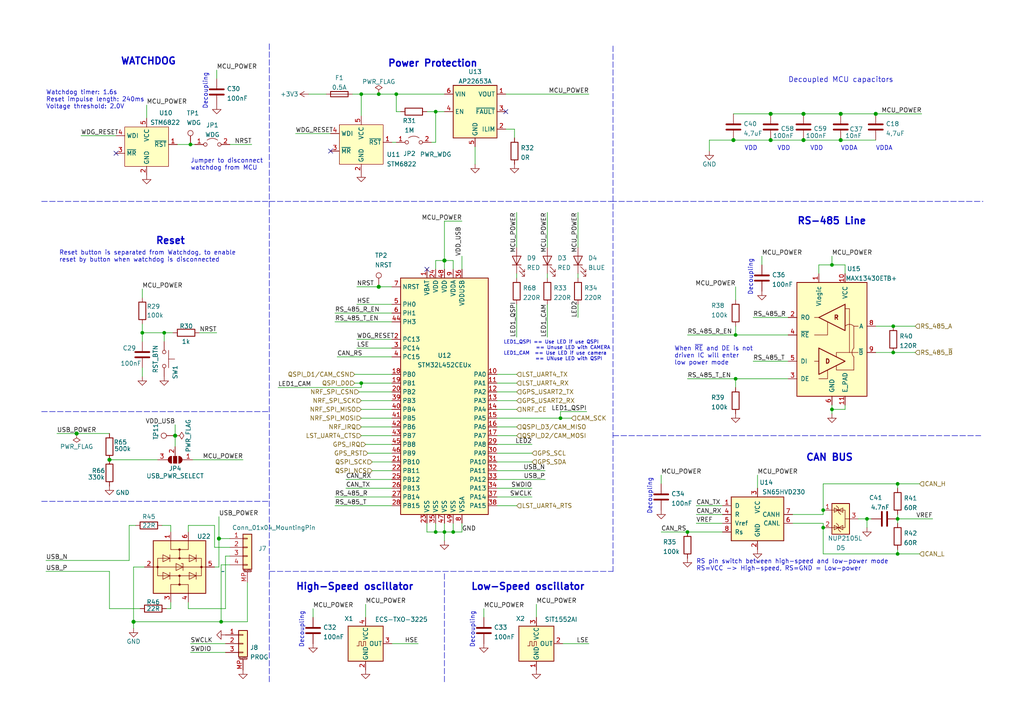
<source format=kicad_sch>
(kicad_sch (version 20211123) (generator eeschema)

  (uuid c99b1bac-5015-436e-be77-1f69903b02de)

  (paper "A4")

  (lib_symbols
    (symbol "Connector:TestPoint" (pin_numbers hide) (pin_names (offset 0.762) hide) (in_bom yes) (on_board yes)
      (property "Reference" "TP" (id 0) (at 0 6.858 0)
        (effects (font (size 1.27 1.27)))
      )
      (property "Value" "TestPoint" (id 1) (at 0 5.08 0)
        (effects (font (size 1.27 1.27)))
      )
      (property "Footprint" "" (id 2) (at 5.08 0 0)
        (effects (font (size 1.27 1.27)) hide)
      )
      (property "Datasheet" "~" (id 3) (at 5.08 0 0)
        (effects (font (size 1.27 1.27)) hide)
      )
      (property "ki_keywords" "test point tp" (id 4) (at 0 0 0)
        (effects (font (size 1.27 1.27)) hide)
      )
      (property "ki_description" "test point" (id 5) (at 0 0 0)
        (effects (font (size 1.27 1.27)) hide)
      )
      (property "ki_fp_filters" "Pin* Test*" (id 6) (at 0 0 0)
        (effects (font (size 1.27 1.27)) hide)
      )
      (symbol "TestPoint_0_1"
        (circle (center 0 3.302) (radius 0.762)
          (stroke (width 0) (type default) (color 0 0 0 0))
          (fill (type none))
        )
      )
      (symbol "TestPoint_1_1"
        (pin passive line (at 0 0 90) (length 2.54)
          (name "1" (effects (font (size 1.27 1.27))))
          (number "1" (effects (font (size 1.27 1.27))))
        )
      )
    )
    (symbol "Connector_Generic_MountingPin:Conn_01x03_MountingPin" (pin_names (offset 1.016) hide) (in_bom yes) (on_board yes)
      (property "Reference" "J" (id 0) (at 0 5.08 0)
        (effects (font (size 1.27 1.27)))
      )
      (property "Value" "Conn_01x03_MountingPin" (id 1) (at 1.27 -5.08 0)
        (effects (font (size 1.27 1.27)) (justify left))
      )
      (property "Footprint" "" (id 2) (at 0 0 0)
        (effects (font (size 1.27 1.27)) hide)
      )
      (property "Datasheet" "~" (id 3) (at 0 0 0)
        (effects (font (size 1.27 1.27)) hide)
      )
      (property "ki_keywords" "connector" (id 4) (at 0 0 0)
        (effects (font (size 1.27 1.27)) hide)
      )
      (property "ki_description" "Generic connectable mounting pin connector, single row, 01x03, script generated (kicad-library-utils/schlib/autogen/connector/)" (id 5) (at 0 0 0)
        (effects (font (size 1.27 1.27)) hide)
      )
      (property "ki_fp_filters" "Connector*:*_1x??-1MP*" (id 6) (at 0 0 0)
        (effects (font (size 1.27 1.27)) hide)
      )
      (symbol "Conn_01x03_MountingPin_1_1"
        (rectangle (start -1.27 -2.413) (end 0 -2.667)
          (stroke (width 0.1524) (type default) (color 0 0 0 0))
          (fill (type none))
        )
        (rectangle (start -1.27 0.127) (end 0 -0.127)
          (stroke (width 0.1524) (type default) (color 0 0 0 0))
          (fill (type none))
        )
        (rectangle (start -1.27 2.667) (end 0 2.413)
          (stroke (width 0.1524) (type default) (color 0 0 0 0))
          (fill (type none))
        )
        (rectangle (start -1.27 3.81) (end 1.27 -3.81)
          (stroke (width 0.254) (type default) (color 0 0 0 0))
          (fill (type background))
        )
        (polyline
          (pts
            (xy -1.016 -4.572)
            (xy 1.016 -4.572)
          )
          (stroke (width 0.1524) (type default) (color 0 0 0 0))
          (fill (type none))
        )
        (text "Mounting" (at 0 -4.191 0)
          (effects (font (size 0.381 0.381)))
        )
        (pin passive line (at -5.08 2.54 0) (length 3.81)
          (name "Pin_1" (effects (font (size 1.27 1.27))))
          (number "1" (effects (font (size 1.27 1.27))))
        )
        (pin passive line (at -5.08 0 0) (length 3.81)
          (name "Pin_2" (effects (font (size 1.27 1.27))))
          (number "2" (effects (font (size 1.27 1.27))))
        )
        (pin passive line (at -5.08 -2.54 0) (length 3.81)
          (name "Pin_3" (effects (font (size 1.27 1.27))))
          (number "3" (effects (font (size 1.27 1.27))))
        )
        (pin passive line (at 0 -7.62 90) (length 3.048)
          (name "MountPin" (effects (font (size 1.27 1.27))))
          (number "MP" (effects (font (size 1.27 1.27))))
        )
      )
    )
    (symbol "Connector_Generic_MountingPin:Conn_01x04_MountingPin" (pin_names (offset 1.016) hide) (in_bom yes) (on_board yes)
      (property "Reference" "J" (id 0) (at 0 5.08 0)
        (effects (font (size 1.27 1.27)))
      )
      (property "Value" "Conn_01x04_MountingPin" (id 1) (at 1.27 -7.62 0)
        (effects (font (size 1.27 1.27)) (justify left))
      )
      (property "Footprint" "" (id 2) (at 0 0 0)
        (effects (font (size 1.27 1.27)) hide)
      )
      (property "Datasheet" "~" (id 3) (at 0 0 0)
        (effects (font (size 1.27 1.27)) hide)
      )
      (property "ki_keywords" "connector" (id 4) (at 0 0 0)
        (effects (font (size 1.27 1.27)) hide)
      )
      (property "ki_description" "Generic connectable mounting pin connector, single row, 01x04, script generated (kicad-library-utils/schlib/autogen/connector/)" (id 5) (at 0 0 0)
        (effects (font (size 1.27 1.27)) hide)
      )
      (property "ki_fp_filters" "Connector*:*_1x??-1MP*" (id 6) (at 0 0 0)
        (effects (font (size 1.27 1.27)) hide)
      )
      (symbol "Conn_01x04_MountingPin_1_1"
        (rectangle (start -1.27 -4.953) (end 0 -5.207)
          (stroke (width 0.1524) (type default) (color 0 0 0 0))
          (fill (type none))
        )
        (rectangle (start -1.27 -2.413) (end 0 -2.667)
          (stroke (width 0.1524) (type default) (color 0 0 0 0))
          (fill (type none))
        )
        (rectangle (start -1.27 0.127) (end 0 -0.127)
          (stroke (width 0.1524) (type default) (color 0 0 0 0))
          (fill (type none))
        )
        (rectangle (start -1.27 2.667) (end 0 2.413)
          (stroke (width 0.1524) (type default) (color 0 0 0 0))
          (fill (type none))
        )
        (rectangle (start -1.27 3.81) (end 1.27 -6.35)
          (stroke (width 0.254) (type default) (color 0 0 0 0))
          (fill (type background))
        )
        (polyline
          (pts
            (xy -1.016 -7.112)
            (xy 1.016 -7.112)
          )
          (stroke (width 0.1524) (type default) (color 0 0 0 0))
          (fill (type none))
        )
        (text "Mounting" (at 0 -6.731 0)
          (effects (font (size 0.381 0.381)))
        )
        (pin passive line (at -5.08 2.54 0) (length 3.81)
          (name "Pin_1" (effects (font (size 1.27 1.27))))
          (number "1" (effects (font (size 1.27 1.27))))
        )
        (pin passive line (at -5.08 0 0) (length 3.81)
          (name "Pin_2" (effects (font (size 1.27 1.27))))
          (number "2" (effects (font (size 1.27 1.27))))
        )
        (pin passive line (at -5.08 -2.54 0) (length 3.81)
          (name "Pin_3" (effects (font (size 1.27 1.27))))
          (number "3" (effects (font (size 1.27 1.27))))
        )
        (pin passive line (at -5.08 -5.08 0) (length 3.81)
          (name "Pin_4" (effects (font (size 1.27 1.27))))
          (number "4" (effects (font (size 1.27 1.27))))
        )
        (pin passive line (at 0 -10.16 90) (length 3.048)
          (name "MountPin" (effects (font (size 1.27 1.27))))
          (number "MP" (effects (font (size 1.27 1.27))))
        )
      )
    )
    (symbol "Device:C" (pin_numbers hide) (pin_names (offset 0.254)) (in_bom yes) (on_board yes)
      (property "Reference" "C" (id 0) (at 0.635 2.54 0)
        (effects (font (size 1.27 1.27)) (justify left))
      )
      (property "Value" "C" (id 1) (at 0.635 -2.54 0)
        (effects (font (size 1.27 1.27)) (justify left))
      )
      (property "Footprint" "" (id 2) (at 0.9652 -3.81 0)
        (effects (font (size 1.27 1.27)) hide)
      )
      (property "Datasheet" "~" (id 3) (at 0 0 0)
        (effects (font (size 1.27 1.27)) hide)
      )
      (property "ki_keywords" "cap capacitor" (id 4) (at 0 0 0)
        (effects (font (size 1.27 1.27)) hide)
      )
      (property "ki_description" "Unpolarized capacitor" (id 5) (at 0 0 0)
        (effects (font (size 1.27 1.27)) hide)
      )
      (property "ki_fp_filters" "C_*" (id 6) (at 0 0 0)
        (effects (font (size 1.27 1.27)) hide)
      )
      (symbol "C_0_1"
        (polyline
          (pts
            (xy -2.032 -0.762)
            (xy 2.032 -0.762)
          )
          (stroke (width 0.508) (type default) (color 0 0 0 0))
          (fill (type none))
        )
        (polyline
          (pts
            (xy -2.032 0.762)
            (xy 2.032 0.762)
          )
          (stroke (width 0.508) (type default) (color 0 0 0 0))
          (fill (type none))
        )
      )
      (symbol "C_1_1"
        (pin passive line (at 0 3.81 270) (length 2.794)
          (name "~" (effects (font (size 1.27 1.27))))
          (number "1" (effects (font (size 1.27 1.27))))
        )
        (pin passive line (at 0 -3.81 90) (length 2.794)
          (name "~" (effects (font (size 1.27 1.27))))
          (number "2" (effects (font (size 1.27 1.27))))
        )
      )
    )
    (symbol "Device:Fuse" (pin_numbers hide) (pin_names (offset 0)) (in_bom yes) (on_board yes)
      (property "Reference" "F" (id 0) (at 2.032 0 90)
        (effects (font (size 1.27 1.27)))
      )
      (property "Value" "Fuse" (id 1) (at -1.905 0 90)
        (effects (font (size 1.27 1.27)))
      )
      (property "Footprint" "" (id 2) (at -1.778 0 90)
        (effects (font (size 1.27 1.27)) hide)
      )
      (property "Datasheet" "~" (id 3) (at 0 0 0)
        (effects (font (size 1.27 1.27)) hide)
      )
      (property "ki_keywords" "fuse" (id 4) (at 0 0 0)
        (effects (font (size 1.27 1.27)) hide)
      )
      (property "ki_description" "Fuse" (id 5) (at 0 0 0)
        (effects (font (size 1.27 1.27)) hide)
      )
      (property "ki_fp_filters" "*Fuse*" (id 6) (at 0 0 0)
        (effects (font (size 1.27 1.27)) hide)
      )
      (symbol "Fuse_0_1"
        (rectangle (start -0.762 -2.54) (end 0.762 2.54)
          (stroke (width 0.254) (type default) (color 0 0 0 0))
          (fill (type none))
        )
        (polyline
          (pts
            (xy 0 2.54)
            (xy 0 -2.54)
          )
          (stroke (width 0) (type default) (color 0 0 0 0))
          (fill (type none))
        )
      )
      (symbol "Fuse_1_1"
        (pin passive line (at 0 3.81 270) (length 1.27)
          (name "~" (effects (font (size 1.27 1.27))))
          (number "1" (effects (font (size 1.27 1.27))))
        )
        (pin passive line (at 0 -3.81 90) (length 1.27)
          (name "~" (effects (font (size 1.27 1.27))))
          (number "2" (effects (font (size 1.27 1.27))))
        )
      )
    )
    (symbol "Device:LED" (pin_numbers hide) (pin_names (offset 1.016) hide) (in_bom yes) (on_board yes)
      (property "Reference" "D" (id 0) (at 0 2.54 0)
        (effects (font (size 1.27 1.27)))
      )
      (property "Value" "LED" (id 1) (at 0 -2.54 0)
        (effects (font (size 1.27 1.27)))
      )
      (property "Footprint" "" (id 2) (at 0 0 0)
        (effects (font (size 1.27 1.27)) hide)
      )
      (property "Datasheet" "~" (id 3) (at 0 0 0)
        (effects (font (size 1.27 1.27)) hide)
      )
      (property "ki_keywords" "LED diode" (id 4) (at 0 0 0)
        (effects (font (size 1.27 1.27)) hide)
      )
      (property "ki_description" "Light emitting diode" (id 5) (at 0 0 0)
        (effects (font (size 1.27 1.27)) hide)
      )
      (property "ki_fp_filters" "LED* LED_SMD:* LED_THT:*" (id 6) (at 0 0 0)
        (effects (font (size 1.27 1.27)) hide)
      )
      (symbol "LED_0_1"
        (polyline
          (pts
            (xy -1.27 -1.27)
            (xy -1.27 1.27)
          )
          (stroke (width 0.2032) (type default) (color 0 0 0 0))
          (fill (type none))
        )
        (polyline
          (pts
            (xy -1.27 0)
            (xy 1.27 0)
          )
          (stroke (width 0) (type default) (color 0 0 0 0))
          (fill (type none))
        )
        (polyline
          (pts
            (xy 1.27 -1.27)
            (xy 1.27 1.27)
            (xy -1.27 0)
            (xy 1.27 -1.27)
          )
          (stroke (width 0.2032) (type default) (color 0 0 0 0))
          (fill (type none))
        )
        (polyline
          (pts
            (xy -3.048 -0.762)
            (xy -4.572 -2.286)
            (xy -3.81 -2.286)
            (xy -4.572 -2.286)
            (xy -4.572 -1.524)
          )
          (stroke (width 0) (type default) (color 0 0 0 0))
          (fill (type none))
        )
        (polyline
          (pts
            (xy -1.778 -0.762)
            (xy -3.302 -2.286)
            (xy -2.54 -2.286)
            (xy -3.302 -2.286)
            (xy -3.302 -1.524)
          )
          (stroke (width 0) (type default) (color 0 0 0 0))
          (fill (type none))
        )
      )
      (symbol "LED_1_1"
        (pin passive line (at -3.81 0 0) (length 2.54)
          (name "K" (effects (font (size 1.27 1.27))))
          (number "1" (effects (font (size 1.27 1.27))))
        )
        (pin passive line (at 3.81 0 180) (length 2.54)
          (name "A" (effects (font (size 1.27 1.27))))
          (number "2" (effects (font (size 1.27 1.27))))
        )
      )
    )
    (symbol "Device:R" (pin_numbers hide) (pin_names (offset 0)) (in_bom yes) (on_board yes)
      (property "Reference" "R" (id 0) (at 2.032 0 90)
        (effects (font (size 1.27 1.27)))
      )
      (property "Value" "R" (id 1) (at 0 0 90)
        (effects (font (size 1.27 1.27)))
      )
      (property "Footprint" "" (id 2) (at -1.778 0 90)
        (effects (font (size 1.27 1.27)) hide)
      )
      (property "Datasheet" "~" (id 3) (at 0 0 0)
        (effects (font (size 1.27 1.27)) hide)
      )
      (property "ki_keywords" "R res resistor" (id 4) (at 0 0 0)
        (effects (font (size 1.27 1.27)) hide)
      )
      (property "ki_description" "Resistor" (id 5) (at 0 0 0)
        (effects (font (size 1.27 1.27)) hide)
      )
      (property "ki_fp_filters" "R_*" (id 6) (at 0 0 0)
        (effects (font (size 1.27 1.27)) hide)
      )
      (symbol "R_0_1"
        (rectangle (start -1.016 -2.54) (end 1.016 2.54)
          (stroke (width 0.254) (type default) (color 0 0 0 0))
          (fill (type none))
        )
      )
      (symbol "R_1_1"
        (pin passive line (at 0 3.81 270) (length 1.27)
          (name "~" (effects (font (size 1.27 1.27))))
          (number "1" (effects (font (size 1.27 1.27))))
        )
        (pin passive line (at 0 -3.81 90) (length 1.27)
          (name "~" (effects (font (size 1.27 1.27))))
          (number "2" (effects (font (size 1.27 1.27))))
        )
      )
    )
    (symbol "Interface_CAN_LIN:SN65HVD230" (pin_names (offset 1.016)) (in_bom yes) (on_board yes)
      (property "Reference" "U" (id 0) (at -2.54 10.16 0)
        (effects (font (size 1.27 1.27)) (justify right))
      )
      (property "Value" "SN65HVD230" (id 1) (at -2.54 7.62 0)
        (effects (font (size 1.27 1.27)) (justify right))
      )
      (property "Footprint" "Package_SO:SOIC-8_3.9x4.9mm_P1.27mm" (id 2) (at 0 -12.7 0)
        (effects (font (size 1.27 1.27)) hide)
      )
      (property "Datasheet" "http://www.ti.com/lit/ds/symlink/sn65hvd230.pdf" (id 3) (at -2.54 10.16 0)
        (effects (font (size 1.27 1.27)) hide)
      )
      (property "ki_keywords" "can transeiver ti low-power" (id 4) (at 0 0 0)
        (effects (font (size 1.27 1.27)) hide)
      )
      (property "ki_description" "CAN Bus Transceivers, 3.3V, 1Mbps, Low-Power capabilities, SOIC-8" (id 5) (at 0 0 0)
        (effects (font (size 1.27 1.27)) hide)
      )
      (property "ki_fp_filters" "SOIC*3.9x4.9mm*P1.27mm*" (id 6) (at 0 0 0)
        (effects (font (size 1.27 1.27)) hide)
      )
      (symbol "SN65HVD230_0_1"
        (rectangle (start -7.62 5.08) (end 7.62 -7.62)
          (stroke (width 0.254) (type default) (color 0 0 0 0))
          (fill (type background))
        )
      )
      (symbol "SN65HVD230_1_1"
        (pin input line (at -10.16 2.54 0) (length 2.54)
          (name "D" (effects (font (size 1.27 1.27))))
          (number "1" (effects (font (size 1.27 1.27))))
        )
        (pin power_in line (at 0 -10.16 90) (length 2.54)
          (name "GND" (effects (font (size 1.27 1.27))))
          (number "2" (effects (font (size 1.27 1.27))))
        )
        (pin power_in line (at 0 7.62 270) (length 2.54)
          (name "VCC" (effects (font (size 1.27 1.27))))
          (number "3" (effects (font (size 1.27 1.27))))
        )
        (pin output line (at -10.16 0 0) (length 2.54)
          (name "R" (effects (font (size 1.27 1.27))))
          (number "4" (effects (font (size 1.27 1.27))))
        )
        (pin output line (at -10.16 -2.54 0) (length 2.54)
          (name "Vref" (effects (font (size 1.27 1.27))))
          (number "5" (effects (font (size 1.27 1.27))))
        )
        (pin bidirectional line (at 10.16 -2.54 180) (length 2.54)
          (name "CANL" (effects (font (size 1.27 1.27))))
          (number "6" (effects (font (size 1.27 1.27))))
        )
        (pin bidirectional line (at 10.16 0 180) (length 2.54)
          (name "CANH" (effects (font (size 1.27 1.27))))
          (number "7" (effects (font (size 1.27 1.27))))
        )
        (pin input line (at -10.16 -5.08 0) (length 2.54)
          (name "Rs" (effects (font (size 1.27 1.27))))
          (number "8" (effects (font (size 1.27 1.27))))
        )
      )
    )
    (symbol "Jumper:Jumper_2_Open" (pin_names (offset 0) hide) (in_bom yes) (on_board yes)
      (property "Reference" "JP" (id 0) (at 0 2.794 0)
        (effects (font (size 1.27 1.27)))
      )
      (property "Value" "Jumper_2_Open" (id 1) (at 0 -2.286 0)
        (effects (font (size 1.27 1.27)))
      )
      (property "Footprint" "" (id 2) (at 0 0 0)
        (effects (font (size 1.27 1.27)) hide)
      )
      (property "Datasheet" "~" (id 3) (at 0 0 0)
        (effects (font (size 1.27 1.27)) hide)
      )
      (property "ki_keywords" "Jumper SPST" (id 4) (at 0 0 0)
        (effects (font (size 1.27 1.27)) hide)
      )
      (property "ki_description" "Jumper, 2-pole, open" (id 5) (at 0 0 0)
        (effects (font (size 1.27 1.27)) hide)
      )
      (property "ki_fp_filters" "Jumper* TestPoint*2Pads* TestPoint*Bridge*" (id 6) (at 0 0 0)
        (effects (font (size 1.27 1.27)) hide)
      )
      (symbol "Jumper_2_Open_0_0"
        (circle (center -2.032 0) (radius 0.508)
          (stroke (width 0) (type default) (color 0 0 0 0))
          (fill (type none))
        )
        (circle (center 2.032 0) (radius 0.508)
          (stroke (width 0) (type default) (color 0 0 0 0))
          (fill (type none))
        )
      )
      (symbol "Jumper_2_Open_0_1"
        (arc (start 1.524 1.27) (mid 0 1.778) (end -1.524 1.27)
          (stroke (width 0) (type default) (color 0 0 0 0))
          (fill (type none))
        )
      )
      (symbol "Jumper_2_Open_1_1"
        (pin passive line (at -5.08 0 0) (length 2.54)
          (name "A" (effects (font (size 1.27 1.27))))
          (number "1" (effects (font (size 1.27 1.27))))
        )
        (pin passive line (at 5.08 0 180) (length 2.54)
          (name "B" (effects (font (size 1.27 1.27))))
          (number "2" (effects (font (size 1.27 1.27))))
        )
      )
    )
    (symbol "Jumper:SolderJumper_3_Open" (pin_names (offset 0) hide) (in_bom yes) (on_board yes)
      (property "Reference" "JP" (id 0) (at -2.54 -2.54 0)
        (effects (font (size 1.27 1.27)))
      )
      (property "Value" "SolderJumper_3_Open" (id 1) (at 0 2.794 0)
        (effects (font (size 1.27 1.27)))
      )
      (property "Footprint" "" (id 2) (at 0 0 0)
        (effects (font (size 1.27 1.27)) hide)
      )
      (property "Datasheet" "~" (id 3) (at 0 0 0)
        (effects (font (size 1.27 1.27)) hide)
      )
      (property "ki_keywords" "Solder Jumper SPDT" (id 4) (at 0 0 0)
        (effects (font (size 1.27 1.27)) hide)
      )
      (property "ki_description" "Solder Jumper, 3-pole, open" (id 5) (at 0 0 0)
        (effects (font (size 1.27 1.27)) hide)
      )
      (property "ki_fp_filters" "SolderJumper*Open*" (id 6) (at 0 0 0)
        (effects (font (size 1.27 1.27)) hide)
      )
      (symbol "SolderJumper_3_Open_0_1"
        (arc (start -1.016 1.016) (mid -2.032 0) (end -1.016 -1.016)
          (stroke (width 0) (type default) (color 0 0 0 0))
          (fill (type none))
        )
        (arc (start -1.016 1.016) (mid -2.032 0) (end -1.016 -1.016)
          (stroke (width 0) (type default) (color 0 0 0 0))
          (fill (type outline))
        )
        (rectangle (start -0.508 1.016) (end 0.508 -1.016)
          (stroke (width 0) (type default) (color 0 0 0 0))
          (fill (type outline))
        )
        (polyline
          (pts
            (xy -2.54 0)
            (xy -2.032 0)
          )
          (stroke (width 0) (type default) (color 0 0 0 0))
          (fill (type none))
        )
        (polyline
          (pts
            (xy -1.016 1.016)
            (xy -1.016 -1.016)
          )
          (stroke (width 0) (type default) (color 0 0 0 0))
          (fill (type none))
        )
        (polyline
          (pts
            (xy 0 -1.27)
            (xy 0 -1.016)
          )
          (stroke (width 0) (type default) (color 0 0 0 0))
          (fill (type none))
        )
        (polyline
          (pts
            (xy 1.016 1.016)
            (xy 1.016 -1.016)
          )
          (stroke (width 0) (type default) (color 0 0 0 0))
          (fill (type none))
        )
        (polyline
          (pts
            (xy 2.54 0)
            (xy 2.032 0)
          )
          (stroke (width 0) (type default) (color 0 0 0 0))
          (fill (type none))
        )
        (arc (start 1.016 -1.016) (mid 2.032 0) (end 1.016 1.016)
          (stroke (width 0) (type default) (color 0 0 0 0))
          (fill (type none))
        )
        (arc (start 1.016 -1.016) (mid 2.032 0) (end 1.016 1.016)
          (stroke (width 0) (type default) (color 0 0 0 0))
          (fill (type outline))
        )
      )
      (symbol "SolderJumper_3_Open_1_1"
        (pin passive line (at -5.08 0 0) (length 2.54)
          (name "A" (effects (font (size 1.27 1.27))))
          (number "1" (effects (font (size 1.27 1.27))))
        )
        (pin input line (at 0 -3.81 90) (length 2.54)
          (name "C" (effects (font (size 1.27 1.27))))
          (number "2" (effects (font (size 1.27 1.27))))
        )
        (pin passive line (at 5.08 0 180) (length 2.54)
          (name "B" (effects (font (size 1.27 1.27))))
          (number "3" (effects (font (size 1.27 1.27))))
        )
      )
    )
    (symbol "MCU_ST_STM32L4:STM32L452CEUx" (in_bom yes) (on_board yes)
      (property "Reference" "U" (id 0) (at -12.7 34.29 0)
        (effects (font (size 1.27 1.27)) (justify left))
      )
      (property "Value" "STM32L452CEUx" (id 1) (at 7.62 34.29 0)
        (effects (font (size 1.27 1.27)) (justify left))
      )
      (property "Footprint" "Package_DFN_QFN:QFN-48-1EP_7x7mm_P0.5mm_EP5.6x5.6mm" (id 2) (at -12.7 -35.56 0)
        (effects (font (size 1.27 1.27)) (justify right) hide)
      )
      (property "Datasheet" "http://www.st.com/st-web-ui/static/active/en/resource/technical/document/datasheet/DM00340549.pdf" (id 3) (at 0 0 0)
        (effects (font (size 1.27 1.27)) hide)
      )
      (property "ki_keywords" "ARM Cortex-M4 STM32L4 STM32L4x2" (id 4) (at 0 0 0)
        (effects (font (size 1.27 1.27)) hide)
      )
      (property "ki_description" "ARM Cortex-M4 MCU, 512KB flash, 160KB RAM, 80MHz, 1.71-3.6V, 38 GPIO, UFQFPN-48" (id 5) (at 0 0 0)
        (effects (font (size 1.27 1.27)) hide)
      )
      (property "ki_fp_filters" "QFN*1EP*7x7mm*P0.5mm*" (id 6) (at 0 0 0)
        (effects (font (size 1.27 1.27)) hide)
      )
      (symbol "STM32L452CEUx_0_1"
        (rectangle (start -12.7 -35.56) (end 12.7 33.02)
          (stroke (width 0.254) (type default) (color 0 0 0 0))
          (fill (type background))
        )
      )
      (symbol "STM32L452CEUx_1_1"
        (pin power_in line (at -5.08 35.56 270) (length 2.54)
          (name "VBAT" (effects (font (size 1.27 1.27))))
          (number "1" (effects (font (size 1.27 1.27))))
        )
        (pin bidirectional line (at 15.24 5.08 180) (length 2.54)
          (name "PA0" (effects (font (size 1.27 1.27))))
          (number "10" (effects (font (size 1.27 1.27))))
        )
        (pin bidirectional line (at 15.24 2.54 180) (length 2.54)
          (name "PA1" (effects (font (size 1.27 1.27))))
          (number "11" (effects (font (size 1.27 1.27))))
        )
        (pin bidirectional line (at 15.24 0 180) (length 2.54)
          (name "PA2" (effects (font (size 1.27 1.27))))
          (number "12" (effects (font (size 1.27 1.27))))
        )
        (pin bidirectional line (at 15.24 -2.54 180) (length 2.54)
          (name "PA3" (effects (font (size 1.27 1.27))))
          (number "13" (effects (font (size 1.27 1.27))))
        )
        (pin bidirectional line (at 15.24 -5.08 180) (length 2.54)
          (name "PA4" (effects (font (size 1.27 1.27))))
          (number "14" (effects (font (size 1.27 1.27))))
        )
        (pin bidirectional line (at 15.24 -7.62 180) (length 2.54)
          (name "PA5" (effects (font (size 1.27 1.27))))
          (number "15" (effects (font (size 1.27 1.27))))
        )
        (pin bidirectional line (at 15.24 -10.16 180) (length 2.54)
          (name "PA6" (effects (font (size 1.27 1.27))))
          (number "16" (effects (font (size 1.27 1.27))))
        )
        (pin bidirectional line (at 15.24 -12.7 180) (length 2.54)
          (name "PA7" (effects (font (size 1.27 1.27))))
          (number "17" (effects (font (size 1.27 1.27))))
        )
        (pin bidirectional line (at -15.24 5.08 0) (length 2.54)
          (name "PB0" (effects (font (size 1.27 1.27))))
          (number "18" (effects (font (size 1.27 1.27))))
        )
        (pin bidirectional line (at -15.24 2.54 0) (length 2.54)
          (name "PB1" (effects (font (size 1.27 1.27))))
          (number "19" (effects (font (size 1.27 1.27))))
        )
        (pin bidirectional line (at -15.24 15.24 0) (length 2.54)
          (name "PC13" (effects (font (size 1.27 1.27))))
          (number "2" (effects (font (size 1.27 1.27))))
        )
        (pin bidirectional line (at -15.24 0 0) (length 2.54)
          (name "PB2" (effects (font (size 1.27 1.27))))
          (number "20" (effects (font (size 1.27 1.27))))
        )
        (pin bidirectional line (at -15.24 -20.32 0) (length 2.54)
          (name "PB10" (effects (font (size 1.27 1.27))))
          (number "21" (effects (font (size 1.27 1.27))))
        )
        (pin bidirectional line (at -15.24 -22.86 0) (length 2.54)
          (name "PB11" (effects (font (size 1.27 1.27))))
          (number "22" (effects (font (size 1.27 1.27))))
        )
        (pin power_in line (at -5.08 -38.1 90) (length 2.54)
          (name "VSS" (effects (font (size 1.27 1.27))))
          (number "23" (effects (font (size 1.27 1.27))))
        )
        (pin power_in line (at -2.54 35.56 270) (length 2.54)
          (name "VDD" (effects (font (size 1.27 1.27))))
          (number "24" (effects (font (size 1.27 1.27))))
        )
        (pin bidirectional line (at -15.24 -25.4 0) (length 2.54)
          (name "PB12" (effects (font (size 1.27 1.27))))
          (number "25" (effects (font (size 1.27 1.27))))
        )
        (pin bidirectional line (at -15.24 -27.94 0) (length 2.54)
          (name "PB13" (effects (font (size 1.27 1.27))))
          (number "26" (effects (font (size 1.27 1.27))))
        )
        (pin bidirectional line (at -15.24 -30.48 0) (length 2.54)
          (name "PB14" (effects (font (size 1.27 1.27))))
          (number "27" (effects (font (size 1.27 1.27))))
        )
        (pin bidirectional line (at -15.24 -33.02 0) (length 2.54)
          (name "PB15" (effects (font (size 1.27 1.27))))
          (number "28" (effects (font (size 1.27 1.27))))
        )
        (pin bidirectional line (at 15.24 -15.24 180) (length 2.54)
          (name "PA8" (effects (font (size 1.27 1.27))))
          (number "29" (effects (font (size 1.27 1.27))))
        )
        (pin bidirectional line (at -15.24 12.7 0) (length 2.54)
          (name "PC14" (effects (font (size 1.27 1.27))))
          (number "3" (effects (font (size 1.27 1.27))))
        )
        (pin bidirectional line (at 15.24 -17.78 180) (length 2.54)
          (name "PA9" (effects (font (size 1.27 1.27))))
          (number "30" (effects (font (size 1.27 1.27))))
        )
        (pin bidirectional line (at 15.24 -20.32 180) (length 2.54)
          (name "PA10" (effects (font (size 1.27 1.27))))
          (number "31" (effects (font (size 1.27 1.27))))
        )
        (pin bidirectional line (at 15.24 -22.86 180) (length 2.54)
          (name "PA11" (effects (font (size 1.27 1.27))))
          (number "32" (effects (font (size 1.27 1.27))))
        )
        (pin bidirectional line (at 15.24 -25.4 180) (length 2.54)
          (name "PA12" (effects (font (size 1.27 1.27))))
          (number "33" (effects (font (size 1.27 1.27))))
        )
        (pin bidirectional line (at 15.24 -27.94 180) (length 2.54)
          (name "PA13" (effects (font (size 1.27 1.27))))
          (number "34" (effects (font (size 1.27 1.27))))
        )
        (pin power_in line (at -2.54 -38.1 90) (length 2.54)
          (name "VSS" (effects (font (size 1.27 1.27))))
          (number "35" (effects (font (size 1.27 1.27))))
        )
        (pin power_in line (at 5.08 35.56 270) (length 2.54)
          (name "VDDUSB" (effects (font (size 1.27 1.27))))
          (number "36" (effects (font (size 1.27 1.27))))
        )
        (pin bidirectional line (at 15.24 -30.48 180) (length 2.54)
          (name "PA14" (effects (font (size 1.27 1.27))))
          (number "37" (effects (font (size 1.27 1.27))))
        )
        (pin bidirectional line (at 15.24 -33.02 180) (length 2.54)
          (name "PA15" (effects (font (size 1.27 1.27))))
          (number "38" (effects (font (size 1.27 1.27))))
        )
        (pin bidirectional line (at -15.24 -2.54 0) (length 2.54)
          (name "PB3" (effects (font (size 1.27 1.27))))
          (number "39" (effects (font (size 1.27 1.27))))
        )
        (pin bidirectional line (at -15.24 10.16 0) (length 2.54)
          (name "PC15" (effects (font (size 1.27 1.27))))
          (number "4" (effects (font (size 1.27 1.27))))
        )
        (pin bidirectional line (at -15.24 -5.08 0) (length 2.54)
          (name "PB4" (effects (font (size 1.27 1.27))))
          (number "40" (effects (font (size 1.27 1.27))))
        )
        (pin bidirectional line (at -15.24 -7.62 0) (length 2.54)
          (name "PB5" (effects (font (size 1.27 1.27))))
          (number "41" (effects (font (size 1.27 1.27))))
        )
        (pin bidirectional line (at -15.24 -10.16 0) (length 2.54)
          (name "PB6" (effects (font (size 1.27 1.27))))
          (number "42" (effects (font (size 1.27 1.27))))
        )
        (pin bidirectional line (at -15.24 -12.7 0) (length 2.54)
          (name "PB7" (effects (font (size 1.27 1.27))))
          (number "43" (effects (font (size 1.27 1.27))))
        )
        (pin bidirectional line (at -15.24 20.32 0) (length 2.54)
          (name "PH3" (effects (font (size 1.27 1.27))))
          (number "44" (effects (font (size 1.27 1.27))))
        )
        (pin bidirectional line (at -15.24 -15.24 0) (length 2.54)
          (name "PB8" (effects (font (size 1.27 1.27))))
          (number "45" (effects (font (size 1.27 1.27))))
        )
        (pin bidirectional line (at -15.24 -17.78 0) (length 2.54)
          (name "PB9" (effects (font (size 1.27 1.27))))
          (number "46" (effects (font (size 1.27 1.27))))
        )
        (pin power_in line (at 0 -38.1 90) (length 2.54)
          (name "VSS" (effects (font (size 1.27 1.27))))
          (number "47" (effects (font (size 1.27 1.27))))
        )
        (pin power_in line (at 0 35.56 270) (length 2.54)
          (name "VDD" (effects (font (size 1.27 1.27))))
          (number "48" (effects (font (size 1.27 1.27))))
        )
        (pin power_in line (at 2.54 -38.1 90) (length 2.54)
          (name "VSS" (effects (font (size 1.27 1.27))))
          (number "49" (effects (font (size 1.27 1.27))))
        )
        (pin input line (at -15.24 25.4 0) (length 2.54)
          (name "PH0" (effects (font (size 1.27 1.27))))
          (number "5" (effects (font (size 1.27 1.27))))
        )
        (pin input line (at -15.24 22.86 0) (length 2.54)
          (name "PH1" (effects (font (size 1.27 1.27))))
          (number "6" (effects (font (size 1.27 1.27))))
        )
        (pin input line (at -15.24 30.48 0) (length 2.54)
          (name "NRST" (effects (font (size 1.27 1.27))))
          (number "7" (effects (font (size 1.27 1.27))))
        )
        (pin power_in line (at 5.08 -38.1 90) (length 2.54)
          (name "VSSA" (effects (font (size 1.27 1.27))))
          (number "8" (effects (font (size 1.27 1.27))))
        )
        (pin power_in line (at 2.54 35.56 270) (length 2.54)
          (name "VDDA" (effects (font (size 1.27 1.27))))
          (number "9" (effects (font (size 1.27 1.27))))
        )
      )
    )
    (symbol "Power_Protection:NUP2105L" (pin_names hide) (in_bom yes) (on_board yes)
      (property "Reference" "D" (id 0) (at 5.715 2.54 0)
        (effects (font (size 1.27 1.27)) (justify left))
      )
      (property "Value" "NUP2105L" (id 1) (at 5.715 0.635 0)
        (effects (font (size 1.27 1.27)) (justify left))
      )
      (property "Footprint" "Package_TO_SOT_SMD:SOT-23" (id 2) (at 5.715 -1.27 0)
        (effects (font (size 1.27 1.27)) (justify left) hide)
      )
      (property "Datasheet" "http://www.onsemi.com/pub_link/Collateral/NUP2105L-D.PDF" (id 3) (at 3.175 3.175 0)
        (effects (font (size 1.27 1.27)) hide)
      )
      (property "ki_keywords" "can esd protection suppression transient" (id 4) (at 0 0 0)
        (effects (font (size 1.27 1.27)) hide)
      )
      (property "ki_description" "Dual Line CAN Bus Protector, 24Vrwm" (id 5) (at 0 0 0)
        (effects (font (size 1.27 1.27)) hide)
      )
      (property "ki_fp_filters" "SOT?23*" (id 6) (at 0 0 0)
        (effects (font (size 1.27 1.27)) hide)
      )
      (symbol "NUP2105L_0_0"
        (pin passive line (at 0 -5.08 90) (length 2.54)
          (name "A" (effects (font (size 1.27 1.27))))
          (number "3" (effects (font (size 1.27 1.27))))
        )
      )
      (symbol "NUP2105L_0_1"
        (rectangle (start -4.445 2.54) (end 4.445 -2.54)
          (stroke (width 0.254) (type default) (color 0 0 0 0))
          (fill (type background))
        )
        (polyline
          (pts
            (xy -2.54 2.54)
            (xy -2.54 0.635)
          )
          (stroke (width 0) (type default) (color 0 0 0 0))
          (fill (type none))
        )
        (polyline
          (pts
            (xy 0 -1.27)
            (xy 0 -2.54)
          )
          (stroke (width 0) (type default) (color 0 0 0 0))
          (fill (type none))
        )
        (polyline
          (pts
            (xy 2.54 2.54)
            (xy 2.54 0.635)
          )
          (stroke (width 0) (type default) (color 0 0 0 0))
          (fill (type none))
        )
        (polyline
          (pts
            (xy -3.81 1.27)
            (xy -3.175 0.635)
            (xy -1.905 0.635)
            (xy -1.27 0)
          )
          (stroke (width 0) (type default) (color 0 0 0 0))
          (fill (type none))
        )
        (polyline
          (pts
            (xy -2.54 0.635)
            (xy -2.54 -1.27)
            (xy 2.54 -1.27)
            (xy 2.54 0.635)
          )
          (stroke (width 0) (type default) (color 0 0 0 0))
          (fill (type none))
        )
        (polyline
          (pts
            (xy -2.54 0.635)
            (xy -1.905 -0.635)
            (xy -3.175 -0.635)
            (xy -2.54 0.635)
          )
          (stroke (width 0) (type default) (color 0 0 0 0))
          (fill (type none))
        )
        (polyline
          (pts
            (xy 2.54 0.635)
            (xy 1.905 -0.635)
            (xy 3.175 -0.635)
            (xy 2.54 0.635)
          )
          (stroke (width 0) (type default) (color 0 0 0 0))
          (fill (type none))
        )
        (polyline
          (pts
            (xy 2.54 0.635)
            (xy 3.175 1.905)
            (xy 1.905 1.905)
            (xy 2.54 0.635)
          )
          (stroke (width 0) (type default) (color 0 0 0 0))
          (fill (type none))
        )
        (polyline
          (pts
            (xy -2.54 0.635)
            (xy -3.175 1.905)
            (xy -1.905 1.905)
            (xy -2.54 0.635)
            (xy -2.54 1.27)
          )
          (stroke (width 0) (type default) (color 0 0 0 0))
          (fill (type none))
        )
        (polyline
          (pts
            (xy 1.27 1.27)
            (xy 1.905 0.635)
            (xy 2.54 0.635)
            (xy 3.175 0.635)
            (xy 3.81 0)
          )
          (stroke (width 0) (type default) (color 0 0 0 0))
          (fill (type none))
        )
      )
      (symbol "NUP2105L_1_1"
        (pin passive line (at -2.54 5.08 270) (length 2.54)
          (name "K" (effects (font (size 1.27 1.27))))
          (number "1" (effects (font (size 1.27 1.27))))
        )
        (pin passive line (at 2.54 5.08 270) (length 2.54)
          (name "K" (effects (font (size 1.27 1.27))))
          (number "2" (effects (font (size 1.27 1.27))))
        )
      )
    )
    (symbol "Power_Protection:USBLC6-2P6" (pin_names hide) (in_bom yes) (on_board yes)
      (property "Reference" "U" (id 0) (at 2.54 8.89 0)
        (effects (font (size 1.27 1.27)) (justify left))
      )
      (property "Value" "USBLC6-2P6" (id 1) (at 2.54 -8.89 0)
        (effects (font (size 1.27 1.27)) (justify left))
      )
      (property "Footprint" "Package_TO_SOT_SMD:SOT-666" (id 2) (at 0 -12.7 0)
        (effects (font (size 1.27 1.27)) hide)
      )
      (property "Datasheet" "https://www.st.com/resource/en/datasheet/usblc6-2.pdf" (id 3) (at 5.08 8.89 0)
        (effects (font (size 1.27 1.27)) hide)
      )
      (property "ki_keywords" "usb ethernet video" (id 4) (at 0 0 0)
        (effects (font (size 1.27 1.27)) hide)
      )
      (property "ki_description" "Very low capacitance ESD protection diode, 2 data-line, SOT-666" (id 5) (at 0 0 0)
        (effects (font (size 1.27 1.27)) hide)
      )
      (property "ki_fp_filters" "SOT?666*" (id 6) (at 0 0 0)
        (effects (font (size 1.27 1.27)) hide)
      )
      (symbol "USBLC6-2P6_0_1"
        (rectangle (start -7.62 -7.62) (end 7.62 7.62)
          (stroke (width 0.254) (type default) (color 0 0 0 0))
          (fill (type background))
        )
        (circle (center -5.08 0) (radius 0.254)
          (stroke (width 0) (type default) (color 0 0 0 0))
          (fill (type outline))
        )
        (circle (center -2.54 0) (radius 0.254)
          (stroke (width 0) (type default) (color 0 0 0 0))
          (fill (type outline))
        )
        (rectangle (start -2.54 6.35) (end 2.54 -6.35)
          (stroke (width 0) (type default) (color 0 0 0 0))
          (fill (type none))
        )
        (circle (center 0 -6.35) (radius 0.254)
          (stroke (width 0) (type default) (color 0 0 0 0))
          (fill (type outline))
        )
        (polyline
          (pts
            (xy -5.08 -2.54)
            (xy -7.62 -2.54)
          )
          (stroke (width 0) (type default) (color 0 0 0 0))
          (fill (type none))
        )
        (polyline
          (pts
            (xy -5.08 0)
            (xy -5.08 -2.54)
          )
          (stroke (width 0) (type default) (color 0 0 0 0))
          (fill (type none))
        )
        (polyline
          (pts
            (xy -5.08 2.54)
            (xy -7.62 2.54)
          )
          (stroke (width 0) (type default) (color 0 0 0 0))
          (fill (type none))
        )
        (polyline
          (pts
            (xy -1.524 -2.794)
            (xy -3.556 -2.794)
          )
          (stroke (width 0) (type default) (color 0 0 0 0))
          (fill (type none))
        )
        (polyline
          (pts
            (xy -1.524 4.826)
            (xy -3.556 4.826)
          )
          (stroke (width 0) (type default) (color 0 0 0 0))
          (fill (type none))
        )
        (polyline
          (pts
            (xy 0 -7.62)
            (xy 0 -6.35)
          )
          (stroke (width 0) (type default) (color 0 0 0 0))
          (fill (type none))
        )
        (polyline
          (pts
            (xy 0 -6.35)
            (xy 0 1.27)
          )
          (stroke (width 0) (type default) (color 0 0 0 0))
          (fill (type none))
        )
        (polyline
          (pts
            (xy 0 1.27)
            (xy 0 6.35)
          )
          (stroke (width 0) (type default) (color 0 0 0 0))
          (fill (type none))
        )
        (polyline
          (pts
            (xy 0 6.35)
            (xy 0 7.62)
          )
          (stroke (width 0) (type default) (color 0 0 0 0))
          (fill (type none))
        )
        (polyline
          (pts
            (xy 1.524 -2.794)
            (xy 3.556 -2.794)
          )
          (stroke (width 0) (type default) (color 0 0 0 0))
          (fill (type none))
        )
        (polyline
          (pts
            (xy 1.524 4.826)
            (xy 3.556 4.826)
          )
          (stroke (width 0) (type default) (color 0 0 0 0))
          (fill (type none))
        )
        (polyline
          (pts
            (xy 5.08 -2.54)
            (xy 7.62 -2.54)
          )
          (stroke (width 0) (type default) (color 0 0 0 0))
          (fill (type none))
        )
        (polyline
          (pts
            (xy 5.08 0)
            (xy 5.08 -2.54)
          )
          (stroke (width 0) (type default) (color 0 0 0 0))
          (fill (type none))
        )
        (polyline
          (pts
            (xy 5.08 2.54)
            (xy 7.62 2.54)
          )
          (stroke (width 0) (type default) (color 0 0 0 0))
          (fill (type none))
        )
        (polyline
          (pts
            (xy -2.54 0)
            (xy -5.08 0)
            (xy -5.08 2.54)
          )
          (stroke (width 0) (type default) (color 0 0 0 0))
          (fill (type none))
        )
        (polyline
          (pts
            (xy 2.54 0)
            (xy 5.08 0)
            (xy 5.08 2.54)
          )
          (stroke (width 0) (type default) (color 0 0 0 0))
          (fill (type none))
        )
        (polyline
          (pts
            (xy -3.556 -4.826)
            (xy -1.524 -4.826)
            (xy -2.54 -2.794)
            (xy -3.556 -4.826)
          )
          (stroke (width 0) (type default) (color 0 0 0 0))
          (fill (type none))
        )
        (polyline
          (pts
            (xy -3.556 2.794)
            (xy -1.524 2.794)
            (xy -2.54 4.826)
            (xy -3.556 2.794)
          )
          (stroke (width 0) (type default) (color 0 0 0 0))
          (fill (type none))
        )
        (polyline
          (pts
            (xy -1.016 -1.016)
            (xy 1.016 -1.016)
            (xy 0 1.016)
            (xy -1.016 -1.016)
          )
          (stroke (width 0) (type default) (color 0 0 0 0))
          (fill (type none))
        )
        (polyline
          (pts
            (xy 1.016 1.016)
            (xy 0.762 1.016)
            (xy -1.016 1.016)
            (xy -1.016 0.508)
          )
          (stroke (width 0) (type default) (color 0 0 0 0))
          (fill (type none))
        )
        (polyline
          (pts
            (xy 3.556 -4.826)
            (xy 1.524 -4.826)
            (xy 2.54 -2.794)
            (xy 3.556 -4.826)
          )
          (stroke (width 0) (type default) (color 0 0 0 0))
          (fill (type none))
        )
        (polyline
          (pts
            (xy 3.556 2.794)
            (xy 1.524 2.794)
            (xy 2.54 4.826)
            (xy 3.556 2.794)
          )
          (stroke (width 0) (type default) (color 0 0 0 0))
          (fill (type none))
        )
        (circle (center 0 6.35) (radius 0.254)
          (stroke (width 0) (type default) (color 0 0 0 0))
          (fill (type outline))
        )
        (circle (center 2.54 0) (radius 0.254)
          (stroke (width 0) (type default) (color 0 0 0 0))
          (fill (type outline))
        )
        (circle (center 5.08 0) (radius 0.254)
          (stroke (width 0) (type default) (color 0 0 0 0))
          (fill (type outline))
        )
      )
      (symbol "USBLC6-2P6_1_1"
        (pin passive line (at -10.16 -2.54 0) (length 2.54)
          (name "I/O1" (effects (font (size 1.27 1.27))))
          (number "1" (effects (font (size 1.27 1.27))))
        )
        (pin passive line (at 0 -10.16 90) (length 2.54)
          (name "GND" (effects (font (size 1.27 1.27))))
          (number "2" (effects (font (size 1.27 1.27))))
        )
        (pin passive line (at 10.16 -2.54 180) (length 2.54)
          (name "I/O2" (effects (font (size 1.27 1.27))))
          (number "3" (effects (font (size 1.27 1.27))))
        )
        (pin passive line (at 10.16 2.54 180) (length 2.54)
          (name "I/O2" (effects (font (size 1.27 1.27))))
          (number "4" (effects (font (size 1.27 1.27))))
        )
        (pin passive line (at 0 10.16 270) (length 2.54)
          (name "VBUS" (effects (font (size 1.27 1.27))))
          (number "5" (effects (font (size 1.27 1.27))))
        )
        (pin passive line (at -10.16 2.54 0) (length 2.54)
          (name "I/O1" (effects (font (size 1.27 1.27))))
          (number "6" (effects (font (size 1.27 1.27))))
        )
      )
    )
    (symbol "Switch:SW_Push" (pin_numbers hide) (pin_names (offset 1.016) hide) (in_bom yes) (on_board yes)
      (property "Reference" "SW" (id 0) (at 1.27 2.54 0)
        (effects (font (size 1.27 1.27)) (justify left))
      )
      (property "Value" "SW_Push" (id 1) (at 0 -1.524 0)
        (effects (font (size 1.27 1.27)))
      )
      (property "Footprint" "" (id 2) (at 0 5.08 0)
        (effects (font (size 1.27 1.27)) hide)
      )
      (property "Datasheet" "~" (id 3) (at 0 5.08 0)
        (effects (font (size 1.27 1.27)) hide)
      )
      (property "ki_keywords" "switch normally-open pushbutton push-button" (id 4) (at 0 0 0)
        (effects (font (size 1.27 1.27)) hide)
      )
      (property "ki_description" "Push button switch, generic, two pins" (id 5) (at 0 0 0)
        (effects (font (size 1.27 1.27)) hide)
      )
      (symbol "SW_Push_0_1"
        (circle (center -2.032 0) (radius 0.508)
          (stroke (width 0) (type default) (color 0 0 0 0))
          (fill (type none))
        )
        (polyline
          (pts
            (xy 0 1.27)
            (xy 0 3.048)
          )
          (stroke (width 0) (type default) (color 0 0 0 0))
          (fill (type none))
        )
        (polyline
          (pts
            (xy 2.54 1.27)
            (xy -2.54 1.27)
          )
          (stroke (width 0) (type default) (color 0 0 0 0))
          (fill (type none))
        )
        (circle (center 2.032 0) (radius 0.508)
          (stroke (width 0) (type default) (color 0 0 0 0))
          (fill (type none))
        )
        (pin passive line (at -5.08 0 0) (length 2.54)
          (name "1" (effects (font (size 1.27 1.27))))
          (number "1" (effects (font (size 1.27 1.27))))
        )
        (pin passive line (at 5.08 0 180) (length 2.54)
          (name "2" (effects (font (size 1.27 1.27))))
          (number "2" (effects (font (size 1.27 1.27))))
        )
      )
    )
    (symbol "TCY_IC:MAX13430ETB+" (pin_names (offset 1.016)) (in_bom yes) (on_board yes)
      (property "Reference" "U" (id 0) (at -10.16 19.05 0)
        (effects (font (size 1.27 1.27)) (justify left))
      )
      (property "Value" "MAX13430ETB+" (id 1) (at 5.08 19.05 0)
        (effects (font (size 1.27 1.27)) (justify left))
      )
      (property "Footprint" "Package_DFN_QFN:DFN-10-1EP_3x3mm_P0.5mm_EP1.55x2.48mm" (id 2) (at 0 -29.21 0)
        (effects (font (size 1.27 1.27) italic) hide)
      )
      (property "Datasheet" "https://datasheets.maximintegrated.com/en/ds/MAX13430E-MAX13433E.pdf" (id 3) (at 0 -31.75 0)
        (effects (font (size 1.27 1.27)) hide)
      )
      (property "ki_keywords" "rs485 transceiver" (id 4) (at 0 0 0)
        (effects (font (size 1.27 1.27)) hide)
      )
      (property "ki_description" "RS485 transceiver, half duplex, dual supply, receiver/driver enable, 500kbps, DFN-14 package" (id 5) (at 0 0 0)
        (effects (font (size 1.27 1.27)) hide)
      )
      (property "ki_fp_filters" "DFN*3x4mm*P0.5mm*" (id 6) (at 0 0 0)
        (effects (font (size 1.27 1.27)) hide)
      )
      (symbol "MAX13430ETB+_0_0"
        (text "D" (at -1.27 -5.08 0)
          (effects (font (size 1.27 1.27) bold))
        )
        (text "R" (at 1.27 7.62 0)
          (effects (font (size 1.27 1.27) bold))
        )
      )
      (symbol "MAX13430ETB+_0_1"
        (rectangle (start -10.16 -15.24) (end 10.16 17.78)
          (stroke (width 0.254) (type default) (color 0 0 0 0))
          (fill (type background))
        )
        (polyline
          (pts
            (xy -5.08 -5.08)
            (xy -3.81 -5.08)
          )
          (stroke (width 0) (type default) (color 0 0 0 0))
          (fill (type none))
        )
        (polyline
          (pts
            (xy -3.81 7.62)
            (xy -5.08 7.62)
          )
          (stroke (width 0) (type default) (color 0 0 0 0))
          (fill (type none))
        )
        (polyline
          (pts
            (xy 5.08 10.16)
            (xy 5.08 -2.54)
          )
          (stroke (width 0.1524) (type default) (color 0 0 0 0))
          (fill (type none))
        )
        (polyline
          (pts
            (xy 6.35 -7.62)
            (xy 6.35 -3.81)
          )
          (stroke (width 0.1524) (type default) (color 0 0 0 0))
          (fill (type none))
        )
        (polyline
          (pts
            (xy 6.35 -1.27)
            (xy 6.35 5.08)
          )
          (stroke (width 0.1524) (type default) (color 0 0 0 0))
          (fill (type none))
        )
        (polyline
          (pts
            (xy 6.35 5.08)
            (xy 7.62 5.08)
          )
          (stroke (width 0.1524) (type default) (color 0 0 0 0))
          (fill (type none))
        )
        (polyline
          (pts
            (xy 5.08 10.16)
            (xy 3.81 10.16)
            (xy 3.81 10.16)
          )
          (stroke (width 0) (type default) (color 0 0 0 0))
          (fill (type none))
        )
        (polyline
          (pts
            (xy -3.81 -10.16)
            (xy -1.27 -10.16)
            (xy -1.27 -7.62)
            (xy -1.27 -7.62)
          )
          (stroke (width 0) (type default) (color 0 0 0 0))
          (fill (type none))
        )
        (polyline
          (pts
            (xy -1.27 6.35)
            (xy -1.27 2.54)
            (xy -2.54 2.54)
            (xy -5.08 2.54)
          )
          (stroke (width 0) (type default) (color 0 0 0 0))
          (fill (type none))
        )
        (polyline
          (pts
            (xy 6.35 -7.62)
            (xy 1.27 -7.62)
            (xy 1.27 -6.35)
            (xy 1.27 -6.35)
          )
          (stroke (width 0) (type default) (color 0 0 0 0))
          (fill (type none))
        )
        (polyline
          (pts
            (xy 7.62 -2.54)
            (xy 1.27 -2.54)
            (xy 1.27 -3.81)
            (xy 1.27 -3.81)
          )
          (stroke (width 0) (type default) (color 0 0 0 0))
          (fill (type none))
        )
        (polyline
          (pts
            (xy -3.81 -1.27)
            (xy -3.81 -8.89)
            (xy 3.81 -5.08)
            (xy -3.81 -1.27)
            (xy -3.81 -1.27)
          )
          (stroke (width 0.254) (type default) (color 0 0 0 0))
          (fill (type none))
        )
        (polyline
          (pts
            (xy 3.81 11.43)
            (xy 3.81 3.81)
            (xy -3.81 7.62)
            (xy 3.81 11.43)
            (xy 3.81 11.43)
          )
          (stroke (width 0.254) (type default) (color 0 0 0 0))
          (fill (type none))
        )
        (arc (start 6.35 -1.27) (mid 5.824 -2.54) (end 6.35 -3.81)
          (stroke (width 0.1524) (type default) (color 0 0 0 0))
          (fill (type none))
        )
        (arc (start 6.35 5.08) (mid 5.08 5.606) (end 3.81 5.08)
          (stroke (width 0.1524) (type default) (color 0 0 0 0))
          (fill (type none))
        )
      )
      (symbol "MAX13430ETB+_1_1"
        (pin power_in line (at -3.81 20.32 270) (length 2.54)
          (name "Vlogic" (effects (font (size 1.27 1.27))))
          (number "1" (effects (font (size 1.27 1.27))))
        )
        (pin power_in line (at 3.81 20.32 270) (length 2.54)
          (name "VCC" (effects (font (size 1.27 1.27))))
          (number "10" (effects (font (size 1.27 1.27))))
        )
        (pin power_in line (at 3.81 -17.78 90) (length 2.54)
          (name "E_PAD" (effects (font (size 1.27 1.27))))
          (number "11" (effects (font (size 1.27 1.27))))
        )
        (pin output line (at -12.7 7.62 0) (length 2.54)
          (name "RO" (effects (font (size 1.27 1.27))))
          (number "2" (effects (font (size 1.27 1.27))))
        )
        (pin input line (at -12.7 -10.16 0) (length 2.54)
          (name "DE" (effects (font (size 1.27 1.27))))
          (number "3" (effects (font (size 1.27 1.27))))
        )
        (pin input line (at -12.7 2.54 0) (length 2.54)
          (name "~{RE}" (effects (font (size 1.27 1.27))))
          (number "4" (effects (font (size 1.27 1.27))))
        )
        (pin input line (at -12.7 -5.08 0) (length 2.54)
          (name "DI" (effects (font (size 1.27 1.27))))
          (number "5" (effects (font (size 1.27 1.27))))
        )
        (pin power_in line (at 0 -17.78 90) (length 2.54)
          (name "GND" (effects (font (size 1.27 1.27))))
          (number "6" (effects (font (size 1.27 1.27))))
        )
        (pin no_connect line (at 10.16 1.27 180) (length 2.54) hide
          (name "NC" (effects (font (size 1.27 1.27))))
          (number "7" (effects (font (size 1.27 1.27))))
        )
        (pin input line (at 12.7 5.08 180) (length 2.54)
          (name "A" (effects (font (size 1.27 1.27))))
          (number "8" (effects (font (size 1.27 1.27))))
        )
        (pin input line (at 12.7 -2.54 180) (length 2.54)
          (name "~{B}" (effects (font (size 1.27 1.27))))
          (number "9" (effects (font (size 1.27 1.27))))
        )
      )
    )
    (symbol "TCY_IC:STM6822" (in_bom yes) (on_board yes)
      (property "Reference" "U" (id 0) (at 6.35 13.97 0)
        (effects (font (size 1.27 1.27)))
      )
      (property "Value" "STM6822" (id 1) (at 6.35 16.51 0)
        (effects (font (size 1.27 1.27)))
      )
      (property "Footprint" "Package_TO_SOT_SMD:SOT-23-5" (id 2) (at 1.27 -25.4 0)
        (effects (font (size 1.27 1.27)) hide)
      )
      (property "Datasheet" "https://www.st.com/resource/en/datasheet/stm6321.pdf" (id 3) (at 1.27 -29.21 0)
        (effects (font (size 1.27 1.27)) hide)
      )
      (property "ki_keywords" "Watchdog" (id 4) (at 0 0 0)
        (effects (font (size 1.27 1.27)) hide)
      )
      (property "ki_description" "Supervisor with watchdog timer and push-button reset" (id 5) (at 0 0 0)
        (effects (font (size 1.27 1.27)) hide)
      )
      (symbol "STM6822_0_1"
        (rectangle (start -6.35 11.43) (end 6.35 0)
          (stroke (width 0.1524) (type default) (color 0 0 0 0))
          (fill (type background))
        )
      )
      (symbol "STM6822_1_1"
        (pin open_collector line (at 8.89 6.35 180) (length 2.54)
          (name "~{RST}" (effects (font (size 1.27 1.27))))
          (number "1" (effects (font (size 1.27 1.27))))
        )
        (pin passive line (at 0 -2.54 90) (length 2.54)
          (name "GND" (effects (font (size 1.27 1.27))))
          (number "2" (effects (font (size 1.27 1.27))))
        )
        (pin input line (at -8.89 3.81 0) (length 2.54)
          (name "~{MR}" (effects (font (size 1.27 1.27))))
          (number "3" (effects (font (size 1.27 1.27))))
        )
        (pin input line (at -8.89 8.89 0) (length 2.54)
          (name "WDI" (effects (font (size 1.27 1.27))))
          (number "4" (effects (font (size 1.27 1.27))))
        )
        (pin power_in line (at 0 13.97 270) (length 2.54)
          (name "VCC" (effects (font (size 1.27 1.27))))
          (number "5" (effects (font (size 1.27 1.27))))
        )
      )
    )
    (symbol "TCY_ocillators:ECS-TXO-3225" (pin_names (offset 0.254)) (in_bom yes) (on_board yes)
      (property "Reference" "X" (id 0) (at -6.35 6.35 0)
        (effects (font (size 1.27 1.27)) (justify left))
      )
      (property "Value" "ECS-TXO-3225" (id 1) (at 1.27 6.35 0)
        (effects (font (size 1.27 1.27)) (justify left))
      )
      (property "Footprint" "TCY_oscillators:ECS-TXO-3225" (id 2) (at 0 -21.59 0)
        (effects (font (size 1.27 1.27)) hide)
      )
      (property "Datasheet" "https://ecsxtal.com/store/pdf/ECS-TXO-3225.pdf" (id 3) (at 0 -24.13 0)
        (effects (font (size 1.27 1.27)) hide)
      )
      (property "ki_keywords" "HCMOS TCXO" (id 4) (at 0 0 0)
        (effects (font (size 1.27 1.27)) hide)
      )
      (property "ki_description" "3.3V TCXO 20MHz" (id 5) (at 0 0 0)
        (effects (font (size 1.27 1.27)) hide)
      )
      (property "ki_fp_filters" "Oscillator*DIP*14*" (id 6) (at 0 0 0)
        (effects (font (size 1.27 1.27)) hide)
      )
      (symbol "ECS-TXO-3225_0_1"
        (rectangle (start -5.08 5.08) (end 5.08 -5.08)
          (stroke (width 0.254) (type default) (color 0 0 0 0))
          (fill (type background))
        )
        (polyline
          (pts
            (xy -2.54 -0.635)
            (xy -1.905 -0.635)
            (xy -1.905 0.635)
            (xy -1.27 0.635)
            (xy -1.27 -0.635)
            (xy -0.635 -0.635)
            (xy -0.635 0.635)
            (xy 0 0.635)
            (xy 0 -0.635)
          )
          (stroke (width 0) (type default) (color 0 0 0 0))
          (fill (type none))
        )
      )
      (symbol "ECS-TXO-3225_1_1"
        (pin no_connect line (at -7.62 0 0) (length 2.54) hide
          (name "NC" (effects (font (size 1.27 1.27))))
          (number "1" (effects (font (size 1.27 1.27))))
        )
        (pin power_in line (at 0 -7.62 90) (length 2.54)
          (name "GND" (effects (font (size 1.27 1.27))))
          (number "2" (effects (font (size 1.27 1.27))))
        )
        (pin output line (at 7.62 0 180) (length 2.54)
          (name "OUT" (effects (font (size 1.27 1.27))))
          (number "3" (effects (font (size 1.27 1.27))))
        )
        (pin power_in line (at 0 7.62 270) (length 2.54)
          (name "VCC" (effects (font (size 1.27 1.27))))
          (number "4" (effects (font (size 1.27 1.27))))
        )
      )
    )
    (symbol "TCY_ocillators:SiT1552AI" (pin_names (offset 0.254)) (in_bom yes) (on_board yes)
      (property "Reference" "X" (id 0) (at -6.35 6.35 0)
        (effects (font (size 1.27 1.27)) (justify left))
      )
      (property "Value" "SiT1552AI" (id 1) (at 1.27 6.35 0)
        (effects (font (size 1.27 1.27)) (justify left))
      )
      (property "Footprint" "TCY_oscillators:CSP-4_1.5x0.8mm" (id 2) (at 0 -21.59 0)
        (effects (font (size 1.27 1.27)) hide)
      )
      (property "Datasheet" "https://www.sitime.com/datasheet/SiT1552" (id 3) (at 0 -24.13 0)
        (effects (font (size 1.27 1.27)) hide)
      )
      (property "ki_keywords" "Ultra-Low Power MEMS TCXO" (id 4) (at 0 0 0)
        (effects (font (size 1.27 1.27)) hide)
      )
      (property "ki_description" "3.3V TCXO  32.768 kHz" (id 5) (at 0 0 0)
        (effects (font (size 1.27 1.27)) hide)
      )
      (property "ki_fp_filters" "Oscillator*DIP*14*" (id 6) (at 0 0 0)
        (effects (font (size 1.27 1.27)) hide)
      )
      (symbol "SiT1552AI_0_1"
        (rectangle (start -5.08 5.08) (end 5.08 -5.08)
          (stroke (width 0.254) (type default) (color 0 0 0 0))
          (fill (type background))
        )
        (polyline
          (pts
            (xy -2.54 -0.635)
            (xy -1.905 -0.635)
            (xy -1.905 0.635)
            (xy -1.27 0.635)
            (xy -1.27 -0.635)
            (xy -0.635 -0.635)
            (xy -0.635 0.635)
            (xy 0 0.635)
            (xy 0 -0.635)
          )
          (stroke (width 0) (type default) (color 0 0 0 0))
          (fill (type none))
        )
      )
      (symbol "SiT1552AI_1_1"
        (pin power_in line (at 0 -7.62 90) (length 2.54)
          (name "GND" (effects (font (size 1.27 1.27))))
          (number "1" (effects (font (size 1.27 1.27))))
        )
        (pin output line (at 7.62 0 180) (length 2.54)
          (name "OUT" (effects (font (size 1.27 1.27))))
          (number "2" (effects (font (size 1.27 1.27))))
        )
        (pin power_in line (at 0 7.62 270) (length 2.54)
          (name "VCC" (effects (font (size 1.27 1.27))))
          (number "3" (effects (font (size 1.27 1.27))))
        )
        (pin power_in line (at 0 -7.62 90) (length 2.54) hide
          (name "GND" (effects (font (size 1.27 1.27))))
          (number "4" (effects (font (size 1.27 1.27))))
        )
      )
    )
    (symbol "TCY_power_management:AP22653" (in_bom yes) (on_board yes)
      (property "Reference" "U" (id 0) (at 8.89 7.62 0)
        (effects (font (size 1.27 1.27)))
      )
      (property "Value" "AP22653" (id 1) (at 0 7.62 0)
        (effects (font (size 1.27 1.27)))
      )
      (property "Footprint" "Package_DFN_QFN:DFN-6-1EP_2x2mm_P0.65mm_EP1x1.6mm" (id 2) (at -2.54 -24.13 0)
        (effects (font (size 1.27 1.27)) hide)
      )
      (property "Datasheet" "https://www.diodes.com/assets/Datasheets/AP22652_53_52A_53A.pdf" (id 3) (at 0 -21.59 0)
        (effects (font (size 1.27 1.27)) hide)
      )
      (property "ki_keywords" "Current limiting load switch" (id 4) (at 0 0 0)
        (effects (font (size 1.27 1.27)) hide)
      )
      (property "ki_description" "Precision adjustable current-limited power switches" (id 5) (at 0 0 0)
        (effects (font (size 1.27 1.27)) hide)
      )
      (symbol "AP22653_0_1"
        (rectangle (start -6.35 5.08) (end 6.35 -10.16)
          (stroke (width 0.254) (type default) (color 0 0 0 0))
          (fill (type background))
        )
      )
      (symbol "AP22653_1_1"
        (pin power_out line (at 8.89 2.54 180) (length 2.54)
          (name "VOUT" (effects (font (size 1.27 1.27))))
          (number "1" (effects (font (size 1.27 1.27))))
        )
        (pin passive line (at 8.89 -7.62 180) (length 2.54)
          (name "ILIM" (effects (font (size 1.27 1.27))))
          (number "2" (effects (font (size 1.27 1.27))))
        )
        (pin output line (at 8.89 -2.54 180) (length 2.54)
          (name "~{FAULT}" (effects (font (size 1.27 1.27))))
          (number "3" (effects (font (size 1.27 1.27))))
        )
        (pin input line (at -8.89 -2.54 0) (length 2.54)
          (name "EN" (effects (font (size 1.27 1.27))))
          (number "4" (effects (font (size 1.27 1.27))))
        )
        (pin passive line (at 0 -12.7 90) (length 2.54)
          (name "GND" (effects (font (size 1.27 1.27))))
          (number "5" (effects (font (size 1.27 1.27))))
        )
        (pin power_in line (at -8.89 2.54 0) (length 2.54)
          (name "VIN" (effects (font (size 1.27 1.27))))
          (number "6" (effects (font (size 1.27 1.27))))
        )
        (pin passive line (at 0 -12.7 90) (length 2.54) hide
          (name "E_PAD" (effects (font (size 1.27 1.27))))
          (number "7" (effects (font (size 1.27 1.27))))
        )
      )
    )
    (symbol "power:+3V3" (power) (pin_names (offset 0)) (in_bom yes) (on_board yes)
      (property "Reference" "#PWR" (id 0) (at 0 -3.81 0)
        (effects (font (size 1.27 1.27)) hide)
      )
      (property "Value" "+3V3" (id 1) (at 0 3.556 0)
        (effects (font (size 1.27 1.27)))
      )
      (property "Footprint" "" (id 2) (at 0 0 0)
        (effects (font (size 1.27 1.27)) hide)
      )
      (property "Datasheet" "" (id 3) (at 0 0 0)
        (effects (font (size 1.27 1.27)) hide)
      )
      (property "ki_keywords" "power-flag" (id 4) (at 0 0 0)
        (effects (font (size 1.27 1.27)) hide)
      )
      (property "ki_description" "Power symbol creates a global label with name \"+3V3\"" (id 5) (at 0 0 0)
        (effects (font (size 1.27 1.27)) hide)
      )
      (symbol "+3V3_0_1"
        (polyline
          (pts
            (xy -0.762 1.27)
            (xy 0 2.54)
          )
          (stroke (width 0) (type default) (color 0 0 0 0))
          (fill (type none))
        )
        (polyline
          (pts
            (xy 0 0)
            (xy 0 2.54)
          )
          (stroke (width 0) (type default) (color 0 0 0 0))
          (fill (type none))
        )
        (polyline
          (pts
            (xy 0 2.54)
            (xy 0.762 1.27)
          )
          (stroke (width 0) (type default) (color 0 0 0 0))
          (fill (type none))
        )
      )
      (symbol "+3V3_1_1"
        (pin power_in line (at 0 0 90) (length 0) hide
          (name "+3V3" (effects (font (size 1.27 1.27))))
          (number "1" (effects (font (size 1.27 1.27))))
        )
      )
    )
    (symbol "power:GND" (power) (pin_names (offset 0)) (in_bom yes) (on_board yes)
      (property "Reference" "#PWR" (id 0) (at 0 -6.35 0)
        (effects (font (size 1.27 1.27)) hide)
      )
      (property "Value" "GND" (id 1) (at 0 -3.81 0)
        (effects (font (size 1.27 1.27)))
      )
      (property "Footprint" "" (id 2) (at 0 0 0)
        (effects (font (size 1.27 1.27)) hide)
      )
      (property "Datasheet" "" (id 3) (at 0 0 0)
        (effects (font (size 1.27 1.27)) hide)
      )
      (property "ki_keywords" "power-flag" (id 4) (at 0 0 0)
        (effects (font (size 1.27 1.27)) hide)
      )
      (property "ki_description" "Power symbol creates a global label with name \"GND\" , ground" (id 5) (at 0 0 0)
        (effects (font (size 1.27 1.27)) hide)
      )
      (symbol "GND_0_1"
        (polyline
          (pts
            (xy 0 0)
            (xy 0 -1.27)
            (xy 1.27 -1.27)
            (xy 0 -2.54)
            (xy -1.27 -1.27)
            (xy 0 -1.27)
          )
          (stroke (width 0) (type default) (color 0 0 0 0))
          (fill (type none))
        )
      )
      (symbol "GND_1_1"
        (pin power_in line (at 0 0 270) (length 0) hide
          (name "GND" (effects (font (size 1.27 1.27))))
          (number "1" (effects (font (size 1.27 1.27))))
        )
      )
    )
    (symbol "power:PWR_FLAG" (power) (pin_numbers hide) (pin_names (offset 0) hide) (in_bom yes) (on_board yes)
      (property "Reference" "#FLG" (id 0) (at 0 1.905 0)
        (effects (font (size 1.27 1.27)) hide)
      )
      (property "Value" "PWR_FLAG" (id 1) (at 0 3.81 0)
        (effects (font (size 1.27 1.27)))
      )
      (property "Footprint" "" (id 2) (at 0 0 0)
        (effects (font (size 1.27 1.27)) hide)
      )
      (property "Datasheet" "~" (id 3) (at 0 0 0)
        (effects (font (size 1.27 1.27)) hide)
      )
      (property "ki_keywords" "power-flag" (id 4) (at 0 0 0)
        (effects (font (size 1.27 1.27)) hide)
      )
      (property "ki_description" "Special symbol for telling ERC where power comes from" (id 5) (at 0 0 0)
        (effects (font (size 1.27 1.27)) hide)
      )
      (symbol "PWR_FLAG_0_0"
        (pin power_out line (at 0 0 90) (length 0)
          (name "pwr" (effects (font (size 1.27 1.27))))
          (number "1" (effects (font (size 1.27 1.27))))
        )
      )
      (symbol "PWR_FLAG_0_1"
        (polyline
          (pts
            (xy 0 0)
            (xy 0 1.27)
            (xy -1.016 1.905)
            (xy 0 2.54)
            (xy 1.016 1.905)
            (xy 0 1.27)
          )
          (stroke (width 0) (type default) (color 0 0 0 0))
          (fill (type none))
        )
      )
    )
  )

  (junction (at 241.3 118.745) (diameter 0.9144) (color 0 0 0 0)
    (uuid 0a6b5814-2972-4ec4-8bea-46828fb75039)
  )
  (junction (at 254 33.02) (diameter 1.016) (color 0 0 0 0)
    (uuid 1401aaf2-7f13-48d0-8a1f-1a41703e0721)
  )
  (junction (at 38.735 180.34) (diameter 1.016) (color 0 0 0 0)
    (uuid 1525535f-a14f-4148-bf1a-2c1a2802f16c)
  )
  (junction (at 241.3 76.835) (diameter 0.9144) (color 0 0 0 0)
    (uuid 167e0dc3-f820-4d48-81fb-4e2a58476c04)
  )
  (junction (at 22.225 125.73) (diameter 1.016) (color 0 0 0 0)
    (uuid 1dfbb08e-4502-4041-b288-07dbab29f6fa)
  )
  (junction (at 260.35 150.495) (diameter 0.9144) (color 0 0 0 0)
    (uuid 1eff450e-d239-4e31-9c3f-596e83e33a69)
  )
  (junction (at 251.46 150.495) (diameter 0.9144) (color 0 0 0 0)
    (uuid 2a24dffe-c9d6-428a-aa0a-97de6a340b8b)
  )
  (junction (at 238.76 153.035) (diameter 0.9144) (color 0 0 0 0)
    (uuid 2d1e82de-24cd-4f1a-ad1f-20dda2d54b43)
  )
  (junction (at 223.52 33.02) (diameter 1.016) (color 0 0 0 0)
    (uuid 2dfa347b-08b4-4ee1-b0ac-49ade4fe9171)
  )
  (junction (at 128.905 154.305) (diameter 0.9144) (color 0 0 0 0)
    (uuid 3d3bdad0-548d-4071-9075-ac87e9e96ee0)
  )
  (junction (at 47.625 96.52) (diameter 0.9144) (color 0 0 0 0)
    (uuid 4371cedd-a894-45a7-8f2e-b664b567a667)
  )
  (junction (at 126.365 32.385) (diameter 0.9144) (color 0 0 0 0)
    (uuid 439a0826-2a4b-4f2a-9a85-b9cbf2766a09)
  )
  (junction (at 109.855 27.305) (diameter 0.9144) (color 0 0 0 0)
    (uuid 6fa8342e-2989-40ca-b0ae-b207f17ca831)
  )
  (junction (at 212.725 40.64) (diameter 1.016) (color 0 0 0 0)
    (uuid 70396b64-ba42-4955-ac7d-aeff65748330)
  )
  (junction (at 64.135 180.34) (diameter 0) (color 0 0 0 0)
    (uuid 770bcca1-4a02-442d-8012-eb4128ae2cd8)
  )
  (junction (at 126.365 154.305) (diameter 0.9144) (color 0 0 0 0)
    (uuid 7e11542a-c428-4e80-830e-94b7e05e0716)
  )
  (junction (at 104.775 27.305) (diameter 0.9144) (color 0 0 0 0)
    (uuid 815e38da-4e8a-4d91-9c77-2aa0746d5639)
  )
  (junction (at 260.35 160.655) (diameter 0.9144) (color 0 0 0 0)
    (uuid 8538d430-1fd4-494f-ab17-e95325a71380)
  )
  (junction (at 50.8 126.365) (diameter 1.016) (color 0 0 0 0)
    (uuid 88ce3174-a8b3-4149-886a-872ed4746e98)
  )
  (junction (at 63.5 156.21) (diameter 1.016) (color 0 0 0 0)
    (uuid 8a2747cd-9545-4996-b99f-a27623db4e36)
  )
  (junction (at 243.84 33.02) (diameter 1.016) (color 0 0 0 0)
    (uuid 917cd117-92bc-45a7-bf89-1770f5fb3f75)
  )
  (junction (at 259.08 94.615) (diameter 0.9144) (color 0 0 0 0)
    (uuid 99f2690c-1a6d-4fbb-ba61-f3d41eb4c0b7)
  )
  (junction (at 233.045 40.64) (diameter 1.016) (color 0 0 0 0)
    (uuid 9a6294f5-83f2-423d-91c2-6cfd1df081e7)
  )
  (junction (at 233.045 33.02) (diameter 1.016) (color 0 0 0 0)
    (uuid a5b2a88f-fa1e-47a1-b1fe-06f37e21ca1b)
  )
  (junction (at 104.775 111.125) (diameter 0) (color 0 0 0 0)
    (uuid a7b8333a-4645-41a6-8012-f89e0bc1cb01)
  )
  (junction (at 162.56 121.285) (diameter 0) (color 0 0 0 0)
    (uuid a7e49020-1eda-4257-a094-7b50e2c72225)
  )
  (junction (at 213.36 97.155) (diameter 0.9144) (color 0 0 0 0)
    (uuid a8f3fb57-d72d-4e56-b518-98e829534921)
  )
  (junction (at 114.935 27.305) (diameter 0.9144) (color 0 0 0 0)
    (uuid b6d945bb-e2eb-4605-8009-e2c500075502)
  )
  (junction (at 223.52 40.64) (diameter 1.016) (color 0 0 0 0)
    (uuid ba1f0967-2682-40e7-8282-722799674775)
  )
  (junction (at 238.76 147.955) (diameter 0.9144) (color 0 0 0 0)
    (uuid be0005d6-fe27-4790-8dca-71a7c48d5d83)
  )
  (junction (at 31.75 133.35) (diameter 1.016) (color 0 0 0 0)
    (uuid c03374e9-87ea-401d-8ec8-f0596c74ecdf)
  )
  (junction (at 131.445 154.305) (diameter 0.9144) (color 0 0 0 0)
    (uuid c2f385f2-7a78-4f82-b8fd-1151e835fc14)
  )
  (junction (at 109.855 83.185) (diameter 1.016) (color 0 0 0 0)
    (uuid c9293921-3f4d-4839-bf8f-cb50bb7c5431)
  )
  (junction (at 260.35 140.335) (diameter 0.9144) (color 0 0 0 0)
    (uuid cb2ff936-d01f-4ed3-a5da-0089d3c4dd41)
  )
  (junction (at 259.08 102.235) (diameter 0.9144) (color 0 0 0 0)
    (uuid d35150b0-2eb6-4157-85e4-9498d87dce2c)
  )
  (junction (at 55.245 41.91) (diameter 0.9144) (color 0 0 0 0)
    (uuid d3a64311-031c-492b-817d-d8c8c6fedbb6)
  )
  (junction (at 199.39 154.305) (diameter 0.9144) (color 0 0 0 0)
    (uuid e0a50294-8c6e-4d53-aeda-b230ef3f0916)
  )
  (junction (at 243.84 40.64) (diameter 1.016) (color 0 0 0 0)
    (uuid e65cdd4f-d044-4664-ac08-106160a06115)
  )
  (junction (at 128.905 75.565) (diameter 1.016) (color 0 0 0 0)
    (uuid e74c1c14-2c10-4ed2-af66-d46451b14517)
  )
  (junction (at 213.36 109.855) (diameter 0.9144) (color 0 0 0 0)
    (uuid f6429ab2-213c-4030-a705-9f073170a98c)
  )
  (junction (at 41.275 96.52) (diameter 0.9144) (color 0 0 0 0)
    (uuid fa0658a8-b566-42fd-96ec-033831ff4d14)
  )

  (no_connect (at 95.885 43.815) (uuid 58aa9bf0-2b8d-4f09-9852-144033041c8b))
  (no_connect (at 146.685 32.385) (uuid 8740f14b-f9b3-44fc-bc70-0ab09c84cf20))
  (no_connect (at 33.655 44.45) (uuid c20b32bc-16b5-4a14-abcf-ed25ee2b1b4a))
  (no_connect (at 123.825 78.105) (uuid f8dfa690-166a-483b-b0e7-099c24dfd9ce))

  (wire (pts (xy 144.145 128.905) (xy 154.305 128.905))
    (stroke (width 0) (type solid) (color 0 0 0 0))
    (uuid 00a966e1-d420-48ec-b060-fa71c541c93d)
  )
  (wire (pts (xy 213.36 94.615) (xy 213.36 97.155))
    (stroke (width 0) (type solid) (color 0 0 0 0))
    (uuid 031b9b8e-4342-4dbd-a07d-5e084e87aeb2)
  )
  (wire (pts (xy 47.625 96.52) (xy 50.165 96.52))
    (stroke (width 0) (type solid) (color 0 0 0 0))
    (uuid 03b3c4e8-541d-4859-b8bd-4f811368f6a8)
  )
  (wire (pts (xy 89.535 27.305) (xy 94.615 27.305))
    (stroke (width 0) (type solid) (color 0 0 0 0))
    (uuid 04ab99ff-641b-46ee-b1b5-4728659a89d2)
  )
  (wire (pts (xy 102.87 111.125) (xy 104.775 111.125))
    (stroke (width 0) (type solid) (color 0 0 0 0))
    (uuid 059c0137-16e7-4959-8164-fffd13e3b3a8)
  )
  (wire (pts (xy 241.3 76.835) (xy 241.3 74.295))
    (stroke (width 0) (type solid) (color 0 0 0 0))
    (uuid 05afb0e6-dfa8-4115-b5b9-35a2732cfa3f)
  )
  (wire (pts (xy 71.755 180.34) (xy 64.135 180.34))
    (stroke (width 0) (type default) (color 0 0 0 0))
    (uuid 06b0ae17-a520-4187-8b40-858041b6b04e)
  )
  (wire (pts (xy 62.23 158.75) (xy 66.675 158.75))
    (stroke (width 0) (type default) (color 0 0 0 0))
    (uuid 06c5df15-638f-416e-9375-db8d50a4cd05)
  )
  (wire (pts (xy 260.35 140.335) (xy 238.76 140.335))
    (stroke (width 0) (type solid) (color 0 0 0 0))
    (uuid 08b165d0-69bb-4612-ae10-77a94bfa1be9)
  )
  (polyline (pts (xy 78.105 58.42) (xy 177.165 58.42))
    (stroke (width 0) (type dash) (color 0 0 0 0))
    (uuid 09012826-ff69-4191-a212-1d63a536adc9)
  )

  (wire (pts (xy 50.8 123.19) (xy 50.8 126.365))
    (stroke (width 0) (type solid) (color 0 0 0 0))
    (uuid 0a4f07e8-a33f-473a-83dc-40bc043e8205)
  )
  (wire (pts (xy 50.8 126.365) (xy 50.8 129.54))
    (stroke (width 0) (type solid) (color 0 0 0 0))
    (uuid 0a4f07e8-a33f-473a-83dc-40bc043e8206)
  )
  (wire (pts (xy 103.505 88.265) (xy 113.665 88.265))
    (stroke (width 0) (type solid) (color 0 0 0 0))
    (uuid 0b046fe5-989d-43c1-bb3b-763eb0b05024)
  )
  (wire (pts (xy 259.08 94.615) (xy 265.43 94.615))
    (stroke (width 0) (type solid) (color 0 0 0 0))
    (uuid 0b190edc-4033-4bcb-8800-8cce0552413d)
  )
  (wire (pts (xy 123.825 154.305) (xy 123.825 151.765))
    (stroke (width 0) (type solid) (color 0 0 0 0))
    (uuid 0ccb8912-7818-46ab-91d1-79b32e684b45)
  )
  (wire (pts (xy 229.87 149.225) (xy 238.76 149.225))
    (stroke (width 0) (type solid) (color 0 0 0 0))
    (uuid 0d4ae710-76fe-4322-892c-633ef5d744b0)
  )
  (polyline (pts (xy 177.8 126.365) (xy 284.48 126.365))
    (stroke (width 0) (type dash) (color 0 0 0 0))
    (uuid 0dae5e77-9694-42a8-9da0-b55670e0863c)
  )
  (polyline (pts (xy 78.105 166.37) (xy 78.105 198.12))
    (stroke (width 0) (type dash) (color 0 0 0 0))
    (uuid 0dddaa99-cc8e-4ad6-8df6-68b021407e25)
  )

  (wire (pts (xy 13.335 165.735) (xy 31.75 165.735))
    (stroke (width 0) (type solid) (color 0 0 0 0))
    (uuid 0f45dec3-b844-4168-8db9-8e836f1f1a06)
  )
  (wire (pts (xy 31.75 165.735) (xy 31.75 176.53))
    (stroke (width 0) (type solid) (color 0 0 0 0))
    (uuid 0f45dec3-b844-4168-8db9-8e836f1f1a07)
  )
  (wire (pts (xy 260.35 159.385) (xy 260.35 160.655))
    (stroke (width 0) (type solid) (color 0 0 0 0))
    (uuid 117785b4-9144-4ae0-9ef6-4e6bdba59938)
  )
  (wire (pts (xy 241.3 117.475) (xy 241.3 118.745))
    (stroke (width 0) (type solid) (color 0 0 0 0))
    (uuid 12dfdc07-5b65-417d-83f0-9c61ddf412bd)
  )
  (wire (pts (xy 104.775 118.745) (xy 113.665 118.745))
    (stroke (width 0) (type solid) (color 0 0 0 0))
    (uuid 1328679e-a5ef-44e1-a365-43e269de7bc0)
  )
  (wire (pts (xy 167.64 88.265) (xy 167.64 92.075))
    (stroke (width 0) (type solid) (color 0 0 0 0))
    (uuid 1351b85b-ffc0-48d6-a9f3-22c3a97827fb)
  )
  (wire (pts (xy 104.775 116.205) (xy 113.665 116.205))
    (stroke (width 0) (type solid) (color 0 0 0 0))
    (uuid 137a18a1-7e76-4907-811d-5d98485e6d5f)
  )
  (wire (pts (xy 238.76 149.225) (xy 238.76 147.955))
    (stroke (width 0) (type solid) (color 0 0 0 0))
    (uuid 1a9f014e-1ea1-4469-998b-656e542fcfe6)
  )
  (polyline (pts (xy 12.065 119.38) (xy 78.105 119.38))
    (stroke (width 0) (type dash) (color 0 0 0 0))
    (uuid 1adabc6b-ab7c-4878-8bfb-9ed9fa54e331)
  )

  (wire (pts (xy 42.545 30.48) (xy 42.545 34.29))
    (stroke (width 0) (type solid) (color 0 0 0 0))
    (uuid 1b1d5ecd-108f-48f6-9e82-8c369e05657c)
  )
  (wire (pts (xy 201.93 151.765) (xy 209.55 151.765))
    (stroke (width 0) (type solid) (color 0 0 0 0))
    (uuid 1bed1a70-6537-4ff4-8485-ef40f9b2e544)
  )
  (wire (pts (xy 80.645 112.395) (xy 104.775 112.395))
    (stroke (width 0) (type default) (color 0 0 0 0))
    (uuid 1cec73bb-90cb-41ad-b466-da741ef57037)
  )
  (wire (pts (xy 113.665 41.275) (xy 114.935 41.275))
    (stroke (width 0) (type solid) (color 0 0 0 0))
    (uuid 1e27ac6c-fa75-45d1-adc7-101c259ed332)
  )
  (wire (pts (xy 144.145 113.665) (xy 149.86 113.665))
    (stroke (width 0) (type solid) (color 0 0 0 0))
    (uuid 1e78b412-ef5b-4b36-b45b-d7708ee91e2d)
  )
  (wire (pts (xy 31.75 176.53) (xy 40.64 176.53))
    (stroke (width 0) (type solid) (color 0 0 0 0))
    (uuid 1f0cf2a2-a07e-45ee-a46c-5e48360d6704)
  )
  (polyline (pts (xy 78.105 12.7) (xy 78.105 166.37))
    (stroke (width 0) (type dash) (color 0 0 0 0))
    (uuid 1f8eecc2-92c1-4e52-88bf-019767affd7f)
  )

  (wire (pts (xy 71.755 168.91) (xy 71.755 180.34))
    (stroke (width 0) (type default) (color 0 0 0 0))
    (uuid 229a3cc7-2aca-4911-baec-49d0d215934d)
  )
  (wire (pts (xy 162.56 119.38) (xy 162.56 121.285))
    (stroke (width 0) (type default) (color 0 0 0 0))
    (uuid 22a97b78-5869-4430-ac45-a327e13f50fe)
  )
  (wire (pts (xy 146.685 27.305) (xy 170.815 27.305))
    (stroke (width 0) (type solid) (color 0 0 0 0))
    (uuid 22c0deaf-8844-44ba-8d17-05035e797056)
  )
  (wire (pts (xy 199.39 154.305) (xy 209.55 154.305))
    (stroke (width 0) (type solid) (color 0 0 0 0))
    (uuid 22cf6105-0f72-4084-9059-501cb982f52b)
  )
  (wire (pts (xy 266.7 160.655) (xy 260.35 160.655))
    (stroke (width 0) (type solid) (color 0 0 0 0))
    (uuid 234e9e1c-23c5-44cf-a277-690ded279a0b)
  )
  (wire (pts (xy 213.36 109.855) (xy 228.6 109.855))
    (stroke (width 0) (type solid) (color 0 0 0 0))
    (uuid 23fe0b24-ef47-4e53-b88b-5437c8db939c)
  )
  (wire (pts (xy 223.52 33.02) (xy 233.045 33.02))
    (stroke (width 0) (type solid) (color 0 0 0 0))
    (uuid 240d9dbd-a5ee-4b05-a481-816d0827b0b0)
  )
  (wire (pts (xy 233.045 33.02) (xy 243.84 33.02))
    (stroke (width 0) (type solid) (color 0 0 0 0))
    (uuid 240d9dbd-a5ee-4b05-a481-816d0827b0b1)
  )
  (wire (pts (xy 49.53 154.305) (xy 49.53 152.4))
    (stroke (width 0) (type solid) (color 0 0 0 0))
    (uuid 256d50c9-f8be-4e92-8bb8-84dbe7832798)
  )
  (polyline (pts (xy 78.105 165.735) (xy 177.8 165.735))
    (stroke (width 0) (type dash) (color 0 0 0 0))
    (uuid 25d4ea6b-71dd-4b88-95c4-d5a676e214a0)
  )

  (wire (pts (xy 114.935 27.305) (xy 114.935 32.385))
    (stroke (width 0) (type solid) (color 0 0 0 0))
    (uuid 289dcd16-97e1-4f93-b0cf-c4c2d55878a7)
  )
  (wire (pts (xy 213.36 97.155) (xy 228.6 97.155))
    (stroke (width 0) (type solid) (color 0 0 0 0))
    (uuid 28a754a6-8753-4524-bde7-2a618044be67)
  )
  (wire (pts (xy 213.36 83.185) (xy 213.36 86.995))
    (stroke (width 0) (type solid) (color 0 0 0 0))
    (uuid 2957843c-c4a8-4793-b150-4808beb7938d)
  )
  (wire (pts (xy 167.64 79.375) (xy 167.64 80.645))
    (stroke (width 0) (type solid) (color 0 0 0 0))
    (uuid 2a2eff3d-f041-4b47-8490-b4bc68e28f84)
  )
  (wire (pts (xy 137.795 42.545) (xy 137.795 47.625))
    (stroke (width 0) (type solid) (color 0 0 0 0))
    (uuid 2f49c5f3-1abb-4b36-a22a-370c6b3a5c4a)
  )
  (wire (pts (xy 126.365 32.385) (xy 128.905 32.385))
    (stroke (width 0) (type solid) (color 0 0 0 0))
    (uuid 3139d067-54cf-4b7b-b8c3-3fa9974c4b8c)
  )
  (wire (pts (xy 162.56 121.285) (xy 165.735 121.285))
    (stroke (width 0) (type solid) (color 0 0 0 0))
    (uuid 3149d1fe-9b01-4234-86fd-3bd31b8f925a)
  )
  (wire (pts (xy 65.405 176.53) (xy 65.405 161.29))
    (stroke (width 0) (type default) (color 0 0 0 0))
    (uuid 3809bdb2-2c84-4774-ac63-608fd2764bce)
  )
  (wire (pts (xy 245.11 76.835) (xy 241.3 76.835))
    (stroke (width 0) (type solid) (color 0 0 0 0))
    (uuid 395ce619-caae-4c53-b126-6729cd7e895c)
  )
  (wire (pts (xy 128.905 64.135) (xy 133.985 64.135))
    (stroke (width 0) (type solid) (color 0 0 0 0))
    (uuid 3d8a3d74-3731-4eca-853a-f558489f96c2)
  )
  (wire (pts (xy 66.675 41.91) (xy 73.025 41.91))
    (stroke (width 0) (type solid) (color 0 0 0 0))
    (uuid 3e5ae8a7-f9ac-4e19-9739-c82f9759bafa)
  )
  (wire (pts (xy 38.735 180.34) (xy 38.735 164.465))
    (stroke (width 0) (type solid) (color 0 0 0 0))
    (uuid 405743e8-3f83-44f6-822e-b07d5e975a38)
  )
  (wire (pts (xy 254 33.02) (xy 267.335 33.02))
    (stroke (width 0) (type solid) (color 0 0 0 0))
    (uuid 40d3aa8e-bb54-4740-821b-64bfa66b1be1)
  )
  (wire (pts (xy 212.725 33.02) (xy 223.52 33.02))
    (stroke (width 0) (type solid) (color 0 0 0 0))
    (uuid 411d0634-9fcf-4fb0-abbc-dd30cda12ff2)
  )
  (wire (pts (xy 163.195 186.69) (xy 170.815 186.69))
    (stroke (width 0) (type solid) (color 0 0 0 0))
    (uuid 419ceb5e-9676-44b4-bedc-55c87bfefcab)
  )
  (polyline (pts (xy 12.065 145.415) (xy 78.105 145.415))
    (stroke (width 0) (type dash) (color 0 0 0 0))
    (uuid 41c92bbf-1ee7-49cb-bc04-28b2b4110390)
  )

  (wire (pts (xy 104.775 121.285) (xy 113.665 121.285))
    (stroke (width 0) (type solid) (color 0 0 0 0))
    (uuid 4269e12b-67ae-496a-b236-ea58e07f6250)
  )
  (wire (pts (xy 57.785 96.52) (xy 62.865 96.52))
    (stroke (width 0) (type solid) (color 0 0 0 0))
    (uuid 444a391d-dfa6-4854-b364-b82939e4285e)
  )
  (wire (pts (xy 126.365 75.565) (xy 128.905 75.565))
    (stroke (width 0) (type solid) (color 0 0 0 0))
    (uuid 44a73d3c-46f4-4d08-becf-b88a1fc23f3e)
  )
  (wire (pts (xy 104.775 111.125) (xy 104.775 112.395))
    (stroke (width 0) (type default) (color 0 0 0 0))
    (uuid 45fc6856-b81b-49b0-82ad-727775947a3b)
  )
  (wire (pts (xy 245.11 118.745) (xy 241.3 118.745))
    (stroke (width 0) (type solid) (color 0 0 0 0))
    (uuid 464d0ae7-baf2-477d-ba91-f0fcf699818e)
  )
  (wire (pts (xy 218.44 92.075) (xy 228.6 92.075))
    (stroke (width 0) (type solid) (color 0 0 0 0))
    (uuid 4ac7a23b-8766-4d80-b5ac-a3df628104a6)
  )
  (wire (pts (xy 229.87 151.765) (xy 238.76 151.765))
    (stroke (width 0) (type solid) (color 0 0 0 0))
    (uuid 4b7657e4-470f-46fc-9145-d898f7510f43)
  )
  (wire (pts (xy 41.275 106.68) (xy 41.275 109.22))
    (stroke (width 0) (type solid) (color 0 0 0 0))
    (uuid 4ce8e546-0139-4e0d-84c9-5d30327f4ec5)
  )
  (wire (pts (xy 54.61 174.625) (xy 54.61 176.53))
    (stroke (width 0) (type solid) (color 0 0 0 0))
    (uuid 4f552a57-bf53-4afd-9016-e6ad38e0011e)
  )
  (polyline (pts (xy 191.135 58.42) (xy 285.115 58.42))
    (stroke (width 0) (type dash) (color 0 0 0 0))
    (uuid 502899b5-9f3a-421c-b4c0-61b963c2bf6b)
  )

  (wire (pts (xy 102.235 27.305) (xy 104.775 27.305))
    (stroke (width 0) (type solid) (color 0 0 0 0))
    (uuid 5236228c-8a90-4149-91db-8633021fae2b)
  )
  (wire (pts (xy 65.405 161.29) (xy 66.675 161.29))
    (stroke (width 0) (type default) (color 0 0 0 0))
    (uuid 5287408d-f462-4225-b72f-242ad3e9fe41)
  )
  (wire (pts (xy 109.855 83.185) (xy 113.665 83.185))
    (stroke (width 0) (type solid) (color 0 0 0 0))
    (uuid 5463122a-84f8-4aa5-a2b5-8f52e0ef802b)
  )
  (wire (pts (xy 167.64 61.595) (xy 167.64 71.755))
    (stroke (width 0) (type solid) (color 0 0 0 0))
    (uuid 54e33b97-c6ea-4a4d-98e6-6e5b56686af2)
  )
  (wire (pts (xy 191.77 137.795) (xy 191.77 140.335))
    (stroke (width 0) (type solid) (color 0 0 0 0))
    (uuid 587da37e-f4a5-4f8f-af0c-c8381fb366a8)
  )
  (wire (pts (xy 260.35 150.495) (xy 270.51 150.495))
    (stroke (width 0) (type solid) (color 0 0 0 0))
    (uuid 5ef1cda4-af25-479a-832e-94cf9294e5c0)
  )
  (wire (pts (xy 254 102.235) (xy 259.08 102.235))
    (stroke (width 0) (type solid) (color 0 0 0 0))
    (uuid 5f6bde86-0dfe-4dbc-ad7e-f3e892eb1f7c)
  )
  (wire (pts (xy 144.145 111.125) (xy 149.86 111.125))
    (stroke (width 0) (type solid) (color 0 0 0 0))
    (uuid 5f940392-67c0-4369-87ae-9ad6c22324a3)
  )
  (wire (pts (xy 131.445 154.305) (xy 133.985 154.305))
    (stroke (width 0) (type solid) (color 0 0 0 0))
    (uuid 5fa2524e-2680-48ec-8d9f-58c7e93c2acb)
  )
  (wire (pts (xy 65.405 186.69) (xy 55.245 186.69))
    (stroke (width 0) (type solid) (color 0 0 0 0))
    (uuid 61d63c80-7ca6-407c-8b6a-b9d27a77a88f)
  )
  (polyline (pts (xy 177.165 58.42) (xy 191.135 58.42))
    (stroke (width 0) (type dash) (color 0 0 0 0))
    (uuid 644cb22d-6b2a-4a5f-89fa-b6fd1d6b21b4)
  )

  (wire (pts (xy 47.625 96.52) (xy 47.625 99.06))
    (stroke (width 0) (type solid) (color 0 0 0 0))
    (uuid 67071ac3-fea6-4fcf-b436-035ad6dc1fd6)
  )
  (wire (pts (xy 113.665 133.985) (xy 107.95 133.985))
    (stroke (width 0) (type solid) (color 0 0 0 0))
    (uuid 6856857e-2c52-40e3-a3c7-55e40f81ac90)
  )
  (wire (pts (xy 259.08 102.235) (xy 265.43 102.235))
    (stroke (width 0) (type solid) (color 0 0 0 0))
    (uuid 68579f59-83f9-4f4a-8d12-6a2c81eaf628)
  )
  (wire (pts (xy 254 94.615) (xy 259.08 94.615))
    (stroke (width 0) (type solid) (color 0 0 0 0))
    (uuid 692688c3-fec8-4590-afe7-5c285cffc012)
  )
  (wire (pts (xy 90.805 176.53) (xy 90.805 179.07))
    (stroke (width 0) (type solid) (color 0 0 0 0))
    (uuid 69573d47-7e61-4a4c-b4fc-168f4a3b771e)
  )
  (wire (pts (xy 128.905 75.565) (xy 131.445 75.565))
    (stroke (width 0) (type solid) (color 0 0 0 0))
    (uuid 6a556e81-4669-41ae-a271-10299626da05)
  )
  (polyline (pts (xy 12.065 58.42) (xy 78.105 58.42))
    (stroke (width 0) (type dash) (color 0 0 0 0))
    (uuid 6a5b0c25-42a6-43a1-ac6d-915f1df9caf8)
  )

  (wire (pts (xy 248.92 150.495) (xy 251.46 150.495))
    (stroke (width 0) (type solid) (color 0 0 0 0))
    (uuid 6ab2b5cf-2cee-4eb7-a741-3844753cd611)
  )
  (wire (pts (xy 144.145 139.065) (xy 158.115 139.065))
    (stroke (width 0) (type solid) (color 0 0 0 0))
    (uuid 6b69a391-98b4-40f6-b84f-68decc568322)
  )
  (wire (pts (xy 128.905 154.305) (xy 131.445 154.305))
    (stroke (width 0) (type solid) (color 0 0 0 0))
    (uuid 6ce2e23f-629d-4038-a8b8-7b7a628c7ecc)
  )
  (wire (pts (xy 233.045 40.64) (xy 243.84 40.64))
    (stroke (width 0) (type solid) (color 0 0 0 0))
    (uuid 6eade9e4-5433-45af-a41d-9f0659574814)
  )
  (wire (pts (xy 243.84 40.64) (xy 254 40.64))
    (stroke (width 0) (type solid) (color 0 0 0 0))
    (uuid 6eade9e4-5433-45af-a41d-9f0659574815)
  )
  (wire (pts (xy 201.93 149.225) (xy 209.55 149.225))
    (stroke (width 0) (type solid) (color 0 0 0 0))
    (uuid 71d00ccc-4c8b-4e11-8d42-ed7dab32c2a4)
  )
  (wire (pts (xy 38.735 164.465) (xy 41.91 164.465))
    (stroke (width 0) (type solid) (color 0 0 0 0))
    (uuid 724e7200-8ed2-4f1a-9d28-ed77221a0e6a)
  )
  (wire (pts (xy 106.045 175.26) (xy 106.045 179.07))
    (stroke (width 0) (type solid) (color 0 0 0 0))
    (uuid 733a1c94-0f21-451c-84fa-d991092783f2)
  )
  (wire (pts (xy 104.775 123.825) (xy 113.665 123.825))
    (stroke (width 0) (type solid) (color 0 0 0 0))
    (uuid 75f30da4-4206-47ea-8d95-3199297bbd9a)
  )
  (wire (pts (xy 199.39 109.855) (xy 213.36 109.855))
    (stroke (width 0) (type solid) (color 0 0 0 0))
    (uuid 77403d59-0e36-4429-8a94-ef82f534422d)
  )
  (wire (pts (xy 106.045 128.905) (xy 113.665 128.905))
    (stroke (width 0) (type solid) (color 0 0 0 0))
    (uuid 787ff428-1d61-4fd3-ae7c-e0fda27ef146)
  )
  (wire (pts (xy 219.71 137.795) (xy 219.71 141.605))
    (stroke (width 0) (type solid) (color 0 0 0 0))
    (uuid 7a1a06a5-1a6e-4586-8878-c3be97719aeb)
  )
  (wire (pts (xy 54.61 176.53) (xy 65.405 176.53))
    (stroke (width 0) (type default) (color 0 0 0 0))
    (uuid 7a1ff3d2-a27c-49c7-bd14-ec9ddddd0dc6)
  )
  (wire (pts (xy 144.145 108.585) (xy 149.86 108.585))
    (stroke (width 0) (type solid) (color 0 0 0 0))
    (uuid 7aedeeaf-4005-40e2-a6ca-54a9176191fc)
  )
  (wire (pts (xy 41.275 93.98) (xy 41.275 96.52))
    (stroke (width 0) (type solid) (color 0 0 0 0))
    (uuid 7d3f0813-852f-4875-b45e-16d6133af99f)
  )
  (wire (pts (xy 128.905 154.305) (xy 126.365 154.305))
    (stroke (width 0) (type solid) (color 0 0 0 0))
    (uuid 7e367ff3-fcbf-4e10-89cf-472308032b39)
  )
  (wire (pts (xy 251.46 150.495) (xy 252.73 150.495))
    (stroke (width 0) (type solid) (color 0 0 0 0))
    (uuid 7f6c8e33-71f3-494e-a9fb-b45f6f6d4da4)
  )
  (wire (pts (xy 245.11 117.475) (xy 245.11 118.745))
    (stroke (width 0) (type solid) (color 0 0 0 0))
    (uuid 801addae-ca90-4d1c-9b5d-1114e46c67a1)
  )
  (wire (pts (xy 104.775 27.305) (xy 109.855 27.305))
    (stroke (width 0) (type solid) (color 0 0 0 0))
    (uuid 81636907-717d-47bb-99f8-df48077d1bea)
  )
  (polyline (pts (xy 177.8 13.335) (xy 177.8 165.735))
    (stroke (width 0) (type dash) (color 0 0 0 0))
    (uuid 8233c6c0-5c22-4250-ba24-8143c9ef8f41)
  )

  (wire (pts (xy 85.725 38.735) (xy 95.885 38.735))
    (stroke (width 0) (type solid) (color 0 0 0 0))
    (uuid 844fc87c-3542-4057-9dce-d4a3db9944d5)
  )
  (wire (pts (xy 16.51 125.73) (xy 22.225 125.73))
    (stroke (width 0) (type solid) (color 0 0 0 0))
    (uuid 847da737-6bb7-4200-a659-b2f16b0a07a8)
  )
  (wire (pts (xy 22.225 125.73) (xy 31.75 125.73))
    (stroke (width 0) (type solid) (color 0 0 0 0))
    (uuid 847da737-6bb7-4200-a659-b2f16b0a07a9)
  )
  (wire (pts (xy 238.76 151.765) (xy 238.76 153.035))
    (stroke (width 0) (type solid) (color 0 0 0 0))
    (uuid 86f9e82d-113f-4369-9ae2-29f9254f3ca3)
  )
  (wire (pts (xy 155.575 175.26) (xy 155.575 179.07))
    (stroke (width 0) (type solid) (color 0 0 0 0))
    (uuid 89ff754b-9762-4f82-8613-7c4b29b757c9)
  )
  (wire (pts (xy 97.155 90.805) (xy 113.665 90.805))
    (stroke (width 0) (type solid) (color 0 0 0 0))
    (uuid 8a1f733b-1b10-4d17-b317-4bb8b64053c5)
  )
  (wire (pts (xy 126.365 154.305) (xy 123.825 154.305))
    (stroke (width 0) (type solid) (color 0 0 0 0))
    (uuid 8c36cb06-a4e6-4e0e-a878-ab209bfb04f9)
  )
  (wire (pts (xy 13.335 162.56) (xy 37.465 162.56))
    (stroke (width 0) (type solid) (color 0 0 0 0))
    (uuid 8e70d236-5944-44cc-a3fb-ceddd177544f)
  )
  (wire (pts (xy 37.465 152.4) (xy 37.465 162.56))
    (stroke (width 0) (type solid) (color 0 0 0 0))
    (uuid 8e70d236-5944-44cc-a3fb-ceddd1775450)
  )
  (wire (pts (xy 39.37 152.4) (xy 37.465 152.4))
    (stroke (width 0) (type solid) (color 0 0 0 0))
    (uuid 8e70d236-5944-44cc-a3fb-ceddd1775451)
  )
  (wire (pts (xy 62.23 164.465) (xy 63.5 164.465))
    (stroke (width 0) (type solid) (color 0 0 0 0))
    (uuid 8f01412a-d5d8-48b1-a11e-d1d10c32139c)
  )
  (wire (pts (xy 63.5 149.86) (xy 63.5 156.21))
    (stroke (width 0) (type solid) (color 0 0 0 0))
    (uuid 8f01412a-d5d8-48b1-a11e-d1d10c32139d)
  )
  (wire (pts (xy 63.5 156.21) (xy 63.5 164.465))
    (stroke (width 0) (type solid) (color 0 0 0 0))
    (uuid 8f01412a-d5d8-48b1-a11e-d1d10c32139e)
  )
  (wire (pts (xy 149.86 79.375) (xy 149.86 80.645))
    (stroke (width 0) (type solid) (color 0 0 0 0))
    (uuid 945ceec7-622c-49a2-8df1-7a65cd0e1c71)
  )
  (wire (pts (xy 205.74 40.64) (xy 212.725 40.64))
    (stroke (width 0) (type solid) (color 0 0 0 0))
    (uuid 948ac98d-d5c1-4dc6-8716-5fbd1680d94e)
  )
  (wire (pts (xy 205.74 43.815) (xy 205.74 40.64))
    (stroke (width 0) (type solid) (color 0 0 0 0))
    (uuid 948ac98d-d5c1-4dc6-8716-5fbd1680d94f)
  )
  (wire (pts (xy 212.725 40.64) (xy 223.52 40.64))
    (stroke (width 0) (type solid) (color 0 0 0 0))
    (uuid 948ac98d-d5c1-4dc6-8716-5fbd1680d950)
  )
  (wire (pts (xy 223.52 40.64) (xy 233.045 40.64))
    (stroke (width 0) (type solid) (color 0 0 0 0))
    (uuid 948ac98d-d5c1-4dc6-8716-5fbd1680d951)
  )
  (wire (pts (xy 128.905 151.765) (xy 128.905 154.305))
    (stroke (width 0) (type solid) (color 0 0 0 0))
    (uuid 956cca21-c41d-415d-9bbd-7597de4868b4)
  )
  (wire (pts (xy 146.685 37.465) (xy 149.225 37.465))
    (stroke (width 0) (type solid) (color 0 0 0 0))
    (uuid 96bc7b14-2559-4361-9d11-3e7be519be31)
  )
  (wire (pts (xy 149.86 88.265) (xy 149.86 97.79))
    (stroke (width 0) (type solid) (color 0 0 0 0))
    (uuid 99e4c265-3d1d-491d-b608-c6677c749dad)
  )
  (wire (pts (xy 97.155 144.145) (xy 113.665 144.145))
    (stroke (width 0) (type solid) (color 0 0 0 0))
    (uuid 9b94cf1a-f02c-44a5-96a4-4e5131843241)
  )
  (wire (pts (xy 97.155 146.685) (xy 113.665 146.685))
    (stroke (width 0) (type solid) (color 0 0 0 0))
    (uuid 9c6b815e-c7d4-4d94-ba42-c0cd8ef48047)
  )
  (wire (pts (xy 133.985 154.305) (xy 133.985 151.765))
    (stroke (width 0) (type solid) (color 0 0 0 0))
    (uuid 9f8aabba-5885-4ca8-8aff-3c57f3c0c292)
  )
  (wire (pts (xy 128.905 156.845) (xy 128.905 154.305))
    (stroke (width 0) (type solid) (color 0 0 0 0))
    (uuid a17e23a8-3f86-4677-8098-ee0ce62a5156)
  )
  (wire (pts (xy 243.84 33.02) (xy 254 33.02))
    (stroke (width 0) (type solid) (color 0 0 0 0))
    (uuid a32a6ada-9336-4839-8966-3f8f042795b8)
  )
  (wire (pts (xy 126.365 32.385) (xy 126.365 41.275))
    (stroke (width 0) (type solid) (color 0 0 0 0))
    (uuid a390f55d-9c6b-419f-bb17-22ddb6cd1570)
  )
  (wire (pts (xy 133.985 74.295) (xy 133.985 78.105))
    (stroke (width 0) (type solid) (color 0 0 0 0))
    (uuid a3a02ae2-5fb4-4827-9d95-044432be139b)
  )
  (wire (pts (xy 213.36 109.855) (xy 213.36 112.395))
    (stroke (width 0) (type solid) (color 0 0 0 0))
    (uuid a52d36df-3326-4ec9-b8ca-3d6735691baf)
  )
  (wire (pts (xy 106.68 131.445) (xy 113.665 131.445))
    (stroke (width 0) (type solid) (color 0 0 0 0))
    (uuid a5b282d5-229c-4ea8-a8ed-310fc873202f)
  )
  (wire (pts (xy 51.435 41.91) (xy 55.245 41.91))
    (stroke (width 0) (type solid) (color 0 0 0 0))
    (uuid a5f1b91c-4c84-4cdd-a2c7-eea2694764fa)
  )
  (wire (pts (xy 144.145 141.605) (xy 154.305 141.605))
    (stroke (width 0) (type solid) (color 0 0 0 0))
    (uuid a63cf246-a44b-4821-9d56-de084ec5a8a3)
  )
  (wire (pts (xy 102.87 108.585) (xy 113.665 108.585))
    (stroke (width 0) (type solid) (color 0 0 0 0))
    (uuid a721756a-8bab-4d37-8dce-3a6ec26d48e1)
  )
  (wire (pts (xy 162.56 119.38) (xy 170.18 119.38))
    (stroke (width 0) (type default) (color 0 0 0 0))
    (uuid a747ae03-f81b-48c4-a3b2-3fabfde02ae0)
  )
  (polyline (pts (xy 128.905 166.37) (xy 128.905 198.12))
    (stroke (width 0) (type dash) (color 0 0 0 0))
    (uuid a97f12f5-0dd8-4386-b065-2eab2e5b4519)
  )

  (wire (pts (xy 41.275 96.52) (xy 47.625 96.52))
    (stroke (width 0) (type solid) (color 0 0 0 0))
    (uuid a9c55987-0962-4bc6-93d5-bc283e4f8b41)
  )
  (wire (pts (xy 62.23 152.4) (xy 62.23 158.75))
    (stroke (width 0) (type default) (color 0 0 0 0))
    (uuid aa468c24-cead-44b5-9fbe-3dc38d6e74f2)
  )
  (wire (pts (xy 260.35 160.655) (xy 238.76 160.655))
    (stroke (width 0) (type solid) (color 0 0 0 0))
    (uuid ab37eabc-b06d-4abe-99b8-0388cb13cff6)
  )
  (wire (pts (xy 113.665 186.69) (xy 121.285 186.69))
    (stroke (width 0) (type solid) (color 0 0 0 0))
    (uuid ac6c290b-f600-4de3-873a-9a52ca9a20ab)
  )
  (wire (pts (xy 114.935 27.305) (xy 128.905 27.305))
    (stroke (width 0) (type solid) (color 0 0 0 0))
    (uuid ac84bb1f-0fe6-4f67-b370-7934b0a58fba)
  )
  (wire (pts (xy 97.79 103.505) (xy 113.665 103.505))
    (stroke (width 0) (type default) (color 0 0 0 0))
    (uuid afcc2c6e-f511-4826-ae0d-713e5c890388)
  )
  (wire (pts (xy 62.865 20.32) (xy 62.865 22.86))
    (stroke (width 0) (type solid) (color 0 0 0 0))
    (uuid b186aef3-0e73-4d12-817a-28269c1d5a0e)
  )
  (wire (pts (xy 113.665 136.525) (xy 107.95 136.525))
    (stroke (width 0) (type solid) (color 0 0 0 0))
    (uuid b1b598d0-dd39-4b8e-925e-a19fff6eeeb3)
  )
  (wire (pts (xy 126.365 151.765) (xy 126.365 154.305))
    (stroke (width 0) (type solid) (color 0 0 0 0))
    (uuid b79f0549-dae8-4475-90ab-2193094def10)
  )
  (wire (pts (xy 238.76 140.335) (xy 238.76 147.955))
    (stroke (width 0) (type solid) (color 0 0 0 0))
    (uuid bdff7f3a-dc6c-46d4-9338-aba083708648)
  )
  (wire (pts (xy 64.135 163.83) (xy 66.675 163.83))
    (stroke (width 0) (type solid) (color 0 0 0 0))
    (uuid be3c1ef5-c2f1-4741-b881-b9b1adfb2faf)
  )
  (wire (pts (xy 149.86 61.595) (xy 149.86 71.755))
    (stroke (width 0) (type solid) (color 0 0 0 0))
    (uuid bf1bc000-8f77-4e92-a916-6d6ed8add3b6)
  )
  (wire (pts (xy 144.145 131.445) (xy 154.305 131.445))
    (stroke (width 0) (type solid) (color 0 0 0 0))
    (uuid c003d8e1-f44e-42c7-8b2d-a98674d7d1a2)
  )
  (wire (pts (xy 128.905 64.135) (xy 128.905 75.565))
    (stroke (width 0) (type solid) (color 0 0 0 0))
    (uuid c16ad165-584c-465f-af4e-ed64f5148e7c)
  )
  (wire (pts (xy 128.905 75.565) (xy 128.905 78.105))
    (stroke (width 0) (type solid) (color 0 0 0 0))
    (uuid c16ad165-584c-465f-af4e-ed64f5148e7d)
  )
  (wire (pts (xy 123.825 32.385) (xy 126.365 32.385))
    (stroke (width 0) (type solid) (color 0 0 0 0))
    (uuid c20392d1-6342-48e3-a38b-fd45a3e60154)
  )
  (wire (pts (xy 260.35 151.765) (xy 260.35 150.495))
    (stroke (width 0) (type solid) (color 0 0 0 0))
    (uuid c3525501-3f6c-4eb1-8ddf-e7bf9d81133d)
  )
  (wire (pts (xy 104.775 111.125) (xy 113.665 111.125))
    (stroke (width 0) (type solid) (color 0 0 0 0))
    (uuid c43c17ed-024c-49f2-aefb-0b28f97cdb10)
  )
  (wire (pts (xy 191.77 154.305) (xy 199.39 154.305))
    (stroke (width 0) (type solid) (color 0 0 0 0))
    (uuid c51ab134-7a95-4901-81fd-d14324c3ff4b)
  )
  (wire (pts (xy 237.49 79.375) (xy 237.49 76.835))
    (stroke (width 0) (type solid) (color 0 0 0 0))
    (uuid c59ac589-6431-4224-916b-c365e6f46dca)
  )
  (wire (pts (xy 46.99 152.4) (xy 49.53 152.4))
    (stroke (width 0) (type solid) (color 0 0 0 0))
    (uuid c8a7b07e-f56a-4ba1-b25c-401750c9a89d)
  )
  (wire (pts (xy 104.775 33.655) (xy 104.775 27.305))
    (stroke (width 0) (type solid) (color 0 0 0 0))
    (uuid c8a85a98-37e3-468b-a523-2b42f577bc73)
  )
  (wire (pts (xy 144.145 146.685) (xy 149.86 146.685))
    (stroke (width 0) (type solid) (color 0 0 0 0))
    (uuid c98e9673-bbbe-4ba2-b6d8-54d544f1cfde)
  )
  (wire (pts (xy 38.735 180.34) (xy 64.135 180.34))
    (stroke (width 0) (type solid) (color 0 0 0 0))
    (uuid c9aae371-7fd0-4a23-b14a-5aaef2a2cead)
  )
  (wire (pts (xy 38.735 182.245) (xy 38.735 180.34))
    (stroke (width 0) (type solid) (color 0 0 0 0))
    (uuid c9aae371-7fd0-4a23-b14a-5aaef2a2ceae)
  )
  (wire (pts (xy 126.365 78.105) (xy 126.365 75.565))
    (stroke (width 0) (type solid) (color 0 0 0 0))
    (uuid cc162a5c-eb06-4e00-a82d-48a26042f7db)
  )
  (wire (pts (xy 103.505 100.965) (xy 113.665 100.965))
    (stroke (width 0) (type solid) (color 0 0 0 0))
    (uuid cc317cab-b6ab-4c3e-9f53-cee2c831a929)
  )
  (wire (pts (xy 241.3 118.745) (xy 241.3 120.015))
    (stroke (width 0) (type solid) (color 0 0 0 0))
    (uuid cdc62a8d-d68b-45c6-bc32-6c1db4c7d223)
  )
  (wire (pts (xy 104.14 113.665) (xy 113.665 113.665))
    (stroke (width 0) (type default) (color 0 0 0 0))
    (uuid ce6f51f1-1dfb-439f-bcb1-7e7399ee17b5)
  )
  (wire (pts (xy 64.135 163.83) (xy 64.135 180.34))
    (stroke (width 0) (type solid) (color 0 0 0 0))
    (uuid d05f125a-2915-418e-b97c-f2db5432fe57)
  )
  (wire (pts (xy 266.7 140.335) (xy 260.35 140.335))
    (stroke (width 0) (type solid) (color 0 0 0 0))
    (uuid d13c3629-fb92-4f6b-a1ac-3ae17682dae6)
  )
  (wire (pts (xy 41.275 96.52) (xy 41.275 99.06))
    (stroke (width 0) (type solid) (color 0 0 0 0))
    (uuid d2ab0fde-ea9a-4768-a75e-5efefe194c53)
  )
  (wire (pts (xy 218.44 104.775) (xy 228.6 104.775))
    (stroke (width 0) (type solid) (color 0 0 0 0))
    (uuid d2e19d9c-8f58-43a2-a65a-3c142834b976)
  )
  (wire (pts (xy 23.495 39.37) (xy 33.655 39.37))
    (stroke (width 0) (type solid) (color 0 0 0 0))
    (uuid d2ecc2d1-1cb1-463b-9ef2-496b991e5690)
  )
  (wire (pts (xy 158.75 79.375) (xy 158.75 80.645))
    (stroke (width 0) (type solid) (color 0 0 0 0))
    (uuid d35c7d86-9eea-41b3-a5e6-11f68edfa9b6)
  )
  (wire (pts (xy 238.76 153.035) (xy 238.76 160.655))
    (stroke (width 0) (type solid) (color 0 0 0 0))
    (uuid d3ca1b7d-663e-4f40-ba9b-c56777337d5b)
  )
  (wire (pts (xy 251.46 150.495) (xy 251.46 153.035))
    (stroke (width 0) (type solid) (color 0 0 0 0))
    (uuid d5c02b1c-d03c-4867-9a1f-b6b1df4e16f0)
  )
  (wire (pts (xy 260.35 149.225) (xy 260.35 150.495))
    (stroke (width 0) (type solid) (color 0 0 0 0))
    (uuid d6cce152-56ce-4401-877f-c6eedfe31e85)
  )
  (wire (pts (xy 63.5 156.21) (xy 66.675 156.21))
    (stroke (width 0) (type solid) (color 0 0 0 0))
    (uuid d8464099-981d-4ab8-b5d3-de7a0e426636)
  )
  (wire (pts (xy 245.11 79.375) (xy 245.11 76.835))
    (stroke (width 0) (type solid) (color 0 0 0 0))
    (uuid da908762-aa99-4472-8aae-fabe0a7ddbb6)
  )
  (wire (pts (xy 48.26 176.53) (xy 49.53 176.53))
    (stroke (width 0) (type solid) (color 0 0 0 0))
    (uuid dab24747-55e8-4617-a239-abcf6ce81475)
  )
  (wire (pts (xy 49.53 174.625) (xy 49.53 176.53))
    (stroke (width 0) (type solid) (color 0 0 0 0))
    (uuid dab24747-55e8-4617-a239-abcf6ce81476)
  )
  (wire (pts (xy 100.33 139.065) (xy 113.665 139.065))
    (stroke (width 0) (type solid) (color 0 0 0 0))
    (uuid db11510a-32e7-43fa-900c-3b6cb0d9a49e)
  )
  (wire (pts (xy 31.75 133.35) (xy 45.72 133.35))
    (stroke (width 0) (type solid) (color 0 0 0 0))
    (uuid db806458-ed73-4f3c-8f2c-cd56215e6440)
  )
  (wire (pts (xy 131.445 151.765) (xy 131.445 154.305))
    (stroke (width 0) (type solid) (color 0 0 0 0))
    (uuid dccf2fb5-d42e-4993-9922-33cfb93fae46)
  )
  (wire (pts (xy 144.145 123.825) (xy 149.86 123.825))
    (stroke (width 0) (type solid) (color 0 0 0 0))
    (uuid deebab10-396a-4077-8eea-0d97d664df55)
  )
  (wire (pts (xy 109.855 27.305) (xy 114.935 27.305))
    (stroke (width 0) (type solid) (color 0 0 0 0))
    (uuid df1b5f33-04dd-4c18-bd31-d67504063622)
  )
  (wire (pts (xy 140.335 176.53) (xy 140.335 179.07))
    (stroke (width 0) (type solid) (color 0 0 0 0))
    (uuid dfba6cb5-02bc-479f-9c11-634dd4753404)
  )
  (wire (pts (xy 54.61 152.4) (xy 54.61 154.305))
    (stroke (width 0) (type solid) (color 0 0 0 0))
    (uuid e2d65b3b-848d-40ff-b03c-2a79d0ed05c8)
  )
  (wire (pts (xy 62.23 152.4) (xy 54.61 152.4))
    (stroke (width 0) (type solid) (color 0 0 0 0))
    (uuid e2d65b3b-848d-40ff-b03c-2a79d0ed05c9)
  )
  (wire (pts (xy 220.98 74.295) (xy 220.98 76.835))
    (stroke (width 0) (type solid) (color 0 0 0 0))
    (uuid e394f837-45bb-43a1-9427-ad42f354bcbf)
  )
  (wire (pts (xy 149.225 37.465) (xy 149.225 40.005))
    (stroke (width 0) (type solid) (color 0 0 0 0))
    (uuid e3a919f2-ff6c-44cb-a6de-705955ac63fc)
  )
  (wire (pts (xy 144.145 126.365) (xy 149.86 126.365))
    (stroke (width 0) (type solid) (color 0 0 0 0))
    (uuid e4851490-9a64-41bb-8d40-3ed832b589f9)
  )
  (wire (pts (xy 131.445 78.105) (xy 131.445 75.565))
    (stroke (width 0) (type solid) (color 0 0 0 0))
    (uuid e4fa5dfa-f819-486d-9be3-662a9d5d9389)
  )
  (wire (pts (xy 100.33 141.605) (xy 113.665 141.605))
    (stroke (width 0) (type solid) (color 0 0 0 0))
    (uuid e68d5ac1-80f6-430e-b0b1-3f3a18205dd1)
  )
  (wire (pts (xy 144.145 133.985) (xy 154.305 133.985))
    (stroke (width 0) (type solid) (color 0 0 0 0))
    (uuid e9089dcd-eaf4-4b82-8d33-ac981583026e)
  )
  (wire (pts (xy 103.505 83.185) (xy 109.855 83.185))
    (stroke (width 0) (type solid) (color 0 0 0 0))
    (uuid ea32e897-6d02-4c09-9f3a-240828d3da08)
  )
  (wire (pts (xy 103.505 98.425) (xy 113.665 98.425))
    (stroke (width 0) (type solid) (color 0 0 0 0))
    (uuid ecb91237-9b3d-4ec4-8c55-ce92f5e2c2dd)
  )
  (wire (pts (xy 41.275 83.82) (xy 41.275 86.36))
    (stroke (width 0) (type solid) (color 0 0 0 0))
    (uuid f0ad0093-41ba-48e2-872c-0922a5e36621)
  )
  (wire (pts (xy 55.88 133.35) (xy 70.485 133.35))
    (stroke (width 0) (type solid) (color 0 0 0 0))
    (uuid f1273a01-b4c1-4ae7-a978-59f9a4cbe644)
  )
  (wire (pts (xy 125.095 41.275) (xy 126.365 41.275))
    (stroke (width 0) (type solid) (color 0 0 0 0))
    (uuid f142d32a-afc9-4d15-8799-422b19afa3bb)
  )
  (wire (pts (xy 65.405 189.23) (xy 55.245 189.23))
    (stroke (width 0) (type solid) (color 0 0 0 0))
    (uuid f18970d8-eb56-4677-8fed-7198759294dd)
  )
  (wire (pts (xy 55.245 41.91) (xy 56.515 41.91))
    (stroke (width 0) (type solid) (color 0 0 0 0))
    (uuid f1c1da98-c690-48d8-aabf-1f105df0b4d2)
  )
  (wire (pts (xy 158.75 61.595) (xy 158.75 71.755))
    (stroke (width 0) (type solid) (color 0 0 0 0))
    (uuid f370b6be-4612-4555-8843-aec4f20f6f71)
  )
  (wire (pts (xy 260.35 140.335) (xy 260.35 141.605))
    (stroke (width 0) (type solid) (color 0 0 0 0))
    (uuid f4f4262e-034d-4159-97ad-ac72758a6587)
  )
  (wire (pts (xy 158.75 88.265) (xy 158.75 97.79))
    (stroke (width 0) (type solid) (color 0 0 0 0))
    (uuid f55c607a-2865-4ca4-8e33-51a6c222ae87)
  )
  (wire (pts (xy 116.205 32.385) (xy 114.935 32.385))
    (stroke (width 0) (type solid) (color 0 0 0 0))
    (uuid f74611aa-8e21-4d63-b9a0-6ec1f235b36b)
  )
  (wire (pts (xy 237.49 76.835) (xy 241.3 76.835))
    (stroke (width 0) (type solid) (color 0 0 0 0))
    (uuid f832e4e4-e93b-421d-b627-883b8a7d1a5b)
  )
  (wire (pts (xy 199.39 97.155) (xy 213.36 97.155))
    (stroke (width 0) (type solid) (color 0 0 0 0))
    (uuid f9a61e24-3c9d-46f3-8906-bd9c0417645b)
  )
  (wire (pts (xy 97.155 93.345) (xy 113.665 93.345))
    (stroke (width 0) (type solid) (color 0 0 0 0))
    (uuid fa066245-04dd-4ec5-a31c-342bd4fef45b)
  )
  (wire (pts (xy 144.145 136.525) (xy 158.115 136.525))
    (stroke (width 0) (type solid) (color 0 0 0 0))
    (uuid fa8e72df-2ab2-403c-95ad-d21f4739958c)
  )
  (wire (pts (xy 201.93 146.685) (xy 209.55 146.685))
    (stroke (width 0) (type solid) (color 0 0 0 0))
    (uuid fac59f44-6cbc-41b8-8be2-fcbe039a7fe5)
  )
  (wire (pts (xy 104.775 126.365) (xy 113.665 126.365))
    (stroke (width 0) (type solid) (color 0 0 0 0))
    (uuid fb27994b-b8a2-4192-a97e-b7dd26273259)
  )
  (wire (pts (xy 144.145 116.205) (xy 149.86 116.205))
    (stroke (width 0) (type solid) (color 0 0 0 0))
    (uuid fbabed8d-1716-4bef-8f8b-74a377aac349)
  )
  (wire (pts (xy 144.145 144.145) (xy 154.305 144.145))
    (stroke (width 0) (type solid) (color 0 0 0 0))
    (uuid fce1d81b-5c3f-4f05-888c-920ddf5a2720)
  )
  (wire (pts (xy 144.145 121.285) (xy 162.56 121.285))
    (stroke (width 0) (type solid) (color 0 0 0 0))
    (uuid fd20192b-1e3e-4283-8776-abf0f7ad6ce0)
  )
  (wire (pts (xy 144.145 118.745) (xy 149.86 118.745))
    (stroke (width 0) (type solid) (color 0 0 0 0))
    (uuid fe780016-98cb-46c2-b0a6-fb47ebb3605f)
  )

  (text "Watchdog timer: 1.6s\nReset impulse length: 240ms\nVoltage threshold: 2.0V"
    (at 13.335 31.75 0)
    (effects (font (size 1.27 1.27)) (justify left bottom))
    (uuid 00a52d88-8800-45e5-a63c-b26231316755)
  )
  (text "Jumper to disconnect\nwatchdog from MCU" (at 55.245 49.53 0)
    (effects (font (size 1.27 1.27)) (justify left bottom))
    (uuid 115c92fc-70fd-41b7-af7c-6a49d8bff548)
  )
  (text "VDDA\n" (at 254 43.815 0)
    (effects (font (size 1.27 1.27)) (justify left bottom))
    (uuid 1bfb16a1-4be6-4d71-815e-d8127ff248d9)
  )
  (text "VDD" (at 215.9 43.815 0)
    (effects (font (size 1.27 1.27)) (justify left bottom))
    (uuid 30504ac9-c728-4d92-bf7d-21a15eb4a4df)
  )
  (text "RS-485 Line" (at 231.14 65.405 0)
    (effects (font (size 2 2) (thickness 0.4) bold) (justify left bottom))
    (uuid 4461a801-d5be-4b16-95ec-c21ab302b80a)
  )
  (text "Low-Speed oscillator" (at 136.525 171.45 0)
    (effects (font (size 2 2) (thickness 0.4) bold) (justify left bottom))
    (uuid 4713ba73-7475-43e7-94f7-c9f882301c03)
  )
  (text "Reset" (at 45.085 71.12 0)
    (effects (font (size 2 2) (thickness 0.4) bold) (justify left bottom))
    (uuid 480c3375-4523-48e7-98c1-d9b31b518a4c)
  )
  (text "VDD" (at 234.95 43.815 0)
    (effects (font (size 1.27 1.27)) (justify left bottom))
    (uuid 49903c65-436e-4149-9f87-49c0bd302042)
  )
  (text "VDDA\n" (at 243.84 43.815 0)
    (effects (font (size 1.27 1.27)) (justify left bottom))
    (uuid 4ab32ea6-48f8-4900-9bd3-2ce3e96e5664)
  )
  (text "Decoupling" (at 189.23 149.225 90)
    (effects (font (size 1.27 1.27)) (justify left bottom))
    (uuid 4d08a862-84cc-419f-9ca6-1667b50a9fe4)
  )
  (text "Power Protection" (at 112.395 19.685 0)
    (effects (font (size 2 2) (thickness 0.4) bold) (justify left bottom))
    (uuid 7071d21f-a340-4b29-b9ad-54e06225002e)
  )
  (text "Decoupled MCU capacitors" (at 228.6 24.13 0)
    (effects (font (size 1.5 1.5)) (justify left bottom))
    (uuid 7b7658d3-0141-4ca6-bd5f-273daa58cfc3)
  )
  (text "High-Speed oscillator" (at 85.725 171.45 0)
    (effects (font (size 2 2) (thickness 0.4) bold) (justify left bottom))
    (uuid 7cd06a7f-06fa-4cd5-a879-1226b343440f)
  )
  (text "Decoupling" (at 88.265 187.96 90)
    (effects (font (size 1.27 1.27)) (justify left bottom))
    (uuid 7ddb3f18-7a36-4c3c-9f61-3f9b3a93d5b1)
  )
  (text "VDD" (at 225.425 43.815 0)
    (effects (font (size 1.27 1.27)) (justify left bottom))
    (uuid a1ea9287-01b3-4c71-a723-ae567a4e4979)
  )
  (text "WATCHDOG" (at 34.925 19.05 0)
    (effects (font (size 2 2) (thickness 0.4) bold) (justify left bottom))
    (uuid a8c311b3-ed81-4119-b589-93a5c63e6751)
  )
  (text "Decoupling" (at 218.44 85.725 90)
    (effects (font (size 1.27 1.27)) (justify left bottom))
    (uuid b241b1f5-8a83-4767-948f-d4633a553b85)
  )
  (text "CAN BUS" (at 233.68 133.985 0)
    (effects (font (size 2 2) (thickness 0.4) bold) (justify left bottom))
    (uuid b8c1c635-f40d-4b0d-827d-4a3f728952a2)
  )
  (text "When ~{RE} and DE is not\ndriven IC will enter\nlow power mode"
    (at 195.58 106.045 0)
    (effects (font (size 1.27 1.27)) (justify left bottom))
    (uuid cc0f07a3-55e0-4094-a9fd-ac78daaaeaa8)
  )
  (text "\n\n" (at 224.155 46.355 0)
    (effects (font (size 1.27 1.27)) (justify left bottom))
    (uuid db1f3182-c96c-45ab-8354-d89619109159)
  )
  (text "RS pin switch between high-speed and low-power mode\nRS=VCC -> High-speed, RS=GND = Low-power"
    (at 201.93 165.735 0)
    (effects (font (size 1.27 1.27)) (justify left bottom))
    (uuid e5a862de-b578-4c7e-8ca6-dde61bf3fce0)
  )
  (text "Reset button is separated from Watchdog, to enable\nreset by button when watchdog is disconnected"
    (at 17.145 76.2 0)
    (effects (font (size 1.27 1.27)) (justify left bottom))
    (uuid eaa855c8-32a4-4450-9050-9d86f5fa408a)
  )
  (text "Decoupling" (at 60.325 31.75 90)
    (effects (font (size 1.27 1.27)) (justify left bottom))
    (uuid f5dcdd11-ce97-4b1f-ba59-c27cf847f283)
  )
  (text "Decoupling" (at 137.795 187.96 90)
    (effects (font (size 1.27 1.27)) (justify left bottom))
    (uuid f7d9b2ec-c0df-4662-90c8-9909c84b451c)
  )
  (text "\n\n" (at 266.065 45.085 0)
    (effects (font (size 1.27 1.27)) (justify left bottom))
    (uuid f89a1843-75f1-472c-91bd-d4717783d54d)
  )
  (text "LED1_QSPI == Use LED if use QSPI\n		  == Unuse LED with CAMERA\nLED1_CAM  == Use LED if use camera\n            == UNuse LED with QSPI"
    (at 146.05 104.775 0)
    (effects (font (size 1 1)) (justify left bottom))
    (uuid fbbb54af-316f-4565-98c9-b34350b1ab90)
  )

  (label "MCU_POWER" (at 106.045 175.26 0)
    (effects (font (size 1.27 1.27)) (justify left bottom))
    (uuid 0546f24d-5537-408e-8321-857dccad689c)
  )
  (label "SWCLK" (at 55.245 186.69 0)
    (effects (font (size 1.27 1.27)) (justify left bottom))
    (uuid 2073734d-3465-4c71-8994-0e3ec476a192)
  )
  (label "LED2" (at 154.305 128.905 180)
    (effects (font (size 1.27 1.27)) (justify right bottom))
    (uuid 27bd03b7-b6e5-4061-b2d7-57a542e2cbf4)
  )
  (label "MCU_POWER" (at 42.545 30.48 0)
    (effects (font (size 1.27 1.27)) (justify left bottom))
    (uuid 2a8bed90-19e0-48f8-a51c-78a0b42c86fa)
  )
  (label "GND" (at 133.985 154.305 0)
    (effects (font (size 1.27 1.27)) (justify left bottom))
    (uuid 2be9f600-f7ef-4386-ba25-ee4a39d6ed46)
  )
  (label "CAN_RX" (at 100.33 139.065 0)
    (effects (font (size 1.27 1.27)) (justify left bottom))
    (uuid 33732940-3716-4ea8-9d14-c97c20b8a948)
  )
  (label "MCU_POWER" (at 90.805 176.53 0)
    (effects (font (size 1.27 1.27)) (justify left bottom))
    (uuid 36a7c747-2d6a-4122-9422-7bf16fbda5c7)
  )
  (label "CAN_RX" (at 201.93 149.225 0)
    (effects (font (size 1.27 1.27)) (justify left bottom))
    (uuid 3711b6ab-e5fa-446b-bd69-a41744175a44)
  )
  (label "WDG_RESET" (at 103.505 98.425 0)
    (effects (font (size 1.27 1.27)) (justify left bottom))
    (uuid 40dffe69-7bca-4308-86d4-382a58c51e3e)
  )
  (label "CAN_TX" (at 100.33 141.605 0)
    (effects (font (size 1.27 1.27)) (justify left bottom))
    (uuid 41f79033-77f1-43ab-97d3-d88195dccf0d)
  )
  (label "RS_485_R_EN" (at 97.155 90.805 0)
    (effects (font (size 1.27 1.27)) (justify left bottom))
    (uuid 4365c92b-c72a-4412-9c26-6eb678b1382e)
  )
  (label "MCU_POWER" (at 170.815 27.305 180)
    (effects (font (size 1.27 1.27)) (justify right bottom))
    (uuid 46e6ad7e-6051-4b48-b6c7-5aa6531ebfa8)
  )
  (label "NRST" (at 62.865 96.52 180)
    (effects (font (size 1.27 1.27)) (justify right bottom))
    (uuid 488921ce-a7d1-4a52-b71d-31cb766d8786)
  )
  (label "NRST" (at 103.505 83.185 0)
    (effects (font (size 1.27 1.27)) (justify left bottom))
    (uuid 4b50ff84-75bb-47ef-9915-2b3a59f114b2)
  )
  (label "SWCLK" (at 154.305 144.145 180)
    (effects (font (size 1.27 1.27)) (justify right bottom))
    (uuid 4ec4e2f4-9691-471e-8a05-5eed60701a54)
  )
  (label "MCU_POWER" (at 149.86 61.595 270)
    (effects (font (size 1.27 1.27)) (justify right bottom))
    (uuid 4effad4f-7ef1-4031-a8ff-db6914bd0d74)
  )
  (label "HSE" (at 121.285 186.69 180)
    (effects (font (size 1.27 1.27)) (justify right bottom))
    (uuid 59c4d96d-27a0-4e35-bd8f-0e66ca29062c)
  )
  (label "VREF" (at 201.93 151.765 0)
    (effects (font (size 1.27 1.27)) (justify left bottom))
    (uuid 628f4d5d-f023-4f1c-acbf-a940e32874a9)
  )
  (label "USB_P" (at 158.115 139.065 180)
    (effects (font (size 1.27 1.27)) (justify right bottom))
    (uuid 65f5f16f-3b6f-4096-a6d7-c006ecb5f7c4)
  )
  (label "VDD_USB" (at 50.8 123.19 180)
    (effects (font (size 1.27 1.27)) (justify right bottom))
    (uuid 6929c2d9-bab9-4e30-b891-8c0901fc90d3)
  )
  (label "VREF" (at 270.51 150.495 180)
    (effects (font (size 1.27 1.27)) (justify right bottom))
    (uuid 6a598881-4a65-4a37-a9e3-68b3aa8c8ea9)
  )
  (label "CAN_TX" (at 201.93 146.685 0)
    (effects (font (size 1.27 1.27)) (justify left bottom))
    (uuid 70919b81-daf3-4941-8b90-f376d3ae6769)
  )
  (label "USB_N" (at 13.335 162.56 0)
    (effects (font (size 1.27 1.27)) (justify left bottom))
    (uuid 7486fb60-b433-4a74-8af7-be1547986e77)
  )
  (label "MCU_POWER" (at 62.865 20.32 0)
    (effects (font (size 1.27 1.27)) (justify left bottom))
    (uuid 760932fa-2079-49a8-991f-c2f649542cff)
  )
  (label "LED1_QSPI" (at 170.18 119.38 180)
    (effects (font (size 1.27 1.27)) (justify right bottom))
    (uuid 76c542af-6bea-4b92-afb7-88b21c428a8c)
  )
  (label "VDD_USB" (at 133.985 74.295 90)
    (effects (font (size 1.27 1.27)) (justify left bottom))
    (uuid 7a668966-06a4-4643-8bf6-b13ff51ea2d9)
  )
  (label "MCU_POWER" (at 219.71 137.795 0)
    (effects (font (size 1.27 1.27)) (justify left bottom))
    (uuid 7b330fad-15a8-4beb-9882-926444920b9a)
  )
  (label "NRST" (at 73.025 41.91 180)
    (effects (font (size 1.27 1.27)) (justify right bottom))
    (uuid 7df01fed-479e-4e08-b5a6-9bee6baf19c9)
  )
  (label "LED2" (at 167.64 92.075 90)
    (effects (font (size 1.27 1.27)) (justify left bottom))
    (uuid 83f789df-afe7-47f6-a88c-5a53d2cdb896)
  )
  (label "WDG_RESET" (at 85.725 38.735 0)
    (effects (font (size 1.27 1.27)) (justify left bottom))
    (uuid 841fa733-58d4-4070-82f0-4df0f30a4c85)
  )
  (label "RS_485_T" (at 218.44 104.775 0)
    (effects (font (size 1.27 1.27)) (justify left bottom))
    (uuid 8b78e4be-3726-4e13-912d-6d22488bf39c)
  )
  (label "MCU_POWER" (at 191.77 137.795 0)
    (effects (font (size 1.27 1.27)) (justify left bottom))
    (uuid 9714ac8b-81be-4b60-b020-790eda4d99aa)
  )
  (label "SWDIO" (at 154.305 141.605 180)
    (effects (font (size 1.27 1.27)) (justify right bottom))
    (uuid 98df40b1-ef91-4fb2-b6c5-0abd5e12d8b0)
  )
  (label "CAN_RS" (at 97.79 103.505 0)
    (effects (font (size 1.27 1.27)) (justify left bottom))
    (uuid 9ad311c8-a7fd-486e-a93e-a8b2d210f737)
  )
  (label "USB_POWER" (at 16.51 125.73 0)
    (effects (font (size 1.27 1.27)) (justify left bottom))
    (uuid a4646992-e8d9-4412-ae00-a47b992ce45a)
  )
  (label "LSE" (at 103.505 100.965 0)
    (effects (font (size 1.27 1.27)) (justify left bottom))
    (uuid a8e10719-1703-4cc6-845f-a5cc56562195)
  )
  (label "HSE" (at 103.505 88.265 0)
    (effects (font (size 1.27 1.27)) (justify left bottom))
    (uuid aca55ea0-35fc-4d49-8485-4fcf8a8b08ae)
  )
  (label "MCU_POWER" (at 133.985 64.135 180)
    (effects (font (size 1.27 1.27)) (justify right bottom))
    (uuid b24375ed-630d-4348-a39f-503ed0ac04c5)
  )
  (label "LED1_QSPI" (at 149.86 97.79 90)
    (effects (font (size 1.27 1.27)) (justify left bottom))
    (uuid b6532107-ac13-4bae-905b-a935680849f6)
  )
  (label "WDG_RESET" (at 23.495 39.37 0)
    (effects (font (size 1.27 1.27)) (justify left bottom))
    (uuid b8697e48-5cae-4819-a0c1-086784de001d)
  )
  (label "MCU_POWER" (at 140.335 176.53 0)
    (effects (font (size 1.27 1.27)) (justify left bottom))
    (uuid be5525ed-4a22-40d3-bb84-177417ea3158)
  )
  (label "RS_485_T" (at 97.155 146.685 0)
    (effects (font (size 1.27 1.27)) (justify left bottom))
    (uuid c21c7c27-b8fc-45f4-8c88-73a0b1f18ce5)
  )
  (label "RS_485_R" (at 97.155 144.145 0)
    (effects (font (size 1.27 1.27)) (justify left bottom))
    (uuid c2e92c8d-0042-4454-974a-4b2ab0d974fe)
  )
  (label "LED1_CAM" (at 158.75 97.79 90)
    (effects (font (size 1.27 1.27)) (justify left bottom))
    (uuid c587495d-61ae-45fe-b8b7-bede82dcd815)
  )
  (label "MCU_POWER" (at 241.3 74.295 0)
    (effects (font (size 1.27 1.27)) (justify left bottom))
    (uuid c8920883-85ef-4e7d-a44e-896bbd4e51d2)
  )
  (label "MCU_POWER" (at 220.98 74.295 0)
    (effects (font (size 1.27 1.27)) (justify left bottom))
    (uuid cb8259d4-47d9-41ca-af6b-69ab41b9491f)
  )
  (label "MCU_POWER" (at 70.485 133.35 180)
    (effects (font (size 1.27 1.27)) (justify right bottom))
    (uuid cbe0046d-cbfd-4bfd-ad1b-150c218f2ecb)
  )
  (label "MCU_POWER" (at 41.275 83.82 0)
    (effects (font (size 1.27 1.27)) (justify left bottom))
    (uuid cdc56a47-2f9e-48b0-9bdb-7415e6757dd4)
  )
  (label "RS_485_R" (at 218.44 92.075 0)
    (effects (font (size 1.27 1.27)) (justify left bottom))
    (uuid ce9fc1bb-68ba-4335-8dcb-abdc82e4f26b)
  )
  (label "MCU_POWER" (at 267.335 33.02 180)
    (effects (font (size 1.27 1.27)) (justify right bottom))
    (uuid cfc55692-c90a-4b03-b3a7-69b409ed6224)
  )
  (label "RS_485_T_EN" (at 97.155 93.345 0)
    (effects (font (size 1.27 1.27)) (justify left bottom))
    (uuid d706854b-84a8-4e39-ab31-a22df484a0f2)
  )
  (label "USB_P" (at 13.335 165.735 0)
    (effects (font (size 1.27 1.27)) (justify left bottom))
    (uuid db61b763-561c-42e3-bceb-cafc428eb08c)
  )
  (label "RS_485_T_EN" (at 199.39 109.855 0)
    (effects (font (size 1.27 1.27)) (justify left bottom))
    (uuid dd8a296f-abdd-4824-85de-f8d807232260)
  )
  (label "RS_485_R_EN" (at 199.39 97.155 0)
    (effects (font (size 1.27 1.27)) (justify left bottom))
    (uuid e69298e6-1a2d-4f8a-a5de-28e7cbdee77a)
  )
  (label "USB_POWER" (at 63.5 149.86 0)
    (effects (font (size 1.27 1.27)) (justify left bottom))
    (uuid ea3993ef-ded3-42dd-9eba-bc28256b7d34)
  )
  (label "MCU_POWER" (at 158.75 61.595 270)
    (effects (font (size 1.27 1.27)) (justify right bottom))
    (uuid ee29c65c-c427-4e94-9aee-dfcf51c279f4)
  )
  (label "USB_N" (at 158.115 136.525 180)
    (effects (font (size 1.27 1.27)) (justify right bottom))
    (uuid eeb96c9c-57ed-47b0-b42e-356082ff07ba)
  )
  (label "LED1_CAM" (at 80.645 112.395 0)
    (effects (font (size 1.27 1.27)) (justify left bottom))
    (uuid eee40991-bfad-494f-89cf-cff149d4e6b0)
  )
  (label "MCU_POWER" (at 155.575 175.26 0)
    (effects (font (size 1.27 1.27)) (justify left bottom))
    (uuid f1c5e11c-2439-46c1-8548-1950adf8687b)
  )
  (label "MCU_POWER" (at 167.64 61.595 270)
    (effects (font (size 1.27 1.27)) (justify right bottom))
    (uuid f3b485a6-e170-4e3d-ae65-ca680acd8200)
  )
  (label "MCU_POWER" (at 213.36 83.185 180)
    (effects (font (size 1.27 1.27)) (justify right bottom))
    (uuid fbffe2ae-29ec-4be3-a0a4-46f8d4f2b3bd)
  )
  (label "LSE" (at 170.815 186.69 180)
    (effects (font (size 1.27 1.27)) (justify right bottom))
    (uuid fe09b574-5040-47d7-aa08-961effa08448)
  )
  (label "CAN_RS" (at 191.77 154.305 0)
    (effects (font (size 1.27 1.27)) (justify left bottom))
    (uuid ffb3ba4a-c337-4d39-b0f0-93d5299ea2a8)
  )
  (label "SWDIO" (at 55.245 189.23 0)
    (effects (font (size 1.27 1.27)) (justify left bottom))
    (uuid ffe40d1b-8979-4b4d-9ee5-81d17d82670b)
  )

  (hierarchical_label "LST_UART4_RTS" (shape input) (at 149.86 146.685 0)
    (effects (font (size 1.27 1.27)) (justify left))
    (uuid 02141a99-81f8-4705-8bd8-9617513de18c)
  )
  (hierarchical_label "RS_485_~{B}" (shape input) (at 265.43 102.235 0)
    (effects (font (size 1.27 1.27)) (justify left))
    (uuid 080a0f5e-939f-492a-909f-13231405f9b3)
  )
  (hierarchical_label "NRF_SPI_MOSI" (shape input) (at 104.775 121.285 180)
    (effects (font (size 1.27 1.27)) (justify right))
    (uuid 191e83da-859f-4663-8668-e1e769095edd)
  )
  (hierarchical_label "GPS_IRQ" (shape input) (at 106.045 128.905 180)
    (effects (font (size 1.27 1.27)) (justify right))
    (uuid 368d478b-7e22-44b6-b168-df5741a238bb)
  )
  (hierarchical_label "GPS_USART2_RX" (shape input) (at 149.86 116.205 0)
    (effects (font (size 1.27 1.27)) (justify left))
    (uuid 385ddb3c-f358-4fd2-991f-abe0a95ba55f)
  )
  (hierarchical_label "GPS_SCL" (shape input) (at 154.305 131.445 0)
    (effects (font (size 1.27 1.27)) (justify left))
    (uuid 439513a2-d56a-4902-8ddf-c8b03c6edc81)
  )
  (hierarchical_label "RS_485_A" (shape input) (at 265.43 94.615 0)
    (effects (font (size 1.27 1.27)) (justify left))
    (uuid 49067868-f060-4dcf-9e36-e6406ce119ba)
  )
  (hierarchical_label "CAN_L" (shape input) (at 266.7 160.655 0)
    (effects (font (size 1.27 1.27)) (justify left))
    (uuid 4cf13aba-067e-469b-9000-10bc29adc96e)
  )
  (hierarchical_label "QSPI_SCK" (shape input) (at 107.95 133.985 180)
    (effects (font (size 1.27 1.27)) (justify right))
    (uuid 53c4bfb0-b942-49a9-8085-ed4ddd61d7ea)
  )
  (hierarchical_label "GPS_SDA" (shape input) (at 154.305 133.985 0)
    (effects (font (size 1.27 1.27)) (justify left))
    (uuid 5580ad1c-e8df-4140-81ca-282bed666ab6)
  )
  (hierarchical_label "QSPI_NCS" (shape input) (at 107.95 136.525 180)
    (effects (font (size 1.27 1.27)) (justify right))
    (uuid 5a94d422-affa-4977-92f5-992d86c22c8d)
  )
  (hierarchical_label "NRF_SPI_CSN" (shape input) (at 104.14 113.665 180)
    (effects (font (size 1.27 1.27)) (justify right))
    (uuid 5cb2e1c8-5547-4d80-8f3d-ba6b6117a4a2)
  )
  (hierarchical_label "NRF_CE" (shape input) (at 149.86 118.745 0)
    (effects (font (size 1.27 1.27)) (justify left))
    (uuid 627603d8-7198-4f45-867d-822fbf9dabc2)
  )
  (hierarchical_label "NRF_SPI_MISO" (shape input) (at 104.775 118.745 180)
    (effects (font (size 1.27 1.27)) (justify right))
    (uuid 63019543-cd03-4f53-a93a-1c1209ecbd8c)
  )
  (hierarchical_label "CAN_H" (shape input) (at 266.7 140.335 0)
    (effects (font (size 1.27 1.27)) (justify left))
    (uuid 85146213-9055-4991-b8b9-ce855958ae19)
  )
  (hierarchical_label "LST_UART4_RX" (shape input) (at 149.86 111.125 0)
    (effects (font (size 1.27 1.27)) (justify left))
    (uuid 85a785ec-98ab-4ae8-97a8-06593cc2fba7)
  )
  (hierarchical_label "LST_UART4_CTS" (shape input) (at 104.775 126.365 180)
    (effects (font (size 1.27 1.27)) (justify right))
    (uuid 993558bc-e70e-4612-8e5a-ec1f5f955788)
  )
  (hierarchical_label "LST_UART4_TX" (shape input) (at 149.86 108.585 0)
    (effects (font (size 1.27 1.27)) (justify left))
    (uuid a80a8e53-0597-46b1-8c68-77c4dba3918c)
  )
  (hierarchical_label "NRF_IRQ" (shape input) (at 104.775 123.825 180)
    (effects (font (size 1.27 1.27)) (justify right))
    (uuid a9ab35ec-2b80-4e42-91e1-e777ac1027a9)
  )
  (hierarchical_label "QSPI_D1{slash}CAM_CSN" (shape input) (at 102.87 108.585 180)
    (effects (font (size 1.27 1.27)) (justify right))
    (uuid ad11d9e5-de8a-4ef6-8676-6a1d70f123e2)
  )
  (hierarchical_label "QSPI_D2{slash}CAM_MOSI" (shape input) (at 149.86 126.365 0)
    (effects (font (size 1.27 1.27)) (justify left))
    (uuid d5efba5f-94d1-415d-95e9-7c6247193d46)
  )
  (hierarchical_label "QSPI_D3{slash}CAM_MISO" (shape input) (at 149.86 123.825 0)
    (effects (font (size 1.27 1.27)) (justify left))
    (uuid ec6d8ffb-9d64-4ae9-b1d6-91dbc1a60b48)
  )
  (hierarchical_label "NRF_SPI_SCK" (shape input) (at 104.775 116.205 180)
    (effects (font (size 1.27 1.27)) (justify right))
    (uuid f3b84612-0e3a-43c0-b273-bdffe41d10cb)
  )
  (hierarchical_label "GPS_RST" (shape input) (at 106.68 131.445 180)
    (effects (font (size 1.27 1.27)) (justify right))
    (uuid f3f9c6de-1708-405a-8563-88fb576fbd35)
  )
  (hierarchical_label "CAM_SCK" (shape input) (at 165.735 121.285 0)
    (effects (font (size 1.27 1.27)) (justify left))
    (uuid f580a4f4-8205-42c7-9176-484549698c7b)
  )
  (hierarchical_label "QSPI_D0" (shape input) (at 102.87 111.125 180)
    (effects (font (size 1.27 1.27)) (justify right))
    (uuid f92fa767-9b2f-4807-b33d-85283fd937c9)
  )
  (hierarchical_label "GPS_USART2_TX" (shape input) (at 149.86 113.665 0)
    (effects (font (size 1.27 1.27)) (justify left))
    (uuid f966936b-d03f-4d4a-9fc9-57ac5862c4f9)
  )

  (symbol (lib_id "TCY_IC:STM6822") (at 42.545 48.26 0) (unit 1)
    (in_bom yes) (on_board yes)
    (uuid 087f685b-381e-416e-877f-21ddb167ba88)
    (property "Reference" "U10" (id 0) (at 46.1011 32.7465 0)
      (effects (font (size 1.27 1.27)) (justify left))
    )
    (property "Value" "STM6822" (id 1) (at 43.5611 35.5216 0)
      (effects (font (size 1.27 1.27)) (justify left))
    )
    (property "Footprint" "Package_TO_SOT_SMD:SOT-23-5" (id 2) (at 43.815 73.66 0)
      (effects (font (size 1.27 1.27)) hide)
    )
    (property "Datasheet" "https://www.st.com/resource/en/datasheet/stm6321.pdf" (id 3) (at 43.815 77.47 0)
      (effects (font (size 1.27 1.27)) hide)
    )
    (pin "1" (uuid 6844501d-b77e-4803-b2a0-e96ad11a4c38))
    (pin "2" (uuid 09e1d139-168c-4060-a10b-9e9eb0137577))
    (pin "3" (uuid f6378240-bf94-4614-9a77-3ed1404a38b7))
    (pin "4" (uuid 11b8432c-bb3b-45cd-b9f8-674f304d5608))
    (pin "5" (uuid 6a130cb3-5af5-4c9b-ab99-11221ea84684))
  )

  (symbol (lib_id "Device:C") (at 41.275 102.87 0) (unit 1)
    (in_bom yes) (on_board yes)
    (uuid 0a99cbcd-83ea-4103-bd11-d6ce7bfaebdc)
    (property "Reference" "C29" (id 0) (at 35.56 100.965 0)
      (effects (font (size 1.27 1.27)) (justify left))
    )
    (property "Value" "100nF" (id 1) (at 34.925 105.41 0)
      (effects (font (size 1.27 1.27)) (justify left))
    )
    (property "Footprint" "Capacitor_SMD:C_0603_1608Metric" (id 2) (at 42.2402 106.68 0)
      (effects (font (size 1.27 1.27)) hide)
    )
    (property "Datasheet" "~" (id 3) (at 41.275 102.87 0)
      (effects (font (size 1.27 1.27)) hide)
    )
    (pin "1" (uuid 9381be11-2d3d-4e1b-81ea-a9fcf6f493c7))
    (pin "2" (uuid c35c4ddd-1e6c-4d22-894b-9ed19e06081d))
  )

  (symbol (lib_id "power:GND") (at 42.545 50.8 0) (unit 1)
    (in_bom yes) (on_board yes) (fields_autoplaced)
    (uuid 155262b0-a2cb-4e09-861a-486b276a9f49)
    (property "Reference" "#PWR0125" (id 0) (at 42.545 57.15 0)
      (effects (font (size 1.27 1.27)) hide)
    )
    (property "Value" "GND" (id 1) (at 42.545 55.3626 0)
      (effects (font (size 1.27 1.27)) hide)
    )
    (property "Footprint" "" (id 2) (at 42.545 50.8 0)
      (effects (font (size 1.27 1.27)) hide)
    )
    (property "Datasheet" "" (id 3) (at 42.545 50.8 0)
      (effects (font (size 1.27 1.27)) hide)
    )
    (pin "1" (uuid 8285e0a2-9c33-4008-b9ec-4fe1a09f9a60))
  )

  (symbol (lib_id "power:+3V3") (at 89.535 27.305 90) (unit 1)
    (in_bom yes) (on_board yes)
    (uuid 16db8e9e-347a-44c9-836c-e75de6ddf45c)
    (property "Reference" "#PWR0157" (id 0) (at 93.345 27.305 0)
      (effects (font (size 1.27 1.27)) hide)
    )
    (property "Value" "+3V3" (id 1) (at 81.28 27.3049 90)
      (effects (font (size 1.27 1.27)) (justify right))
    )
    (property "Footprint" "" (id 2) (at 89.535 27.305 0)
      (effects (font (size 1.27 1.27)) hide)
    )
    (property "Datasheet" "" (id 3) (at 89.535 27.305 0)
      (effects (font (size 1.27 1.27)) hide)
    )
    (pin "1" (uuid f3d76b3d-4fd3-4a99-a1b5-d8c5d75c6a8d))
  )

  (symbol (lib_id "power:GND") (at 106.045 194.31 0) (unit 1)
    (in_bom yes) (on_board yes) (fields_autoplaced)
    (uuid 18848cf9-5014-416d-b4ae-fe503b2a93ad)
    (property "Reference" "#PWR0135" (id 0) (at 106.045 200.66 0)
      (effects (font (size 1.27 1.27)) hide)
    )
    (property "Value" "GND" (id 1) (at 106.045 198.8726 0)
      (effects (font (size 1.27 1.27)) hide)
    )
    (property "Footprint" "" (id 2) (at 106.045 194.31 0)
      (effects (font (size 1.27 1.27)) hide)
    )
    (property "Datasheet" "" (id 3) (at 106.045 194.31 0)
      (effects (font (size 1.27 1.27)) hide)
    )
    (pin "1" (uuid 5857e7c8-df12-478d-96ec-2afebcb31763))
  )

  (symbol (lib_id "power:GND") (at 47.625 109.22 0) (unit 1)
    (in_bom yes) (on_board yes)
    (uuid 19a55cc6-50db-4868-a321-95aaf9b01c90)
    (property "Reference" "#PWR0128" (id 0) (at 47.625 115.57 0)
      (effects (font (size 1.27 1.27)) hide)
    )
    (property "Value" "GND" (id 1) (at 47.625 113.03 0)
      (effects (font (size 1.27 1.27)) hide)
    )
    (property "Footprint" "" (id 2) (at 47.625 109.22 0)
      (effects (font (size 1.27 1.27)) hide)
    )
    (property "Datasheet" "" (id 3) (at 47.625 109.22 0)
      (effects (font (size 1.27 1.27)) hide)
    )
    (pin "1" (uuid 4fe24a40-6884-411f-8eb1-3ebe6325ca51))
  )

  (symbol (lib_id "Device:R") (at 260.35 155.575 0) (unit 1)
    (in_bom yes) (on_board yes) (fields_autoplaced)
    (uuid 19ccaade-0a35-4123-9cbe-720e97c6c0cb)
    (property "Reference" "R42" (id 0) (at 262.1281 154.6665 0)
      (effects (font (size 1.27 1.27)) (justify left))
    )
    (property "Value" "60R" (id 1) (at 262.1281 157.4416 0)
      (effects (font (size 1.27 1.27)) (justify left))
    )
    (property "Footprint" "Resistor_SMD:R_0603_1608Metric" (id 2) (at 258.572 155.575 90)
      (effects (font (size 1.27 1.27)) hide)
    )
    (property "Datasheet" "~" (id 3) (at 260.35 155.575 0)
      (effects (font (size 1.27 1.27)) hide)
    )
    (pin "1" (uuid 31b4f2fb-008f-4de7-aaa7-52da2373f333))
    (pin "2" (uuid 9dd908a4-dfef-4f62-9f2b-b36474fd90be))
  )

  (symbol (lib_id "Device:C") (at 140.335 182.88 0) (unit 1)
    (in_bom yes) (on_board yes) (fields_autoplaced)
    (uuid 26294134-500d-4295-aa44-4c4d57b97a40)
    (property "Reference" "C33" (id 0) (at 143.2561 181.9715 0)
      (effects (font (size 1.27 1.27)) (justify left))
    )
    (property "Value" "100nF" (id 1) (at 143.2561 184.7466 0)
      (effects (font (size 1.27 1.27)) (justify left))
    )
    (property "Footprint" "Capacitor_SMD:C_0603_1608Metric" (id 2) (at 141.3002 186.69 0)
      (effects (font (size 1.27 1.27)) hide)
    )
    (property "Datasheet" "~" (id 3) (at 140.335 182.88 0)
      (effects (font (size 1.27 1.27)) hide)
    )
    (pin "1" (uuid 011c55df-b243-4609-a668-8dcefcc28d1a))
    (pin "2" (uuid 82673658-0365-4c9c-855a-d6dae8519bf8))
  )

  (symbol (lib_id "Connector:TestPoint") (at 109.855 83.185 0) (unit 1)
    (in_bom yes) (on_board yes)
    (uuid 26a30da9-98ff-429b-b8aa-8c072fd36fd1)
    (property "Reference" "TP2" (id 0) (at 108.7121 74.085 0)
      (effects (font (size 1.27 1.27)) (justify left))
    )
    (property "Value" "NRST" (id 1) (at 108.7121 76.8601 0)
      (effects (font (size 1.27 1.27)) (justify left))
    )
    (property "Footprint" "TCY_Connector:TestPoint_Pad_D0.5mm" (id 2) (at 114.935 83.185 0)
      (effects (font (size 1.27 1.27)) hide)
    )
    (property "Datasheet" "~" (id 3) (at 114.935 83.185 0)
      (effects (font (size 1.27 1.27)) hide)
    )
    (pin "1" (uuid 7d584c5f-1a27-41bf-a5db-d3ac2776022a))
  )

  (symbol (lib_id "Jumper:SolderJumper_3_Open") (at 50.8 133.35 180) (unit 1)
    (in_bom yes) (on_board yes)
    (uuid 2ca2363d-378a-4270-aea6-f64024a62be5)
    (property "Reference" "JP4" (id 0) (at 50.8 135.89 0))
    (property "Value" "USB_PWR_SELECT" (id 1) (at 50.8 138.049 0))
    (property "Footprint" "Jumper:SolderJumper-3_P1.3mm_Open_RoundedPad1.0x1.5mm" (id 2) (at 50.8 133.35 0)
      (effects (font (size 1.27 1.27)) hide)
    )
    (property "Datasheet" "~" (id 3) (at 50.8 133.35 0)
      (effects (font (size 1.27 1.27)) hide)
    )
    (pin "1" (uuid 740a1e85-e8d5-42dd-abeb-92449bf41c5e))
    (pin "2" (uuid df342d02-ba90-429f-a714-26743b641b65))
    (pin "3" (uuid 171550f8-5842-47ca-8ed2-6c053156c2a2))
  )

  (symbol (lib_id "power:GND") (at 41.275 109.22 0) (unit 1)
    (in_bom yes) (on_board yes)
    (uuid 36166563-f02e-4648-9f7d-e084aafecde6)
    (property "Reference" "#PWR0127" (id 0) (at 41.275 115.57 0)
      (effects (font (size 1.27 1.27)) hide)
    )
    (property "Value" "GND" (id 1) (at 41.275 113.03 0)
      (effects (font (size 1.27 1.27)) hide)
    )
    (property "Footprint" "" (id 2) (at 41.275 109.22 0)
      (effects (font (size 1.27 1.27)) hide)
    )
    (property "Datasheet" "" (id 3) (at 41.275 109.22 0)
      (effects (font (size 1.27 1.27)) hide)
    )
    (pin "1" (uuid fbcd579e-932a-49fe-ae35-871da39ca55d))
  )

  (symbol (lib_id "Device:C") (at 243.84 36.83 0) (unit 1)
    (in_bom yes) (on_board yes)
    (uuid 3988f22a-f384-495b-911c-f243c9342735)
    (property "Reference" "C37" (id 0) (at 246.38 37.4649 0)
      (effects (font (size 1.27 1.27)) (justify left))
    )
    (property "Value" "10nF" (id 1) (at 245.11 39.3699 0)
      (effects (font (size 1.27 1.27)) (justify left))
    )
    (property "Footprint" "Capacitor_SMD:C_0603_1608Metric" (id 2) (at 244.8052 40.64 0)
      (effects (font (size 1.27 1.27)) hide)
    )
    (property "Datasheet" "~" (id 3) (at 243.84 36.83 0)
      (effects (font (size 1.27 1.27)) hide)
    )
    (pin "1" (uuid 6dac7dad-b4af-45ed-9091-a7dd0814a731))
    (pin "2" (uuid d12fe843-c35f-4e59-9be0-0ee9ce6e4049))
  )

  (symbol (lib_id "Device:C") (at 191.77 144.145 0) (unit 1)
    (in_bom yes) (on_board yes) (fields_autoplaced)
    (uuid 3e3457f7-46ac-4923-8d82-6d22690ca098)
    (property "Reference" "C34" (id 0) (at 194.6911 143.2365 0)
      (effects (font (size 1.27 1.27)) (justify left))
    )
    (property "Value" "100nF" (id 1) (at 194.6911 146.0116 0)
      (effects (font (size 1.27 1.27)) (justify left))
    )
    (property "Footprint" "Capacitor_SMD:C_0603_1608Metric" (id 2) (at 192.7352 147.955 0)
      (effects (font (size 1.27 1.27)) hide)
    )
    (property "Datasheet" "~" (id 3) (at 191.77 144.145 0)
      (effects (font (size 1.27 1.27)) hide)
    )
    (pin "1" (uuid f1f70831-173b-4b2f-bb0b-cf6cab7e4bd5))
    (pin "2" (uuid 5f632d65-2736-4667-868f-f9bd72a73157))
  )

  (symbol (lib_id "Power_Protection:USBLC6-2P6") (at 52.07 164.465 270) (unit 1)
    (in_bom yes) (on_board yes)
    (uuid 409f6910-9c90-42e8-ad34-664547835ca9)
    (property "Reference" "U22" (id 0) (at 57.15 155.5749 90)
      (effects (font (size 1.27 1.27)) (justify left))
    )
    (property "Value" "~" (id 1) (at 64.135 165.7349 90)
      (effects (font (size 1.27 1.27)) (justify left))
    )
    (property "Footprint" "Package_TO_SOT_SMD:SOT-23-6" (id 2) (at 39.37 164.465 0)
      (effects (font (size 1.27 1.27)) hide)
    )
    (property "Datasheet" "https://www.st.com/resource/en/datasheet/usblc6-2.pdf" (id 3) (at 60.96 169.545 0)
      (effects (font (size 1.27 1.27)) hide)
    )
    (pin "1" (uuid 5a96a930-2dff-401e-a655-b2fe9f092363))
    (pin "2" (uuid 510d5221-1179-4897-a3d2-72daee996b2e))
    (pin "3" (uuid ed77e189-49ec-42bf-ba4d-eb382a2f984a))
    (pin "4" (uuid 96d9ac5e-c292-496a-9e80-96271f0ca59c))
    (pin "5" (uuid ca50f982-c61d-43cb-868b-f8a13fe7478e))
    (pin "6" (uuid f4c05fd2-c7c0-40f8-82d2-9f9e0a8a6406))
  )

  (symbol (lib_id "power:GND") (at 38.735 182.245 0) (unit 1)
    (in_bom yes) (on_board yes) (fields_autoplaced)
    (uuid 41e4238d-a8a2-4e95-be0f-929875a871e2)
    (property "Reference" "#PWR0141" (id 0) (at 38.735 188.595 0)
      (effects (font (size 1.27 1.27)) hide)
    )
    (property "Value" "GND" (id 1) (at 38.735 186.055 0))
    (property "Footprint" "" (id 2) (at 38.735 182.245 0)
      (effects (font (size 1.27 1.27)) hide)
    )
    (property "Datasheet" "" (id 3) (at 38.735 182.245 0)
      (effects (font (size 1.27 1.27)) hide)
    )
    (pin "1" (uuid d138240c-8e66-4287-9e4c-b116cb9addd0))
  )

  (symbol (lib_id "Device:C") (at 220.98 80.645 0) (unit 1)
    (in_bom yes) (on_board yes) (fields_autoplaced)
    (uuid 42e2ba02-16a6-4663-8482-5ff94bc37506)
    (property "Reference" "C36" (id 0) (at 223.9011 79.7365 0)
      (effects (font (size 1.27 1.27)) (justify left))
    )
    (property "Value" "100nF" (id 1) (at 223.9011 82.5116 0)
      (effects (font (size 1.27 1.27)) (justify left))
    )
    (property "Footprint" "Capacitor_SMD:C_0603_1608Metric" (id 2) (at 221.9452 84.455 0)
      (effects (font (size 1.27 1.27)) hide)
    )
    (property "Datasheet" "~" (id 3) (at 220.98 80.645 0)
      (effects (font (size 1.27 1.27)) hide)
    )
    (pin "1" (uuid 1e081589-ac47-4adf-aa35-570b326fcc62))
    (pin "2" (uuid ad2b1a51-40d7-48e6-ab14-3dd5384dc42a))
  )

  (symbol (lib_id "Device:Fuse") (at 98.425 27.305 90) (unit 1)
    (in_bom yes) (on_board yes) (fields_autoplaced)
    (uuid 4310161a-51a5-4dfc-955b-0bc3e3b5f523)
    (property "Reference" "F1" (id 0) (at 98.425 22.5764 90))
    (property "Value" "0.5A" (id 1) (at 98.425 25.3515 90))
    (property "Footprint" "Fuse:Fuse_0805_2012Metric" (id 2) (at 98.425 29.083 90)
      (effects (font (size 1.27 1.27)) hide)
    )
    (property "Datasheet" "~" (id 3) (at 98.425 27.305 0)
      (effects (font (size 1.27 1.27)) hide)
    )
    (pin "1" (uuid ca087ce3-81bb-4ae3-ac71-3f2d35e86e57))
    (pin "2" (uuid 79615798-0197-47f4-aba0-85a18120a232))
  )

  (symbol (lib_id "Device:R") (at 44.45 176.53 90) (unit 1)
    (in_bom yes) (on_board yes)
    (uuid 44f516e5-a30c-4dcd-b665-4478520ae4ad)
    (property "Reference" "R46" (id 0) (at 44.45 174.625 90))
    (property "Value" "22R" (id 1) (at 44.45 176.53 90))
    (property "Footprint" "Resistor_SMD:R_0603_1608Metric" (id 2) (at 44.45 178.308 90)
      (effects (font (size 1.27 1.27)) hide)
    )
    (property "Datasheet" "~" (id 3) (at 44.45 176.53 0)
      (effects (font (size 1.27 1.27)) hide)
    )
    (pin "1" (uuid 0ebdabd7-4842-412c-a296-b846cbdafdad))
    (pin "2" (uuid fe9226e3-2dd7-4d3a-b0da-72798e7dc8e7))
  )

  (symbol (lib_id "power:PWR_FLAG") (at 22.225 125.73 180) (unit 1)
    (in_bom yes) (on_board yes) (fields_autoplaced)
    (uuid 473eea80-58a2-43c1-b325-8ab1e0d6817b)
    (property "Reference" "#FLG0103" (id 0) (at 22.225 127.635 0)
      (effects (font (size 1.27 1.27)) hide)
    )
    (property "Value" "PWR_FLAG" (id 1) (at 22.225 129.54 0))
    (property "Footprint" "" (id 2) (at 22.225 125.73 0)
      (effects (font (size 1.27 1.27)) hide)
    )
    (property "Datasheet" "~" (id 3) (at 22.225 125.73 0)
      (effects (font (size 1.27 1.27)) hide)
    )
    (pin "1" (uuid dac4c2b4-8a88-4250-a99a-f7a864d0beb4))
  )

  (symbol (lib_id "power:GND") (at 251.46 153.035 0) (unit 1)
    (in_bom yes) (on_board yes) (fields_autoplaced)
    (uuid 486d9dc2-94d8-4974-9ef4-ab12022fabeb)
    (property "Reference" "#PWR0123" (id 0) (at 251.46 159.385 0)
      (effects (font (size 1.27 1.27)) hide)
    )
    (property "Value" "GND" (id 1) (at 251.46 157.5976 0)
      (effects (font (size 1.27 1.27)) hide)
    )
    (property "Footprint" "" (id 2) (at 251.46 153.035 0)
      (effects (font (size 1.27 1.27)) hide)
    )
    (property "Datasheet" "" (id 3) (at 251.46 153.035 0)
      (effects (font (size 1.27 1.27)) hide)
    )
    (pin "1" (uuid f7e4f3a9-0dd5-42ce-b0d5-eb778cd4da7f))
  )

  (symbol (lib_id "Device:C") (at 62.865 26.67 0) (unit 1)
    (in_bom yes) (on_board yes) (fields_autoplaced)
    (uuid 4889f99a-4b98-4c73-be7f-b4944ea31c48)
    (property "Reference" "C30" (id 0) (at 65.7861 25.7615 0)
      (effects (font (size 1.27 1.27)) (justify left))
    )
    (property "Value" "100nF" (id 1) (at 65.7861 28.5366 0)
      (effects (font (size 1.27 1.27)) (justify left))
    )
    (property "Footprint" "Capacitor_SMD:C_0603_1608Metric" (id 2) (at 63.8302 30.48 0)
      (effects (font (size 1.27 1.27)) hide)
    )
    (property "Datasheet" "~" (id 3) (at 62.865 26.67 0)
      (effects (font (size 1.27 1.27)) hide)
    )
    (pin "1" (uuid 53a393d8-c09a-464b-a199-63feb33e569d))
    (pin "2" (uuid 970d4d50-3144-44f1-96e2-cc702c41fb5d))
  )

  (symbol (lib_id "power:GND") (at 205.74 43.815 0) (unit 1)
    (in_bom yes) (on_board yes)
    (uuid 4a039799-f170-4b8b-9904-82da89c16c1c)
    (property "Reference" "#PWR0116" (id 0) (at 205.74 50.165 0)
      (effects (font (size 1.27 1.27)) hide)
    )
    (property "Value" "GND" (id 1) (at 205.74 47.625 0))
    (property "Footprint" "" (id 2) (at 205.74 43.815 0)
      (effects (font (size 1.27 1.27)) hide)
    )
    (property "Datasheet" "" (id 3) (at 205.74 43.815 0)
      (effects (font (size 1.27 1.27)) hide)
    )
    (pin "1" (uuid 7c99fdb0-425f-4930-a376-81513deab936))
  )

  (symbol (lib_id "Device:R") (at 260.35 145.415 0) (unit 1)
    (in_bom yes) (on_board yes) (fields_autoplaced)
    (uuid 4c972d5a-774d-4596-91d0-6cab8980035e)
    (property "Reference" "R41" (id 0) (at 262.1281 144.5065 0)
      (effects (font (size 1.27 1.27)) (justify left))
    )
    (property "Value" "60R" (id 1) (at 262.1281 147.2816 0)
      (effects (font (size 1.27 1.27)) (justify left))
    )
    (property "Footprint" "Resistor_SMD:R_0603_1608Metric" (id 2) (at 258.572 145.415 90)
      (effects (font (size 1.27 1.27)) hide)
    )
    (property "Datasheet" "~" (id 3) (at 260.35 145.415 0)
      (effects (font (size 1.27 1.27)) hide)
    )
    (pin "1" (uuid b9fc99dd-4648-492c-b5a8-75c34c7ef570))
    (pin "2" (uuid a8189dc7-98b7-4c71-a11a-4ccaf89c3e93))
  )

  (symbol (lib_id "power:GND") (at 70.485 194.31 0) (unit 1)
    (in_bom yes) (on_board yes) (fields_autoplaced)
    (uuid 4e13ecec-29d8-4b22-b42e-778c59967636)
    (property "Reference" "#PWR0131" (id 0) (at 70.485 200.66 0)
      (effects (font (size 1.27 1.27)) hide)
    )
    (property "Value" "GND" (id 1) (at 70.485 198.8726 0)
      (effects (font (size 1.27 1.27)) hide)
    )
    (property "Footprint" "" (id 2) (at 70.485 194.31 0)
      (effects (font (size 1.27 1.27)) hide)
    )
    (property "Datasheet" "" (id 3) (at 70.485 194.31 0)
      (effects (font (size 1.27 1.27)) hide)
    )
    (pin "1" (uuid 3a2bf6b4-5c64-43a9-8a09-1e5b097d336f))
  )

  (symbol (lib_id "power:GND") (at 31.75 140.97 0) (unit 1)
    (in_bom yes) (on_board yes)
    (uuid 5155a682-4f3b-4231-9a08-7527cbda6595)
    (property "Reference" "#PWR0134" (id 0) (at 31.75 147.32 0)
      (effects (font (size 1.27 1.27)) hide)
    )
    (property "Value" "GND" (id 1) (at 35.56 142.875 0))
    (property "Footprint" "" (id 2) (at 31.75 140.97 0)
      (effects (font (size 1.27 1.27)) hide)
    )
    (property "Datasheet" "" (id 3) (at 31.75 140.97 0)
      (effects (font (size 1.27 1.27)) hide)
    )
    (pin "1" (uuid 92e0e93c-e759-431c-a5fa-f3ba62aac0b7))
  )

  (symbol (lib_id "Device:R") (at 31.75 129.54 0) (unit 1)
    (in_bom yes) (on_board yes)
    (uuid 556b1ec3-39f7-4572-9966-f41e961d554c)
    (property "Reference" "R65" (id 0) (at 34.925 128.27 0))
    (property "Value" "500k" (id 1) (at 35.56 130.175 0))
    (property "Footprint" "Inductor_SMD:L_0603_1608Metric" (id 2) (at 29.972 129.54 90)
      (effects (font (size 1.27 1.27)) hide)
    )
    (property "Datasheet" "~" (id 3) (at 31.75 129.54 0)
      (effects (font (size 1.27 1.27)) hide)
    )
    (pin "1" (uuid 6138b3f2-3682-4abe-bcce-ff1604db92f3))
    (pin "2" (uuid a5c23443-21e5-440b-8c90-666861bf4a09))
  )

  (symbol (lib_id "power:GND") (at 137.795 47.625 0) (unit 1)
    (in_bom yes) (on_board yes) (fields_autoplaced)
    (uuid 55dab14d-0236-4acf-82f2-030967996826)
    (property "Reference" "#PWR0139" (id 0) (at 137.795 53.975 0)
      (effects (font (size 1.27 1.27)) hide)
    )
    (property "Value" "GND" (id 1) (at 137.795 52.1876 0)
      (effects (font (size 1.27 1.27)) hide)
    )
    (property "Footprint" "" (id 2) (at 137.795 47.625 0)
      (effects (font (size 1.27 1.27)) hide)
    )
    (property "Datasheet" "" (id 3) (at 137.795 47.625 0)
      (effects (font (size 1.27 1.27)) hide)
    )
    (pin "1" (uuid 27fb9cfd-dfdb-4dba-b38c-eeaf95428f4a))
  )

  (symbol (lib_id "Connector_Generic_MountingPin:Conn_01x03_MountingPin") (at 70.485 186.69 0) (unit 1)
    (in_bom yes) (on_board yes) (fields_autoplaced)
    (uuid 5bd7a265-5115-4077-b1c4-f017537909a2)
    (property "Reference" "J8" (id 0) (at 72.5171 187.8135 0)
      (effects (font (size 1.27 1.27)) (justify left))
    )
    (property "Value" "PROG" (id 1) (at 72.5171 190.5886 0)
      (effects (font (size 1.27 1.27)) (justify left))
    )
    (property "Footprint" "TCY_Connector:Amphenol 10114826-10103LF 1x03 Vertical" (id 2) (at 70.485 186.69 0)
      (effects (font (size 1.27 1.27)) hide)
    )
    (property "Datasheet" "~" (id 3) (at 70.485 186.69 0)
      (effects (font (size 1.27 1.27)) hide)
    )
    (pin "1" (uuid d1dad674-e6dc-4bbc-81ba-407750b540ed))
    (pin "2" (uuid 6d01b56a-4163-4cb5-b48a-7168332f69fb))
    (pin "3" (uuid 60ca40f5-dc92-4b77-b84c-4e2a5f52a5e3))
    (pin "MP" (uuid 0b2c0deb-be79-4463-aadd-89b02002934b))
  )

  (symbol (lib_id "Device:R") (at 213.36 90.805 0) (unit 1)
    (in_bom yes) (on_board yes)
    (uuid 5d118da6-5c79-4100-8477-61d21f8cc7ca)
    (property "Reference" "R38" (id 0) (at 206.2481 88.6265 0)
      (effects (font (size 1.27 1.27)) (justify left))
    )
    (property "Value" "100k" (id 1) (at 206.2481 91.4016 0)
      (effects (font (size 1.27 1.27)) (justify left))
    )
    (property "Footprint" "Resistor_SMD:R_0603_1608Metric" (id 2) (at 211.582 90.805 90)
      (effects (font (size 1.27 1.27)) hide)
    )
    (property "Datasheet" "~" (id 3) (at 213.36 90.805 0)
      (effects (font (size 1.27 1.27)) hide)
    )
    (pin "1" (uuid 65fbd3e3-5413-4698-8086-c8a02db9765f))
    (pin "2" (uuid f6380f22-5a2f-4a46-a686-2b7f9751a540))
  )

  (symbol (lib_id "power:GND") (at 199.39 161.925 0) (unit 1)
    (in_bom yes) (on_board yes) (fields_autoplaced)
    (uuid 5ef7c0e1-2b25-4390-af2d-2b940ee1e5e2)
    (property "Reference" "#PWR0119" (id 0) (at 199.39 168.275 0)
      (effects (font (size 1.27 1.27)) hide)
    )
    (property "Value" "GND" (id 1) (at 199.39 166.4876 0)
      (effects (font (size 1.27 1.27)) hide)
    )
    (property "Footprint" "" (id 2) (at 199.39 161.925 0)
      (effects (font (size 1.27 1.27)) hide)
    )
    (property "Datasheet" "" (id 3) (at 199.39 161.925 0)
      (effects (font (size 1.27 1.27)) hide)
    )
    (pin "1" (uuid 15776f21-eec5-4563-bf6e-2d8ba861ebdf))
  )

  (symbol (lib_id "Device:C") (at 212.725 36.83 0) (unit 1)
    (in_bom yes) (on_board yes) (fields_autoplaced)
    (uuid 6203877a-ab61-4175-ba52-b58c2776bb0a)
    (property "Reference" "C40" (id 0) (at 215.6461 35.9215 0)
      (effects (font (size 1.27 1.27)) (justify left))
    )
    (property "Value" "4,7uF" (id 1) (at 215.6461 38.6966 0)
      (effects (font (size 1.27 1.27)) (justify left))
    )
    (property "Footprint" "Capacitor_SMD:C_0805_2012Metric_Pad1.18x1.45mm_HandSolder" (id 2) (at 213.6902 40.64 0)
      (effects (font (size 1.27 1.27)) hide)
    )
    (property "Datasheet" "~" (id 3) (at 212.725 36.83 0)
      (effects (font (size 1.27 1.27)) hide)
    )
    (pin "1" (uuid cc82f1fb-4a85-44cd-aaeb-c0a800c2ac43))
    (pin "2" (uuid fcbcaac7-7e63-4c16-8a2b-c81e6842ab3e))
  )

  (symbol (lib_id "power:GND") (at 62.865 30.48 0) (unit 1)
    (in_bom yes) (on_board yes) (fields_autoplaced)
    (uuid 654d2648-5b73-46d2-b3a8-f89598775795)
    (property "Reference" "#PWR0126" (id 0) (at 62.865 36.83 0)
      (effects (font (size 1.27 1.27)) hide)
    )
    (property "Value" "GND" (id 1) (at 62.865 35.0426 0)
      (effects (font (size 1.27 1.27)) hide)
    )
    (property "Footprint" "" (id 2) (at 62.865 30.48 0)
      (effects (font (size 1.27 1.27)) hide)
    )
    (property "Datasheet" "" (id 3) (at 62.865 30.48 0)
      (effects (font (size 1.27 1.27)) hide)
    )
    (pin "1" (uuid 0aac464b-f8b4-4d31-9be3-5adbac1db083))
  )

  (symbol (lib_id "power:GND") (at 213.36 120.015 0) (unit 1)
    (in_bom yes) (on_board yes) (fields_autoplaced)
    (uuid 67db7f9e-eecf-478b-a98f-6b0ec2815bea)
    (property "Reference" "#PWR0120" (id 0) (at 213.36 126.365 0)
      (effects (font (size 1.27 1.27)) hide)
    )
    (property "Value" "GND" (id 1) (at 213.36 124.5776 0)
      (effects (font (size 1.27 1.27)) hide)
    )
    (property "Footprint" "" (id 2) (at 213.36 120.015 0)
      (effects (font (size 1.27 1.27)) hide)
    )
    (property "Datasheet" "" (id 3) (at 213.36 120.015 0)
      (effects (font (size 1.27 1.27)) hide)
    )
    (pin "1" (uuid 16ba9cf5-d725-43fe-9ab3-23ac9c28a92b))
  )

  (symbol (lib_id "Device:R") (at 259.08 98.425 0) (unit 1)
    (in_bom yes) (on_board yes) (fields_autoplaced)
    (uuid 67ee59c1-c965-44af-bd13-1b13402d9f28)
    (property "Reference" "R40" (id 0) (at 260.8581 97.5165 0)
      (effects (font (size 1.27 1.27)) (justify left))
    )
    (property "Value" "120R" (id 1) (at 260.8581 100.2916 0)
      (effects (font (size 1.27 1.27)) (justify left))
    )
    (property "Footprint" "Resistor_SMD:R_0603_1608Metric" (id 2) (at 257.302 98.425 90)
      (effects (font (size 1.27 1.27)) hide)
    )
    (property "Datasheet" "~" (id 3) (at 259.08 98.425 0)
      (effects (font (size 1.27 1.27)) hide)
    )
    (pin "1" (uuid 581b110c-5597-4f95-88cd-8fcac3d153da))
    (pin "2" (uuid 64d86941-8f7a-4899-935a-42851798e4a4))
  )

  (symbol (lib_id "power:GND") (at 155.575 194.31 0) (unit 1)
    (in_bom yes) (on_board yes) (fields_autoplaced)
    (uuid 69369a7d-ffb0-4e15-99ae-f8f6001d5c39)
    (property "Reference" "#PWR0129" (id 0) (at 155.575 200.66 0)
      (effects (font (size 1.27 1.27)) hide)
    )
    (property "Value" "GND" (id 1) (at 155.575 198.8726 0)
      (effects (font (size 1.27 1.27)) hide)
    )
    (property "Footprint" "" (id 2) (at 155.575 194.31 0)
      (effects (font (size 1.27 1.27)) hide)
    )
    (property "Datasheet" "" (id 3) (at 155.575 194.31 0)
      (effects (font (size 1.27 1.27)) hide)
    )
    (pin "1" (uuid ca7cd5e0-9499-4673-8e7f-e034620375ab))
  )

  (symbol (lib_id "TCY_power_management:AP22653") (at 137.795 29.845 0) (unit 1)
    (in_bom yes) (on_board yes) (fields_autoplaced)
    (uuid 6bb72293-3970-404b-8890-91fc0db9a0f8)
    (property "Reference" "U13" (id 0) (at 137.795 20.7984 0))
    (property "Value" "AP22653A" (id 1) (at 137.795 23.5735 0))
    (property "Footprint" "Package_DFN_QFN:DFN-6-1EP_2x2mm_P0.65mm_EP1x1.6mm" (id 2) (at 135.255 53.975 0)
      (effects (font (size 1.27 1.27)) hide)
    )
    (property "Datasheet" "https://www.diodes.com/assets/Datasheets/AP22652_53_52A_53A.pdf" (id 3) (at 137.795 51.435 0)
      (effects (font (size 1.27 1.27)) hide)
    )
    (pin "1" (uuid 3a85ee22-46a0-4de9-8683-7e0da1f9131a))
    (pin "2" (uuid d87be8b0-aa26-443e-9353-82006d918e82))
    (pin "3" (uuid 8272d677-9541-49ba-9b8f-9d4c6667df4d))
    (pin "4" (uuid 0686e2f6-dffc-41d5-ad15-dbb0e69824d4))
    (pin "5" (uuid 53c53f9b-e25b-4c6f-938a-cbb4eb6660b6))
    (pin "6" (uuid ff5e30e4-502a-4826-95cd-48c029fcefa5))
    (pin "7" (uuid 39f3d26e-e29e-4d42-b78d-491eb6552b4a))
  )

  (symbol (lib_id "Device:LED") (at 149.86 75.565 90) (unit 1)
    (in_bom yes) (on_board yes) (fields_autoplaced)
    (uuid 70b8f111-aa50-448c-98cf-b81ba8905bad)
    (property "Reference" "D9" (id 0) (at 152.7811 74.847 90)
      (effects (font (size 1.27 1.27)) (justify right))
    )
    (property "Value" "RED" (id 1) (at 152.7811 77.6221 90)
      (effects (font (size 1.27 1.27)) (justify right))
    )
    (property "Footprint" "LED_SMD:LED_0603_1608Metric_Pad1.05x0.95mm_HandSolder" (id 2) (at 149.86 75.565 0)
      (effects (font (size 1.27 1.27)) hide)
    )
    (property "Datasheet" "~" (id 3) (at 149.86 75.565 0)
      (effects (font (size 1.27 1.27)) hide)
    )
    (pin "1" (uuid 7f3c702c-67b6-4c7a-9342-ddefeb9a78a5))
    (pin "2" (uuid 6461723f-b456-4661-a57d-c5c63891a622))
  )

  (symbol (lib_id "power:GND") (at 140.335 186.69 0) (unit 1)
    (in_bom yes) (on_board yes) (fields_autoplaced)
    (uuid 78c5aadf-0d16-4157-83ed-29f725e0ef7b)
    (property "Reference" "#PWR0130" (id 0) (at 140.335 193.04 0)
      (effects (font (size 1.27 1.27)) hide)
    )
    (property "Value" "GND" (id 1) (at 140.335 191.2526 0)
      (effects (font (size 1.27 1.27)) hide)
    )
    (property "Footprint" "" (id 2) (at 140.335 186.69 0)
      (effects (font (size 1.27 1.27)) hide)
    )
    (property "Datasheet" "" (id 3) (at 140.335 186.69 0)
      (effects (font (size 1.27 1.27)) hide)
    )
    (pin "1" (uuid ba6e11ac-0960-49ad-8c4b-da3e0c5596ed))
  )

  (symbol (lib_id "Device:LED") (at 167.64 75.565 90) (unit 1)
    (in_bom yes) (on_board yes) (fields_autoplaced)
    (uuid 7ab4fa18-d4d1-42cc-bc4e-a4a32a383761)
    (property "Reference" "D4" (id 0) (at 170.5611 74.847 90)
      (effects (font (size 1.27 1.27)) (justify right))
    )
    (property "Value" "BLUE" (id 1) (at 170.5611 77.6221 90)
      (effects (font (size 1.27 1.27)) (justify right))
    )
    (property "Footprint" "LED_SMD:LED_0603_1608Metric_Pad1.05x0.95mm_HandSolder" (id 2) (at 167.64 75.565 0)
      (effects (font (size 1.27 1.27)) hide)
    )
    (property "Datasheet" "~" (id 3) (at 167.64 75.565 0)
      (effects (font (size 1.27 1.27)) hide)
    )
    (pin "1" (uuid 4e512ed6-c4ec-4334-bc17-ecbc2928c89e))
    (pin "2" (uuid 0d533509-dd6b-49f2-bc5d-439080b34786))
  )

  (symbol (lib_id "Device:R") (at 167.64 84.455 0) (unit 1)
    (in_bom yes) (on_board yes) (fields_autoplaced)
    (uuid 8118f4ea-ac46-465d-816c-f6d567c7e181)
    (property "Reference" "R34" (id 0) (at 169.4181 83.5465 0)
      (effects (font (size 1.27 1.27)) (justify left))
    )
    (property "Value" "220R" (id 1) (at 169.4181 86.3216 0)
      (effects (font (size 1.27 1.27)) (justify left))
    )
    (property "Footprint" "Resistor_SMD:R_0603_1608Metric" (id 2) (at 165.862 84.455 90)
      (effects (font (size 1.27 1.27)) hide)
    )
    (property "Datasheet" "~" (id 3) (at 167.64 84.455 0)
      (effects (font (size 1.27 1.27)) hide)
    )
    (pin "1" (uuid 06dd9320-2b91-42b8-a14a-d2bf2325731d))
    (pin "2" (uuid 0baaaa96-cd13-43a0-88dc-b3cb6510e4a9))
  )

  (symbol (lib_id "power:GND") (at 104.775 50.165 0) (unit 1)
    (in_bom yes) (on_board yes) (fields_autoplaced)
    (uuid 835e69bd-a184-48a6-b278-0ade5d03e10a)
    (property "Reference" "#PWR0137" (id 0) (at 104.775 56.515 0)
      (effects (font (size 1.27 1.27)) hide)
    )
    (property "Value" "GND" (id 1) (at 104.775 54.7276 0)
      (effects (font (size 1.27 1.27)) hide)
    )
    (property "Footprint" "" (id 2) (at 104.775 50.165 0)
      (effects (font (size 1.27 1.27)) hide)
    )
    (property "Datasheet" "" (id 3) (at 104.775 50.165 0)
      (effects (font (size 1.27 1.27)) hide)
    )
    (pin "1" (uuid c99833c7-2532-4374-97dc-257b53d18516))
  )

  (symbol (lib_id "Device:R") (at 213.36 116.205 0) (unit 1)
    (in_bom yes) (on_board yes)
    (uuid 850b6b20-d93e-4eba-848f-ee3d95a8ade8)
    (property "Reference" "R39" (id 0) (at 206.2481 115.2965 0)
      (effects (font (size 1.27 1.27)) (justify left))
    )
    (property "Value" "100k" (id 1) (at 206.2481 118.0716 0)
      (effects (font (size 1.27 1.27)) (justify left))
    )
    (property "Footprint" "Resistor_SMD:R_0603_1608Metric" (id 2) (at 211.582 116.205 90)
      (effects (font (size 1.27 1.27)) hide)
    )
    (property "Datasheet" "~" (id 3) (at 213.36 116.205 0)
      (effects (font (size 1.27 1.27)) hide)
    )
    (pin "1" (uuid 330bb5ba-d3e5-41ec-a6a3-6f393323697d))
    (pin "2" (uuid 26ac5c10-ee69-4202-a19a-e2a5a3def227))
  )

  (symbol (lib_id "power:GND") (at 219.71 159.385 0) (unit 1)
    (in_bom yes) (on_board yes) (fields_autoplaced)
    (uuid 89c9f17e-da76-40e3-9487-7b3509c300b4)
    (property "Reference" "#PWR0118" (id 0) (at 219.71 165.735 0)
      (effects (font (size 1.27 1.27)) hide)
    )
    (property "Value" "GND" (id 1) (at 219.71 163.9476 0)
      (effects (font (size 1.27 1.27)) hide)
    )
    (property "Footprint" "" (id 2) (at 219.71 159.385 0)
      (effects (font (size 1.27 1.27)) hide)
    )
    (property "Datasheet" "" (id 3) (at 219.71 159.385 0)
      (effects (font (size 1.27 1.27)) hide)
    )
    (pin "1" (uuid ece33758-0ec3-4e54-9f80-0abbde73af1a))
  )

  (symbol (lib_id "Device:R") (at 31.75 137.16 0) (unit 1)
    (in_bom yes) (on_board yes)
    (uuid 8aa526ba-2d51-4dc7-91b1-4600cefb5703)
    (property "Reference" "R66" (id 0) (at 28.575 136.525 0))
    (property "Value" "330k" (id 1) (at 27.94 138.43 0))
    (property "Footprint" "Resistor_SMD:R_0603_1608Metric" (id 2) (at 29.972 137.16 90)
      (effects (font (size 1.27 1.27)) hide)
    )
    (property "Datasheet" "~" (id 3) (at 31.75 137.16 0)
      (effects (font (size 1.27 1.27)) hide)
    )
    (pin "1" (uuid 5ceb548d-4865-4f86-ac3e-4531665dcbf0))
    (pin "2" (uuid 16392b67-b5fa-4c3b-9c87-ef5dac227513))
  )

  (symbol (lib_id "Device:R") (at 53.975 96.52 270) (unit 1)
    (in_bom yes) (on_board yes)
    (uuid 8b3d238a-89ac-4e3f-ac21-e8fa08bf3595)
    (property "Reference" "R30" (id 0) (at 52.07 94.615 90)
      (effects (font (size 1.27 1.27)) (justify left))
    )
    (property "Value" "1k" (id 1) (at 52.705 99.06 90)
      (effects (font (size 1.27 1.27)) (justify left))
    )
    (property "Footprint" "Resistor_SMD:R_0603_1608Metric" (id 2) (at 53.975 94.742 90)
      (effects (font (size 1.27 1.27)) hide)
    )
    (property "Datasheet" "~" (id 3) (at 53.975 96.52 0)
      (effects (font (size 1.27 1.27)) hide)
    )
    (pin "1" (uuid a30775bf-0204-4667-90fd-46701a7b3ccd))
    (pin "2" (uuid 1794bdfc-8c24-4575-bc54-d200d99d103b))
  )

  (symbol (lib_id "TCY_ocillators:SiT1552AI") (at 155.575 186.69 0) (unit 1)
    (in_bom yes) (on_board yes)
    (uuid 8c4bb639-8e75-4009-b66e-4f616f0f108b)
    (property "Reference" "X2" (id 0) (at 152.273 179.4315 0)
      (effects (font (size 1.27 1.27)) (justify right))
    )
    (property "Value" "SiT1552AI" (id 1) (at 167.513 179.6666 0)
      (effects (font (size 1.27 1.27)) (justify right))
    )
    (property "Footprint" "TCY_Oscillators:CSP-4_1.5x0.8mm" (id 2) (at 155.575 208.28 0)
      (effects (font (size 1.27 1.27)) hide)
    )
    (property "Datasheet" "https://www.sitime.com/datasheet/SiT1552" (id 3) (at 155.575 210.82 0)
      (effects (font (size 1.27 1.27)) hide)
    )
    (pin "1" (uuid ff5fa894-238d-4687-8cdf-eba42a58938f))
    (pin "2" (uuid 6231bf0a-b94f-4b22-b379-2fe02e3521b4))
    (pin "3" (uuid 610791e6-89b6-4212-89c4-033e8030fd92))
    (pin "4" (uuid a99d7d88-2065-4ed0-9167-f32101898e63))
  )

  (symbol (lib_id "Device:C") (at 233.045 36.83 0) (unit 1)
    (in_bom yes) (on_board yes) (fields_autoplaced)
    (uuid 9b9d9383-8f48-4522-8d3d-12759b6370e7)
    (property "Reference" "C59" (id 0) (at 235.9661 37.309 0)
      (effects (font (size 1.27 1.27)) (justify left))
    )
    (property "Value" "100nF" (id 1) (at 233.68 39.37 0)
      (effects (font (size 1.27 1.27)) (justify left))
    )
    (property "Footprint" "Capacitor_SMD:C_0603_1608Metric" (id 2) (at 234.0102 40.64 0)
      (effects (font (size 1.27 1.27)) hide)
    )
    (property "Datasheet" "~" (id 3) (at 233.045 36.83 0)
      (effects (font (size 1.27 1.27)) hide)
    )
    (pin "1" (uuid 112c25f9-5fd5-41a2-906e-7c93c4310447))
    (pin "2" (uuid 3eee955a-bef4-468c-a2f8-afde55fadbc9))
  )

  (symbol (lib_id "power:GND") (at 191.77 147.955 0) (unit 1)
    (in_bom yes) (on_board yes) (fields_autoplaced)
    (uuid a53256e0-b84b-4b58-9f4c-a17cf94b67ab)
    (property "Reference" "#PWR0121" (id 0) (at 191.77 154.305 0)
      (effects (font (size 1.27 1.27)) hide)
    )
    (property "Value" "GND" (id 1) (at 191.77 152.5176 0)
      (effects (font (size 1.27 1.27)) hide)
    )
    (property "Footprint" "" (id 2) (at 191.77 147.955 0)
      (effects (font (size 1.27 1.27)) hide)
    )
    (property "Datasheet" "" (id 3) (at 191.77 147.955 0)
      (effects (font (size 1.27 1.27)) hide)
    )
    (pin "1" (uuid 279dff36-3d92-40e0-b3df-853618b6b678))
  )

  (symbol (lib_id "Connector:TestPoint") (at 50.8 126.365 90) (unit 1)
    (in_bom yes) (on_board yes)
    (uuid a55a24ea-6936-42e0-b628-c9bf9799439f)
    (property "Reference" "TP11" (id 0) (at 45.1484 127.635 0)
      (effects (font (size 1.27 1.27)) (justify left))
    )
    (property "Value" "~" (id 1) (at 45.72 126.365 0))
    (property "Footprint" "TCY_Connector:TestPoint_Pad_D0.5mm" (id 2) (at 50.8 121.285 0)
      (effects (font (size 1.27 1.27)) hide)
    )
    (property "Datasheet" "~" (id 3) (at 50.8 121.285 0)
      (effects (font (size 1.27 1.27)) hide)
    )
    (pin "1" (uuid cb1520cb-0ea8-4312-9ca5-d9fa88467620))
  )

  (symbol (lib_id "Interface_CAN_LIN:SN65HVD230") (at 219.71 149.225 0) (unit 1)
    (in_bom yes) (on_board yes)
    (uuid a566c1d4-bd6d-48a7-9fff-2fd5ac41590b)
    (property "Reference" "U14" (id 0) (at 222.25 139.9244 0))
    (property "Value" "SN65HVD230" (id 1) (at 227.33 142.6995 0))
    (property "Footprint" "Package_SO:SOIC-8_3.9x4.9mm_P1.27mm" (id 2) (at 219.71 161.925 0)
      (effects (font (size 1.27 1.27)) hide)
    )
    (property "Datasheet" "http://www.ti.com/lit/ds/symlink/sn65hvd230.pdf" (id 3) (at 217.17 139.065 0)
      (effects (font (size 1.27 1.27)) hide)
    )
    (pin "1" (uuid 2677f934-1778-45fb-8938-0cbd01e60d15))
    (pin "2" (uuid 1bd55846-161e-4898-964f-9986fcf1494c))
    (pin "3" (uuid ffa8c9fa-f99c-4770-be15-1ea8392b3964))
    (pin "4" (uuid ef48954a-566c-409e-9b88-89b7dea066b3))
    (pin "5" (uuid bfb2cd36-d195-4175-ad37-e0596d75b7c7))
    (pin "6" (uuid 28486964-7eac-4d7c-a2b0-67c4ccc2ce51))
    (pin "7" (uuid 66f03096-2f46-47c7-98be-d4aa776daf20))
    (pin "8" (uuid 947705b5-3780-4c0e-9c27-77208f077486))
  )

  (symbol (lib_id "TCY_IC:MAX13430ETB+") (at 241.3 99.695 0) (unit 1)
    (in_bom yes) (on_board yes)
    (uuid a66e8b44-b972-4f7b-ba80-f64e58de1944)
    (property "Reference" "U15" (id 0) (at 247.65 77.9686 0))
    (property "Value" "MAX13430ETB+" (id 1) (at 252.73 80.7437 0))
    (property "Footprint" "Package_DFN_QFN:DFN-10-1EP_3x3mm_P0.5mm_EP1.55x2.48mm" (id 2) (at 241.3 128.905 0)
      (effects (font (size 1.27 1.27) italic) hide)
    )
    (property "Datasheet" "https://datasheets.maximintegrated.com/en/ds/MAX13430E-MAX13433E.pdf" (id 3) (at 241.3 131.445 0)
      (effects (font (size 1.27 1.27)) hide)
    )
    (pin "1" (uuid d7e5d5ca-a6c3-4220-830f-c19319196fe8))
    (pin "10" (uuid 4230d67f-f34d-4431-8496-28a63a1ae8b9))
    (pin "11" (uuid 472ee765-4aa9-45ae-97e5-7ce13910a784))
    (pin "2" (uuid b8487d60-ce46-4e0a-9178-768e4bf334f6))
    (pin "3" (uuid 309be03b-ae75-46f3-9571-065ff1179356))
    (pin "4" (uuid 58f08ade-941c-4661-8155-2019ea7df138))
    (pin "5" (uuid 18d48ada-cd1b-4dcd-ab01-da0ff8594cb9))
    (pin "6" (uuid 311ca7f7-91f0-460f-8df6-8440575015d5))
    (pin "7" (uuid 83723563-7420-40b9-80d7-345d58dff4db))
    (pin "8" (uuid f4befc32-12d9-49df-91ad-de648a793f43))
    (pin "9" (uuid 8cd4d26f-0b86-48d8-818b-6c4db45127f1))
  )

  (symbol (lib_id "power:GND") (at 149.225 47.625 0) (unit 1)
    (in_bom yes) (on_board yes) (fields_autoplaced)
    (uuid a735bc6d-b4cc-4ef3-86a7-f6b02008df25)
    (property "Reference" "#PWR0124" (id 0) (at 149.225 53.975 0)
      (effects (font (size 1.27 1.27)) hide)
    )
    (property "Value" "GND" (id 1) (at 149.225 52.1876 0)
      (effects (font (size 1.27 1.27)) hide)
    )
    (property "Footprint" "" (id 2) (at 149.225 47.625 0)
      (effects (font (size 1.27 1.27)) hide)
    )
    (property "Datasheet" "" (id 3) (at 149.225 47.625 0)
      (effects (font (size 1.27 1.27)) hide)
    )
    (pin "1" (uuid bb697121-bacd-4d5e-bb00-3a6379efdd1a))
  )

  (symbol (lib_id "Connector:TestPoint") (at 55.245 41.91 0) (unit 1)
    (in_bom yes) (on_board yes)
    (uuid a84dbeea-f73e-4e5f-99d9-7ad215d0b692)
    (property "Reference" "TP1" (id 0) (at 54.1021 32.81 0)
      (effects (font (size 1.27 1.27)) (justify left))
    )
    (property "Value" "WDG" (id 1) (at 54.1021 35.5851 0)
      (effects (font (size 1.27 1.27)) (justify left))
    )
    (property "Footprint" "TCY_Connector:TestPoint_Pad_D0.5mm" (id 2) (at 60.325 41.91 0)
      (effects (font (size 1.27 1.27)) hide)
    )
    (property "Datasheet" "~" (id 3) (at 60.325 41.91 0)
      (effects (font (size 1.27 1.27)) hide)
    )
    (pin "1" (uuid 999dff92-638b-4473-99b7-47f52f4cb506))
  )

  (symbol (lib_id "power:GND") (at 220.98 84.455 0) (unit 1)
    (in_bom yes) (on_board yes) (fields_autoplaced)
    (uuid a9e07b7a-1d89-4682-aec0-904d496897fd)
    (property "Reference" "#PWR0117" (id 0) (at 220.98 90.805 0)
      (effects (font (size 1.27 1.27)) hide)
    )
    (property "Value" "GND" (id 1) (at 220.98 89.0176 0)
      (effects (font (size 1.27 1.27)) hide)
    )
    (property "Footprint" "" (id 2) (at 220.98 84.455 0)
      (effects (font (size 1.27 1.27)) hide)
    )
    (property "Datasheet" "" (id 3) (at 220.98 84.455 0)
      (effects (font (size 1.27 1.27)) hide)
    )
    (pin "1" (uuid f818dd03-5151-46aa-b0e3-8ab6095d5b8a))
  )

  (symbol (lib_id "Device:R") (at 199.39 158.115 0) (unit 1)
    (in_bom yes) (on_board yes)
    (uuid ab50b42f-2c71-4219-b858-16981fc43e38)
    (property "Reference" "R35" (id 0) (at 192.2781 157.2065 0)
      (effects (font (size 1.27 1.27)) (justify left))
    )
    (property "Value" "100k" (id 1) (at 192.2781 159.9816 0)
      (effects (font (size 1.27 1.27)) (justify left))
    )
    (property "Footprint" "Resistor_SMD:R_0603_1608Metric" (id 2) (at 197.612 158.115 90)
      (effects (font (size 1.27 1.27)) hide)
    )
    (property "Datasheet" "~" (id 3) (at 199.39 158.115 0)
      (effects (font (size 1.27 1.27)) hide)
    )
    (pin "1" (uuid 95eded3e-f7c3-4824-ae1b-7040a95b25ff))
    (pin "2" (uuid 5852ea6f-b580-460a-8074-753c84003bf6))
  )

  (symbol (lib_id "power:GND") (at 65.405 184.15 270) (unit 1)
    (in_bom yes) (on_board yes) (fields_autoplaced)
    (uuid acb14221-22bc-4bc7-afc9-fd3dfb149ed0)
    (property "Reference" "#PWR0132" (id 0) (at 59.055 184.15 0)
      (effects (font (size 1.27 1.27)) hide)
    )
    (property "Value" "GND" (id 1) (at 60.8424 184.15 0)
      (effects (font (size 1.27 1.27)) hide)
    )
    (property "Footprint" "" (id 2) (at 65.405 184.15 0)
      (effects (font (size 1.27 1.27)) hide)
    )
    (property "Datasheet" "" (id 3) (at 65.405 184.15 0)
      (effects (font (size 1.27 1.27)) hide)
    )
    (pin "1" (uuid 2d4d3ae5-5d38-44db-b52c-7bd150b3197a))
  )

  (symbol (lib_id "Connector_Generic_MountingPin:Conn_01x04_MountingPin") (at 71.755 158.75 0) (unit 1)
    (in_bom yes) (on_board yes)
    (uuid af67e199-e48e-4756-86dd-b11b5ab428d7)
    (property "Reference" "J7" (id 0) (at 74.93 159.1055 0)
      (effects (font (size 1.27 1.27)) (justify left))
    )
    (property "Value" "Conn_01x04_MountingPin" (id 1) (at 67.31 153.035 0)
      (effects (font (size 1.27 1.27)) (justify left))
    )
    (property "Footprint" "TCY_Connector:Amphenol 10114830-11104LF 1x04 Vertical" (id 2) (at 71.755 158.75 0)
      (effects (font (size 1.27 1.27)) hide)
    )
    (property "Datasheet" "~" (id 3) (at 71.755 158.75 0)
      (effects (font (size 1.27 1.27)) hide)
    )
    (pin "1" (uuid 011fa3aa-5418-46ee-8105-1193847ab73d))
    (pin "2" (uuid ee99297c-5a23-4a1f-a538-d21f8abfcfce))
    (pin "3" (uuid b49dd147-a0a9-459a-b88b-53222781dbc7))
    (pin "4" (uuid 9b05c41f-f6ee-48dc-9ac7-ea491077b96a))
    (pin "MP" (uuid d96a8990-232e-4b5e-861d-3b22040f8010))
  )

  (symbol (lib_id "Device:C") (at 256.54 150.495 90) (unit 1)
    (in_bom yes) (on_board yes)
    (uuid b296efa0-b2bd-40b9-ba2e-7883a3b125e7)
    (property "Reference" "C41" (id 0) (at 254 144.3694 90))
    (property "Value" "4.7nF" (id 1) (at 255.27 147.1445 90))
    (property "Footprint" "Capacitor_SMD:C_0603_1608Metric" (id 2) (at 260.35 149.5298 0)
      (effects (font (size 1.27 1.27)) hide)
    )
    (property "Datasheet" "~" (id 3) (at 256.54 150.495 0)
      (effects (font (size 1.27 1.27)) hide)
    )
    (pin "1" (uuid 93b9ec04-f471-4c70-b9e8-a387aacfd2df))
    (pin "2" (uuid 4ee25e64-5f40-4464-81fd-3b841c42c48c))
  )

  (symbol (lib_id "Device:R") (at 149.86 84.455 0) (unit 1)
    (in_bom yes) (on_board yes) (fields_autoplaced)
    (uuid b43e7a67-4440-4a62-952f-d12033f74a58)
    (property "Reference" "R68" (id 0) (at 151.6381 83.5465 0)
      (effects (font (size 1.27 1.27)) (justify left))
    )
    (property "Value" "220R" (id 1) (at 151.6381 86.3216 0)
      (effects (font (size 1.27 1.27)) (justify left))
    )
    (property "Footprint" "Resistor_SMD:R_0603_1608Metric" (id 2) (at 148.082 84.455 90)
      (effects (font (size 1.27 1.27)) hide)
    )
    (property "Datasheet" "~" (id 3) (at 149.86 84.455 0)
      (effects (font (size 1.27 1.27)) hide)
    )
    (pin "1" (uuid 786bdd13-9842-4cc1-be92-4d306d955612))
    (pin "2" (uuid 8b5f2a3f-6d08-481f-8507-bb3fbf773b3a))
  )

  (symbol (lib_id "Device:C") (at 223.52 36.83 0) (unit 1)
    (in_bom yes) (on_board yes) (fields_autoplaced)
    (uuid b6610619-651e-4a43-917e-e2a7df561b2f)
    (property "Reference" "C58" (id 0) (at 226.4411 37.309 0)
      (effects (font (size 1.27 1.27)) (justify left))
    )
    (property "Value" "100nF" (id 1) (at 224.155 39.37 0)
      (effects (font (size 1.27 1.27)) (justify left))
    )
    (property "Footprint" "Capacitor_SMD:C_0603_1608Metric" (id 2) (at 224.4852 40.64 0)
      (effects (font (size 1.27 1.27)) hide)
    )
    (property "Datasheet" "~" (id 3) (at 223.52 36.83 0)
      (effects (font (size 1.27 1.27)) hide)
    )
    (pin "1" (uuid f374f389-41d3-4936-922b-ba0dec076369))
    (pin "2" (uuid f246ad6a-c86f-45c1-80cc-781fd5a8ecc8))
  )

  (symbol (lib_id "Device:R") (at 149.225 43.815 0) (unit 1)
    (in_bom yes) (on_board yes) (fields_autoplaced)
    (uuid b77528d0-7ccc-4ee2-82c4-ceb4f882f7b5)
    (property "Reference" "R32" (id 0) (at 151.0031 42.9065 0)
      (effects (font (size 1.27 1.27)) (justify left))
    )
    (property "Value" "0R" (id 1) (at 151.0031 45.6816 0)
      (effects (font (size 1.27 1.27)) (justify left))
    )
    (property "Footprint" "Resistor_SMD:R_0603_1608Metric" (id 2) (at 147.447 43.815 90)
      (effects (font (size 1.27 1.27)) hide)
    )
    (property "Datasheet" "~" (id 3) (at 149.225 43.815 0)
      (effects (font (size 1.27 1.27)) hide)
    )
    (pin "1" (uuid a7f0f173-8217-42ae-a6f7-83e95ffbf1a2))
    (pin "2" (uuid be142735-052c-4ffd-9e62-223b22d30a94))
  )

  (symbol (lib_id "Device:LED") (at 158.75 75.565 90) (unit 1)
    (in_bom yes) (on_board yes) (fields_autoplaced)
    (uuid ba3e63b5-539a-4000-9297-90d6fd374968)
    (property "Reference" "D3" (id 0) (at 161.6711 74.847 90)
      (effects (font (size 1.27 1.27)) (justify right))
    )
    (property "Value" "RED" (id 1) (at 161.6711 77.6221 90)
      (effects (font (size 1.27 1.27)) (justify right))
    )
    (property "Footprint" "LED_SMD:LED_0603_1608Metric_Pad1.05x0.95mm_HandSolder" (id 2) (at 158.75 75.565 0)
      (effects (font (size 1.27 1.27)) hide)
    )
    (property "Datasheet" "~" (id 3) (at 158.75 75.565 0)
      (effects (font (size 1.27 1.27)) hide)
    )
    (pin "1" (uuid f268eae1-1b5f-4732-8a4b-78eb4e1757ab))
    (pin "2" (uuid c27a73e8-1974-4b73-8aa7-4ccbe0cab2fc))
  )

  (symbol (lib_id "Jumper:Jumper_2_Open") (at 61.595 41.91 0) (unit 1)
    (in_bom yes) (on_board yes)
    (uuid ba69602a-d1d9-4dfb-a8a6-009669fbd8b0)
    (property "Reference" "JP1" (id 0) (at 61.595 36.2924 0))
    (property "Value" "WDG" (id 1) (at 61.595 39.0675 0))
    (property "Footprint" "Jumper:SolderJumper-2_P1.3mm_Open_RoundedPad1.0x1.5mm" (id 2) (at 61.595 41.91 0)
      (effects (font (size 1.27 1.27)) hide)
    )
    (property "Datasheet" "~" (id 3) (at 61.595 41.91 0)
      (effects (font (size 1.27 1.27)) hide)
    )
    (pin "1" (uuid 353be309-577c-4c4a-94d6-0861cd03eae0))
    (pin "2" (uuid 0362c095-297b-4ed5-8279-1dfc6ef441b3))
  )

  (symbol (lib_id "power:GND") (at 241.3 120.015 0) (unit 1)
    (in_bom yes) (on_board yes) (fields_autoplaced)
    (uuid bb25ca97-1f69-4eba-86a2-c6a6078e6290)
    (property "Reference" "#PWR0122" (id 0) (at 241.3 126.365 0)
      (effects (font (size 1.27 1.27)) hide)
    )
    (property "Value" "GND" (id 1) (at 241.3 124.5776 0)
      (effects (font (size 1.27 1.27)) hide)
    )
    (property "Footprint" "" (id 2) (at 241.3 120.015 0)
      (effects (font (size 1.27 1.27)) hide)
    )
    (property "Datasheet" "" (id 3) (at 241.3 120.015 0)
      (effects (font (size 1.27 1.27)) hide)
    )
    (pin "1" (uuid e9dca724-a53d-42ae-86a7-0da76d409b9f))
  )

  (symbol (lib_id "TCY_IC:STM6822") (at 104.775 47.625 0) (unit 1)
    (in_bom yes) (on_board yes)
    (uuid c0bbedd0-e604-4471-a046-d5b1dcac986b)
    (property "Reference" "U11" (id 0) (at 112.1411 44.8115 0)
      (effects (font (size 1.27 1.27)) (justify left))
    )
    (property "Value" "STM6822" (id 1) (at 112.1411 47.5866 0)
      (effects (font (size 1.27 1.27)) (justify left))
    )
    (property "Footprint" "Package_TO_SOT_SMD:SOT-23-5" (id 2) (at 106.045 73.025 0)
      (effects (font (size 1.27 1.27)) hide)
    )
    (property "Datasheet" "https://www.st.com/resource/en/datasheet/stm6321.pdf" (id 3) (at 106.045 76.835 0)
      (effects (font (size 1.27 1.27)) hide)
    )
    (pin "1" (uuid f90c9462-e279-44f7-ba2b-ab406522cf90))
    (pin "2" (uuid 09b1c470-909b-4796-9664-487b013c1439))
    (pin "3" (uuid 986f532c-4109-46b7-aefb-a46fb874c527))
    (pin "4" (uuid ea31a55d-5849-4d2c-aec0-ba723ebcaf78))
    (pin "5" (uuid 50e64517-9f6b-4932-a45b-41daae9f5c94))
  )

  (symbol (lib_id "power:GND") (at 128.905 156.845 0) (unit 1)
    (in_bom yes) (on_board yes) (fields_autoplaced)
    (uuid c3b9a697-2a0e-4c05-b0b2-44c99ccd641f)
    (property "Reference" "#PWR0138" (id 0) (at 128.905 163.195 0)
      (effects (font (size 1.27 1.27)) hide)
    )
    (property "Value" "GND" (id 1) (at 128.905 161.4076 0)
      (effects (font (size 1.27 1.27)) hide)
    )
    (property "Footprint" "" (id 2) (at 128.905 156.845 0)
      (effects (font (size 1.27 1.27)) hide)
    )
    (property "Datasheet" "" (id 3) (at 128.905 156.845 0)
      (effects (font (size 1.27 1.27)) hide)
    )
    (pin "1" (uuid 20edfcd8-b3d1-4168-9041-dee05ea9c3c4))
  )

  (symbol (lib_id "Device:R") (at 158.75 84.455 0) (unit 1)
    (in_bom yes) (on_board yes) (fields_autoplaced)
    (uuid c6f823c1-a907-41fe-950b-290769c2eb64)
    (property "Reference" "R33" (id 0) (at 160.5281 83.5465 0)
      (effects (font (size 1.27 1.27)) (justify left))
    )
    (property "Value" "220R" (id 1) (at 160.5281 86.3216 0)
      (effects (font (size 1.27 1.27)) (justify left))
    )
    (property "Footprint" "Resistor_SMD:R_0603_1608Metric" (id 2) (at 156.972 84.455 90)
      (effects (font (size 1.27 1.27)) hide)
    )
    (property "Datasheet" "~" (id 3) (at 158.75 84.455 0)
      (effects (font (size 1.27 1.27)) hide)
    )
    (pin "1" (uuid f10e4c7f-4d6f-4da0-887c-008309d7e6d9))
    (pin "2" (uuid faf19f4f-33f5-4e8b-bc53-1b9b83921aa4))
  )

  (symbol (lib_id "Device:R") (at 43.18 152.4 270) (unit 1)
    (in_bom yes) (on_board yes)
    (uuid ca9db284-7deb-4dee-89ab-cfd0e2e91c03)
    (property "Reference" "R45" (id 0) (at 43.18 149.86 90))
    (property "Value" "22R" (id 1) (at 43.18 152.4 90))
    (property "Footprint" "Resistor_SMD:R_0603_1608Metric" (id 2) (at 43.18 150.622 90)
      (effects (font (size 1.27 1.27)) hide)
    )
    (property "Datasheet" "~" (id 3) (at 43.18 152.4 0)
      (effects (font (size 1.27 1.27)) hide)
    )
    (pin "1" (uuid 27daca05-792c-411a-b276-11ba1a4b4043))
    (pin "2" (uuid 63e8ee62-eadc-4f6f-aa55-ec19ac8b5ae0))
  )

  (symbol (lib_id "Device:R") (at 120.015 32.385 90) (unit 1)
    (in_bom yes) (on_board yes)
    (uuid ce7e06d2-a270-45c9-b723-23607676dcb5)
    (property "Reference" "R31" (id 0) (at 118.745 35.0224 90))
    (property "Value" "1M" (id 1) (at 118.745 37.7975 90))
    (property "Footprint" "Resistor_SMD:R_0603_1608Metric" (id 2) (at 120.015 34.163 90)
      (effects (font (size 1.27 1.27)) hide)
    )
    (property "Datasheet" "~" (id 3) (at 120.015 32.385 0)
      (effects (font (size 1.27 1.27)) hide)
    )
    (pin "1" (uuid 7e144127-8707-44f3-8d9b-269fe67c998c))
    (pin "2" (uuid d331c69f-54f1-449b-a302-41722e6435c2))
  )

  (symbol (lib_id "MCU_ST_STM32L4:STM32L452CEUx") (at 128.905 113.665 0) (unit 1)
    (in_bom yes) (on_board yes)
    (uuid d2c1e212-3e48-4f1e-b00d-b72972f479b2)
    (property "Reference" "U12" (id 0) (at 128.905 103.0944 0))
    (property "Value" "STM32L452CEUx" (id 1) (at 128.905 105.8695 0))
    (property "Footprint" "Package_DFN_QFN:QFN-48-1EP_7x7mm_P0.5mm_EP5.6x5.6mm" (id 2) (at 116.205 149.225 0)
      (effects (font (size 1.27 1.27)) (justify right) hide)
    )
    (property "Datasheet" "http://www.st.com/st-web-ui/static/active/en/resource/technical/document/datasheet/DM00340549.pdf" (id 3) (at 128.905 113.665 0)
      (effects (font (size 1.27 1.27)) hide)
    )
    (pin "1" (uuid 17e51830-52c3-4df2-af43-a03f9406b779))
    (pin "10" (uuid 99c2d7d2-d68f-431b-ad0f-f384421dba3c))
    (pin "11" (uuid c0fc35fd-c51a-4432-a525-f25117cf1c27))
    (pin "12" (uuid def0537f-d47e-4087-9894-b72481efb9e8))
    (pin "13" (uuid a8c31476-98fa-4ee6-aae2-020bbf3e8e73))
    (pin "14" (uuid dbaf0778-64f2-44b1-9f58-4061008a111d))
    (pin "15" (uuid fb746bac-aa45-424f-b65d-a84d14ba2015))
    (pin "16" (uuid 8157ca73-39ca-4756-a58e-31d6c8652690))
    (pin "17" (uuid 7a463133-2831-40de-8f63-ac177720bb74))
    (pin "18" (uuid e85f4779-bb3b-4955-a6c6-5f1658a444b2))
    (pin "19" (uuid d3499572-5d00-42cf-bdfa-aa6043de5595))
    (pin "2" (uuid faa46f90-8878-4ffa-9a63-947292e1f898))
    (pin "20" (uuid 86262fe3-d1d7-4d2d-bd9e-59de3b2f760f))
    (pin "21" (uuid 807fec79-a668-40cb-ae96-567471580417))
    (pin "22" (uuid a0ef3d26-76bf-418c-a576-499b4912eb85))
    (pin "23" (uuid a7e30d5c-49fd-416d-ab7d-bfd3d4631bad))
    (pin "24" (uuid 04689a8a-dece-40f6-bb51-bd11587ab9bf))
    (pin "25" (uuid 9b1c9e44-b7f9-4444-88a1-7c4b578e7387))
    (pin "26" (uuid 35588904-9686-43aa-8201-50ef5b8394ac))
    (pin "27" (uuid bb191b69-298a-4303-8726-da6e83cbb346))
    (pin "28" (uuid fa54080a-9bdb-49e0-b3e9-aeeef9419cf8))
    (pin "29" (uuid 3dd81c01-ad2f-42d0-ba00-2cb1b95f8c60))
    (pin "3" (uuid 8ea58e5c-71dc-4119-af43-ca78d6ba23e4))
    (pin "30" (uuid e5097ccb-ba2d-4d0e-bc05-da9672568824))
    (pin "31" (uuid 03674687-249c-42ea-9d24-04768dfa60a5))
    (pin "32" (uuid 0f1449f1-0707-48e2-a6ec-ebe6b0b67358))
    (pin "33" (uuid 9f2b8928-9af0-42d1-acab-ee07dafbd956))
    (pin "34" (uuid d399e5b3-dcc9-4da2-8958-dade2dc9eaff))
    (pin "35" (uuid 355690cc-dc53-47b2-b642-38ca673a0d40))
    (pin "36" (uuid 5d113a15-b6fd-4bc4-928b-e1644a38b56a))
    (pin "37" (uuid 58a6cc63-8f31-4082-a346-f63c0ee577c5))
    (pin "38" (uuid 04bd03cc-be48-4b44-b86a-3a377a0d888c))
    (pin "39" (uuid 13bb69b1-4dea-4951-a5e5-18098fae9f1f))
    (pin "4" (uuid c5cd83a5-7293-4d36-968f-25dc7a03a18f))
    (pin "40" (uuid 24b50f4a-fabc-4342-bd85-20a0ffc1345d))
    (pin "41" (uuid c6525748-d324-44e1-8958-45c01b625d65))
    (pin "42" (uuid 76c1f330-8fe6-416b-a313-0a0f5ab16cfc))
    (pin "43" (uuid 6c22624d-fc06-41c6-bbea-0b43fb649c6c))
    (pin "44" (uuid 6415b6fd-8582-4997-a15b-cb67787fa41f))
    (pin "45" (uuid 377b5420-64c4-481a-99fa-8f4bef2a8ff3))
    (pin "46" (uuid e9eb42ac-a574-4846-b2a9-2a4c7c0e28d9))
    (pin "47" (uuid d9f8099e-d406-408c-a5a5-de94ed488dd0))
    (pin "48" (uuid 9342e6a4-1092-488a-8812-64f33c3251c7))
    (pin "49" (uuid f4e249bc-c761-40de-85fb-711d17a3d3a8))
    (pin "5" (uuid 29a79c78-d854-4d75-8dd1-6341d98987f3))
    (pin "6" (uuid 24b3a747-e00f-451d-8db6-d6f984d3ca6c))
    (pin "7" (uuid 65f135df-f6e7-4c84-bf8d-3e4037ff5407))
    (pin "8" (uuid ea5ea16b-980a-41ec-b541-1365d5ad5372))
    (pin "9" (uuid e50ba678-2e7b-45cb-9a64-7eade5d45b47))
  )

  (symbol (lib_id "Device:C") (at 90.805 182.88 0) (unit 1)
    (in_bom yes) (on_board yes) (fields_autoplaced)
    (uuid d7567b7e-2767-4130-aa12-f1cd1521ca26)
    (property "Reference" "C32" (id 0) (at 93.7261 181.9715 0)
      (effects (font (size 1.27 1.27)) (justify left))
    )
    (property "Value" "100nF" (id 1) (at 93.7261 184.7466 0)
      (effects (font (size 1.27 1.27)) (justify left))
    )
    (property "Footprint" "Capacitor_SMD:C_0603_1608Metric" (id 2) (at 91.7702 186.69 0)
      (effects (font (size 1.27 1.27)) hide)
    )
    (property "Datasheet" "~" (id 3) (at 90.805 182.88 0)
      (effects (font (size 1.27 1.27)) hide)
    )
    (pin "1" (uuid 206c1512-169b-4887-8628-023668ed1358))
    (pin "2" (uuid 92428a5e-c12b-4405-9564-b5b4ea4c14a8))
  )

  (symbol (lib_id "Device:C") (at 254 36.83 0) (unit 1)
    (in_bom yes) (on_board yes) (fields_autoplaced)
    (uuid de47da3a-ecad-4d37-aef8-28c9fa58b0ea)
    (property "Reference" "C18" (id 0) (at 256.9211 35.9215 0)
      (effects (font (size 1.27 1.27)) (justify left))
    )
    (property "Value" "4,7uF" (id 1) (at 256.9211 38.6966 0)
      (effects (font (size 1.27 1.27)) (justify left))
    )
    (property "Footprint" "Capacitor_SMD:C_0805_2012Metric_Pad1.18x1.45mm_HandSolder" (id 2) (at 254.9652 40.64 0)
      (effects (font (size 1.27 1.27)) hide)
    )
    (property "Datasheet" "~" (id 3) (at 254 36.83 0)
      (effects (font (size 1.27 1.27)) hide)
    )
    (pin "1" (uuid a27bc0f0-916b-4a3b-90cd-6e32b97fb291))
    (pin "2" (uuid 2433b782-d4a1-4e1d-80a7-95b8418b2820))
  )

  (symbol (lib_id "Device:R") (at 41.275 90.17 0) (unit 1)
    (in_bom yes) (on_board yes)
    (uuid eb6b642d-cd23-4c17-a594-aa495930eca6)
    (property "Reference" "R29" (id 0) (at 42.545 88.9 0)
      (effects (font (size 1.27 1.27)) (justify left))
    )
    (property "Value" "100k" (id 1) (at 42.545 91.44 0)
      (effects (font (size 1.27 1.27)) (justify left))
    )
    (property "Footprint" "Resistor_SMD:R_0603_1608Metric" (id 2) (at 39.497 90.17 90)
      (effects (font (size 1.27 1.27)) hide)
    )
    (property "Datasheet" "~" (id 3) (at 41.275 90.17 0)
      (effects (font (size 1.27 1.27)) hide)
    )
    (pin "1" (uuid eb385216-e261-427b-8fc0-bdfdd648062a))
    (pin "2" (uuid 41f2d317-712b-496a-a86f-cd77a4a4cd58))
  )

  (symbol (lib_id "power:GND") (at 90.805 186.69 0) (unit 1)
    (in_bom yes) (on_board yes) (fields_autoplaced)
    (uuid f04cb935-a9b6-4604-aaa5-5e1c3e599696)
    (property "Reference" "#PWR0133" (id 0) (at 90.805 193.04 0)
      (effects (font (size 1.27 1.27)) hide)
    )
    (property "Value" "GND" (id 1) (at 90.805 191.2526 0)
      (effects (font (size 1.27 1.27)) hide)
    )
    (property "Footprint" "" (id 2) (at 90.805 186.69 0)
      (effects (font (size 1.27 1.27)) hide)
    )
    (property "Datasheet" "" (id 3) (at 90.805 186.69 0)
      (effects (font (size 1.27 1.27)) hide)
    )
    (pin "1" (uuid 39533ac4-8c6d-43bb-bad9-0356da3ed86e))
  )

  (symbol (lib_id "Jumper:Jumper_2_Open") (at 120.015 41.275 0) (unit 1)
    (in_bom yes) (on_board yes)
    (uuid f0e55649-c6b8-4c2c-86a6-f30c0487ace7)
    (property "Reference" "JP2" (id 0) (at 118.745 44.5474 0))
    (property "Value" "PWR_WDG" (id 1) (at 126.365 44.7825 0))
    (property "Footprint" "Jumper:SolderJumper-2_P1.3mm_Open_RoundedPad1.0x1.5mm" (id 2) (at 120.015 41.275 0)
      (effects (font (size 1.27 1.27)) hide)
    )
    (property "Datasheet" "~" (id 3) (at 120.015 41.275 0)
      (effects (font (size 1.27 1.27)) hide)
    )
    (pin "1" (uuid 8668d183-038a-4de1-a242-ba87e23a1ddc))
    (pin "2" (uuid 07431c81-fe13-4523-8947-bfe3035c6268))
  )

  (symbol (lib_id "power:PWR_FLAG") (at 109.855 27.305 0) (unit 1)
    (in_bom yes) (on_board yes) (fields_autoplaced)
    (uuid f2489571-2a7a-4aee-96e7-e4a51951cae4)
    (property "Reference" "#FLG0101" (id 0) (at 109.855 25.4 0)
      (effects (font (size 1.27 1.27)) hide)
    )
    (property "Value" "PWR_FLAG" (id 1) (at 109.855 23.7004 0))
    (property "Footprint" "" (id 2) (at 109.855 27.305 0)
      (effects (font (size 1.27 1.27)) hide)
    )
    (property "Datasheet" "~" (id 3) (at 109.855 27.305 0)
      (effects (font (size 1.27 1.27)) hide)
    )
    (pin "1" (uuid 62d985b2-d8a6-4b67-b31a-84f82e161e20))
  )

  (symbol (lib_id "Power_Protection:NUP2105L") (at 243.84 150.495 90) (mirror x) (unit 1)
    (in_bom yes) (on_board yes)
    (uuid f34d59b0-152b-4303-8cb1-4d7f7f909edf)
    (property "Reference" "D5" (id 0) (at 243.84 158.9066 90))
    (property "Value" "NUP2105L" (id 1) (at 245.11 156.1315 90))
    (property "Footprint" "Package_TO_SOT_SMD:SOT-23" (id 2) (at 245.11 156.21 0)
      (effects (font (size 1.27 1.27)) (justify left) hide)
    )
    (property "Datasheet" "http://www.onsemi.com/pub_link/Collateral/NUP2105L-D.PDF" (id 3) (at 240.665 153.67 0)
      (effects (font (size 1.27 1.27)) hide)
    )
    (pin "3" (uuid bbe6a538-6c67-4678-ac2a-ae933863adde))
    (pin "1" (uuid e104fd23-d324-4f51-9b7a-af2dee5f0baa))
    (pin "2" (uuid ef282542-3c66-4913-8437-85ca685555f0))
  )

  (symbol (lib_id "Switch:SW_Push") (at 47.625 104.14 270) (unit 1)
    (in_bom yes) (on_board yes)
    (uuid fa9e67a5-5f23-49fe-b2f2-a895fb5395c1)
    (property "Reference" "SW1" (id 0) (at 50.8 107.95 0))
    (property "Value" "RST_BTN" (id 1) (at 45.085 104.14 0))
    (property "Footprint" "TCY_Buttons:KMT031NGJLHS" (id 2) (at 52.705 104.14 0)
      (effects (font (size 1.27 1.27)) hide)
    )
    (property "Datasheet" "~" (id 3) (at 52.705 104.14 0)
      (effects (font (size 1.27 1.27)) hide)
    )
    (pin "1" (uuid aaa7b548-386e-48da-b9d2-ea714c38a13f))
    (pin "2" (uuid 1d7c950a-f3f6-427f-ba3e-2d978b92663a))
  )

  (symbol (lib_id "TCY_ocillators:ECS-TXO-3225") (at 106.045 186.69 0) (unit 1)
    (in_bom yes) (on_board yes)
    (uuid fade9888-5fd8-40c6-a770-9c30f3625c41)
    (property "Reference" "X1" (id 0) (at 102.4889 179.4315 0)
      (effects (font (size 1.27 1.27)) (justify right))
    )
    (property "Value" "ECS-TXO-3225" (id 1) (at 124.0789 179.6666 0)
      (effects (font (size 1.27 1.27)) (justify right))
    )
    (property "Footprint" "TCY_Oscillators:ECS-TXO-3225" (id 2) (at 106.045 208.28 0)
      (effects (font (size 1.27 1.27)) hide)
    )
    (property "Datasheet" "https://ecsxtal.com/store/pdf/ECS-TXO-3225.pdf" (id 3) (at 106.045 210.82 0)
      (effects (font (size 1.27 1.27)) hide)
    )
    (pin "1" (uuid 1136a04b-a799-4d4f-9c18-1d9f19754c71))
    (pin "2" (uuid 1d9dc56c-07ab-4c8e-a821-69617377f03a))
    (pin "3" (uuid 0d0bd8db-7b35-4c12-822a-967ba3c424d3))
    (pin "4" (uuid 85e803b9-5d43-478a-bb1b-5d0fdc3b92fa))
  )

  (symbol (lib_id "power:PWR_FLAG") (at 50.8 126.365 270) (unit 1)
    (in_bom yes) (on_board yes) (fields_autoplaced)
    (uuid fc8c7137-3061-4a32-b18d-191f7746b5b2)
    (property "Reference" "#FLG07" (id 0) (at 52.705 126.365 0)
      (effects (font (size 1.27 1.27)) hide)
    )
    (property "Value" "PWR_FLAG" (id 1) (at 54.61 126.365 0))
    (property "Footprint" "" (id 2) (at 50.8 126.365 0)
      (effects (font (size 1.27 1.27)) hide)
    )
    (property "Datasheet" "~" (id 3) (at 50.8 126.365 0)
      (effects (font (size 1.27 1.27)) hide)
    )
    (pin "1" (uuid c096a549-a960-4317-ba52-0a2a76790faa))
  )
)

</source>
